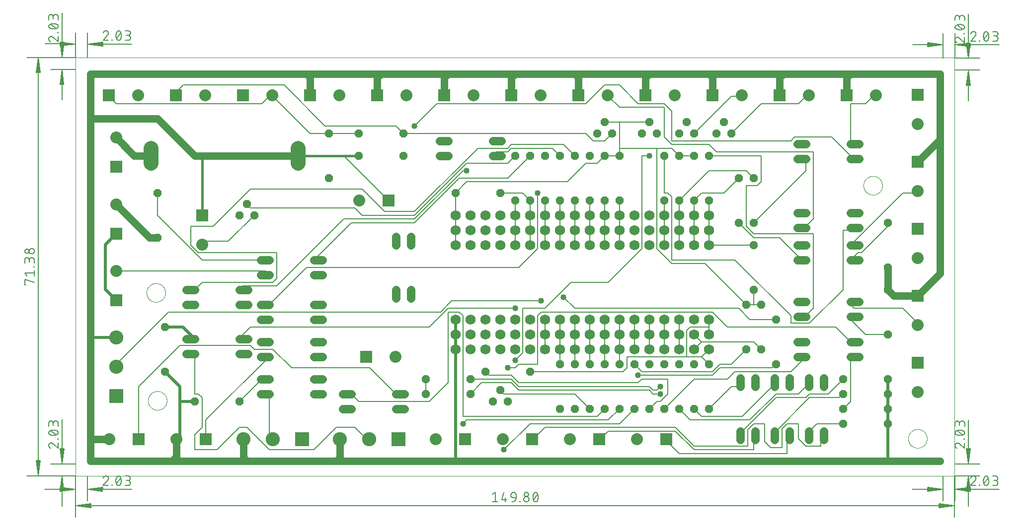
<source format=gtl>
G04 EAGLE Gerber RS-274X export*
G75*
%MOMM*%
%FSLAX34Y34*%
%LPD*%
%INTop Copper*%
%IPPOS*%
%AMOC8*
5,1,8,0,0,1.08239X$1,22.5*%
G01*
%ADD10C,0.000000*%
%ADD11C,0.130000*%
%ADD12C,0.152400*%
%ADD13P,1.539592X8X22.500000*%
%ADD14C,1.752600*%
%ADD15C,1.422400*%
%ADD16P,1.539592X8X112.500000*%
%ADD17P,1.539592X8X292.500000*%
%ADD18P,1.539592X8X202.500000*%
%ADD19R,2.032000X2.032000*%
%ADD20C,2.032000*%
%ADD21R,2.413000X2.413000*%
%ADD22C,2.413000*%
%ADD23C,2.540000*%
%ADD24C,0.203200*%
%ADD25C,1.016000*%
%ADD26C,1.270000*%
%ADD27C,0.406400*%
%ADD28C,0.508000*%


D10*
X0Y0D02*
X1498000Y0D01*
X1498000Y713800D01*
X0Y713800D01*
X0Y0D01*
D11*
X0Y713800D02*
X125Y756212D01*
X20445Y756152D02*
X20320Y713740D01*
X-582Y736714D02*
X-51932Y736866D01*
X21038Y736650D02*
X96015Y736429D01*
X-582Y736714D02*
X-25923Y739981D01*
X-25942Y733597D01*
X-582Y736714D01*
X-25928Y738089D01*
X-25936Y735489D02*
X-582Y736714D01*
X-25925Y739389D01*
X-25940Y734189D02*
X-582Y736714D01*
X21038Y736650D02*
X46397Y739768D01*
X46378Y733383D01*
X21038Y736650D01*
X46391Y737876D01*
X46384Y735276D02*
X21038Y736650D01*
X46395Y739176D01*
X46380Y733976D02*
X21038Y736650D01*
D12*
X52193Y759318D02*
X52318Y759316D01*
X52443Y759309D01*
X52568Y759299D01*
X52692Y759285D01*
X52816Y759268D01*
X52940Y759246D01*
X53062Y759221D01*
X53184Y759192D01*
X53305Y759159D01*
X53424Y759122D01*
X53543Y759082D01*
X53660Y759038D01*
X53776Y758991D01*
X53890Y758940D01*
X54003Y758886D01*
X54114Y758828D01*
X54223Y758766D01*
X54330Y758702D01*
X54436Y758634D01*
X54539Y758563D01*
X54639Y758489D01*
X54738Y758411D01*
X54834Y758331D01*
X54927Y758248D01*
X55018Y758162D01*
X55106Y758073D01*
X55192Y757981D01*
X55274Y757887D01*
X55354Y757791D01*
X55431Y757692D01*
X55504Y757590D01*
X55575Y757487D01*
X55642Y757381D01*
X55706Y757274D01*
X55766Y757164D01*
X55823Y757053D01*
X55877Y756940D01*
X55927Y756825D01*
X55974Y756709D01*
X56017Y756591D01*
X56056Y756472D01*
X56092Y756352D01*
X56124Y756231D01*
X56152Y756110D01*
X56176Y755987D01*
X56197Y755863D01*
X56214Y755739D01*
X56227Y755615D01*
X56236Y755490D01*
X56241Y755365D01*
X56243Y755240D01*
X52193Y759318D02*
X52050Y759317D01*
X51908Y759311D01*
X51765Y759302D01*
X51623Y759289D01*
X51482Y759272D01*
X51340Y759251D01*
X51200Y759226D01*
X51060Y759198D01*
X50921Y759165D01*
X50783Y759129D01*
X50646Y759089D01*
X50510Y759045D01*
X50375Y758998D01*
X50242Y758947D01*
X50110Y758892D01*
X49980Y758834D01*
X49851Y758772D01*
X49724Y758707D01*
X49599Y758638D01*
X49476Y758566D01*
X49355Y758491D01*
X49236Y758412D01*
X49119Y758330D01*
X49004Y758245D01*
X48892Y758157D01*
X48782Y758065D01*
X48675Y757971D01*
X48571Y757874D01*
X48469Y757774D01*
X48370Y757672D01*
X48273Y757566D01*
X48180Y757458D01*
X48089Y757348D01*
X48002Y757235D01*
X47918Y757120D01*
X47837Y757002D01*
X47759Y756882D01*
X47685Y756761D01*
X47613Y756637D01*
X47546Y756511D01*
X47481Y756384D01*
X47421Y756255D01*
X47364Y756124D01*
X47310Y755992D01*
X47260Y755858D01*
X47214Y755723D01*
X54877Y752084D02*
X54971Y752175D01*
X55062Y752269D01*
X55150Y752366D01*
X55235Y752465D01*
X55317Y752567D01*
X55396Y752672D01*
X55472Y752778D01*
X55545Y752887D01*
X55614Y752998D01*
X55680Y753111D01*
X55743Y753226D01*
X55802Y753343D01*
X55858Y753462D01*
X55910Y753582D01*
X55958Y753704D01*
X56003Y753827D01*
X56044Y753951D01*
X56081Y754076D01*
X56114Y754203D01*
X56144Y754330D01*
X56170Y754459D01*
X56192Y754588D01*
X56210Y754718D01*
X56224Y754848D01*
X56234Y754978D01*
X56241Y755109D01*
X56243Y755240D01*
X54877Y752084D02*
X47169Y743080D01*
X56200Y743048D01*
X62175Y743027D02*
X62178Y743930D01*
X63081Y743927D01*
X63078Y743024D01*
X62175Y743027D01*
X69081Y751131D02*
X69086Y751451D01*
X69099Y751771D01*
X69119Y752090D01*
X69147Y752408D01*
X69182Y752726D01*
X69225Y753043D01*
X69275Y753359D01*
X69333Y753673D01*
X69399Y753986D01*
X69472Y754298D01*
X69552Y754607D01*
X69640Y754915D01*
X69735Y755220D01*
X69838Y755523D01*
X69947Y755824D01*
X70064Y756121D01*
X70188Y756416D01*
X70319Y756708D01*
X70456Y756997D01*
X70496Y757105D01*
X70539Y757211D01*
X70586Y757316D01*
X70637Y757420D01*
X70691Y757522D01*
X70748Y757621D01*
X70809Y757719D01*
X70873Y757814D01*
X70941Y757908D01*
X71012Y757999D01*
X71085Y758087D01*
X71162Y758173D01*
X71242Y758256D01*
X71324Y758336D01*
X71410Y758413D01*
X71497Y758488D01*
X71588Y758559D01*
X71681Y758627D01*
X71776Y758692D01*
X71873Y758754D01*
X71972Y758812D01*
X72073Y758867D01*
X72176Y758918D01*
X72281Y758966D01*
X72388Y759010D01*
X72495Y759051D01*
X72605Y759087D01*
X72715Y759120D01*
X72826Y759149D01*
X72939Y759174D01*
X73052Y759196D01*
X73166Y759213D01*
X73280Y759226D01*
X73395Y759236D01*
X73510Y759241D01*
X73625Y759243D01*
X73625Y759244D02*
X73740Y759242D01*
X73855Y759235D01*
X73969Y759225D01*
X74084Y759211D01*
X74197Y759192D01*
X74310Y759170D01*
X74423Y759144D01*
X74534Y759115D01*
X74644Y759081D01*
X74753Y759044D01*
X74860Y759002D01*
X74967Y758958D01*
X75071Y758909D01*
X75174Y758857D01*
X75275Y758802D01*
X75374Y758743D01*
X75470Y758680D01*
X75565Y758615D01*
X75657Y758546D01*
X75747Y758474D01*
X75834Y758399D01*
X75919Y758321D01*
X76001Y758240D01*
X76080Y758156D01*
X76156Y758070D01*
X76230Y757981D01*
X76300Y757890D01*
X76367Y757796D01*
X76430Y757700D01*
X76490Y757602D01*
X76547Y757502D01*
X76601Y757400D01*
X76651Y757296D01*
X76697Y757190D01*
X76739Y757083D01*
X76778Y756975D01*
X76913Y756686D01*
X77042Y756393D01*
X77164Y756097D01*
X77279Y755798D01*
X77386Y755497D01*
X77486Y755194D01*
X77579Y754888D01*
X77665Y754579D01*
X77743Y754269D01*
X77814Y753957D01*
X77877Y753644D01*
X77933Y753329D01*
X77981Y753013D01*
X78022Y752696D01*
X78055Y752378D01*
X78081Y752059D01*
X78099Y751740D01*
X78109Y751420D01*
X78112Y751100D01*
X69081Y751131D02*
X69084Y750811D01*
X69094Y750491D01*
X69112Y750172D01*
X69138Y749853D01*
X69171Y749535D01*
X69212Y749218D01*
X69260Y748902D01*
X69316Y748587D01*
X69379Y748274D01*
X69450Y747962D01*
X69528Y747652D01*
X69614Y747343D01*
X69707Y747037D01*
X69807Y746734D01*
X69914Y746433D01*
X70029Y746134D01*
X70151Y745838D01*
X70280Y745546D01*
X70415Y745256D01*
X70454Y745148D01*
X70496Y745041D01*
X70543Y744935D01*
X70592Y744831D01*
X70646Y744729D01*
X70703Y744629D01*
X70763Y744531D01*
X70826Y744435D01*
X70893Y744341D01*
X70963Y744250D01*
X71037Y744161D01*
X71113Y744075D01*
X71192Y743991D01*
X71274Y743910D01*
X71359Y743832D01*
X71446Y743757D01*
X71536Y743685D01*
X71628Y743616D01*
X71723Y743551D01*
X71819Y743488D01*
X71918Y743429D01*
X72019Y743374D01*
X72122Y743322D01*
X72226Y743273D01*
X72333Y743229D01*
X72440Y743187D01*
X72549Y743150D01*
X72659Y743116D01*
X72770Y743087D01*
X72883Y743061D01*
X72996Y743039D01*
X73109Y743020D01*
X73224Y743006D01*
X73338Y742996D01*
X73453Y742989D01*
X73568Y742987D01*
X76737Y745235D02*
X76875Y745524D01*
X77005Y745815D01*
X77129Y746110D01*
X77246Y746408D01*
X77355Y746708D01*
X77458Y747011D01*
X77553Y747317D01*
X77641Y747624D01*
X77721Y747934D01*
X77794Y748245D01*
X77859Y748558D01*
X77918Y748873D01*
X77968Y749188D01*
X78011Y749505D01*
X78046Y749823D01*
X78074Y750142D01*
X78094Y750461D01*
X78107Y750780D01*
X78112Y751100D01*
X76738Y745234D02*
X76698Y745126D01*
X76655Y745019D01*
X76608Y744914D01*
X76557Y744811D01*
X76503Y744709D01*
X76446Y744609D01*
X76385Y744512D01*
X76320Y744416D01*
X76253Y744323D01*
X76182Y744232D01*
X76108Y744143D01*
X76031Y744058D01*
X75952Y743974D01*
X75869Y743894D01*
X75784Y743817D01*
X75696Y743742D01*
X75606Y743671D01*
X75513Y743603D01*
X75418Y743538D01*
X75321Y743476D01*
X75221Y743418D01*
X75120Y743363D01*
X75017Y743312D01*
X74912Y743264D01*
X74806Y743220D01*
X74698Y743180D01*
X74589Y743143D01*
X74478Y743110D01*
X74367Y743081D01*
X74255Y743056D01*
X74141Y743034D01*
X74028Y743017D01*
X73913Y743004D01*
X73798Y742994D01*
X73683Y742989D01*
X73568Y742987D01*
X69968Y746613D02*
X77225Y755618D01*
X84684Y742949D02*
X89199Y742933D01*
X89199Y742932D02*
X89332Y742934D01*
X89464Y742939D01*
X89597Y742948D01*
X89728Y742961D01*
X89860Y742978D01*
X89991Y742999D01*
X90121Y743024D01*
X90251Y743052D01*
X90379Y743085D01*
X90507Y743121D01*
X90633Y743161D01*
X90759Y743204D01*
X90883Y743251D01*
X91005Y743302D01*
X91126Y743356D01*
X91245Y743414D01*
X91363Y743475D01*
X91478Y743540D01*
X91592Y743608D01*
X91704Y743680D01*
X91813Y743754D01*
X91921Y743832D01*
X92026Y743913D01*
X92128Y743997D01*
X92228Y744084D01*
X92326Y744174D01*
X92421Y744267D01*
X92513Y744362D01*
X92602Y744461D01*
X92688Y744561D01*
X92771Y744665D01*
X92851Y744770D01*
X92928Y744878D01*
X93002Y744988D01*
X93073Y745100D01*
X93140Y745215D01*
X93204Y745331D01*
X93264Y745449D01*
X93321Y745569D01*
X93375Y745690D01*
X93425Y745813D01*
X93471Y745937D01*
X93513Y746063D01*
X93552Y746189D01*
X93587Y746317D01*
X93618Y746446D01*
X93646Y746576D01*
X93670Y746706D01*
X93690Y746837D01*
X93706Y746969D01*
X93718Y747101D01*
X93726Y747233D01*
X93730Y747366D01*
X93731Y747499D01*
X93727Y747631D01*
X93720Y747763D01*
X93709Y747896D01*
X93694Y748027D01*
X93675Y748159D01*
X93652Y748289D01*
X93625Y748419D01*
X93595Y748548D01*
X93561Y748676D01*
X93523Y748803D01*
X93481Y748929D01*
X93436Y749054D01*
X93387Y749177D01*
X93334Y749299D01*
X93278Y749419D01*
X93219Y749537D01*
X93156Y749654D01*
X93089Y749769D01*
X93019Y749881D01*
X92946Y749992D01*
X92870Y750100D01*
X92791Y750207D01*
X92708Y750310D01*
X92622Y750412D01*
X92534Y750510D01*
X92443Y750607D01*
X92349Y750700D01*
X92252Y750791D01*
X92152Y750878D01*
X92050Y750963D01*
X91946Y751045D01*
X91839Y751123D01*
X91730Y751199D01*
X91619Y751271D01*
X91506Y751340D01*
X91390Y751405D01*
X91273Y751468D01*
X91154Y751526D01*
X91034Y751582D01*
X90912Y751633D01*
X90788Y751681D01*
X90663Y751725D01*
X90537Y751766D01*
X90410Y751803D01*
X90281Y751836D01*
X90152Y751866D01*
X90022Y751891D01*
X89891Y751913D01*
X89760Y751931D01*
X89628Y751945D01*
X89496Y751955D01*
X89363Y751962D01*
X89231Y751964D01*
X90159Y759186D02*
X84740Y759205D01*
X90159Y759185D02*
X90278Y759183D01*
X90397Y759176D01*
X90516Y759166D01*
X90635Y759152D01*
X90753Y759134D01*
X90870Y759112D01*
X90987Y759086D01*
X91103Y759056D01*
X91217Y759022D01*
X91331Y758985D01*
X91443Y758944D01*
X91554Y758899D01*
X91663Y758851D01*
X91770Y758799D01*
X91876Y758744D01*
X91980Y758685D01*
X92082Y758622D01*
X92182Y758557D01*
X92279Y758488D01*
X92374Y758416D01*
X92467Y758340D01*
X92557Y758262D01*
X92645Y758181D01*
X92730Y758097D01*
X92812Y758010D01*
X92891Y757921D01*
X92967Y757829D01*
X93040Y757734D01*
X93110Y757637D01*
X93177Y757538D01*
X93240Y757437D01*
X93300Y757333D01*
X93356Y757228D01*
X93409Y757121D01*
X93459Y757012D01*
X93505Y756902D01*
X93547Y756790D01*
X93585Y756677D01*
X93620Y756563D01*
X93651Y756447D01*
X93678Y756331D01*
X93701Y756214D01*
X93720Y756096D01*
X93735Y755978D01*
X93747Y755859D01*
X93754Y755740D01*
X93758Y755620D01*
X93757Y755501D01*
X93753Y755381D01*
X93745Y755262D01*
X93732Y755143D01*
X93716Y755025D01*
X93696Y754907D01*
X93672Y754790D01*
X93644Y754674D01*
X93613Y754559D01*
X93577Y754445D01*
X93538Y754332D01*
X93495Y754221D01*
X93449Y754111D01*
X93399Y754002D01*
X93345Y753895D01*
X93288Y753791D01*
X93227Y753688D01*
X93163Y753587D01*
X93096Y753488D01*
X93025Y753392D01*
X92951Y753298D01*
X92875Y753206D01*
X92795Y753117D01*
X92712Y753031D01*
X92627Y752948D01*
X92539Y752867D01*
X92448Y752789D01*
X92355Y752715D01*
X92259Y752643D01*
X92161Y752575D01*
X92061Y752510D01*
X91958Y752449D01*
X91854Y752390D01*
X91748Y752336D01*
X91640Y752284D01*
X91530Y752237D01*
X91419Y752193D01*
X91307Y752153D01*
X91193Y752116D01*
X91078Y752083D01*
X90962Y752054D01*
X90846Y752029D01*
X90728Y752008D01*
X90610Y751991D01*
X90491Y751978D01*
X90372Y751968D01*
X90253Y751963D01*
X90133Y751961D01*
X90134Y751961D02*
X86521Y751973D01*
D11*
X-60Y693420D02*
X-42472Y693545D01*
X-42412Y713865D02*
X0Y713740D01*
X-22974Y692838D02*
X-23126Y641488D01*
X-22910Y714458D02*
X-22689Y789435D01*
X-22974Y692838D02*
X-26241Y667497D01*
X-19857Y667478D01*
X-22974Y692838D01*
X-24349Y667492D01*
X-21749Y667484D02*
X-22974Y692838D01*
X-25649Y667495D01*
X-20449Y667480D02*
X-22974Y692838D01*
X-22910Y714458D02*
X-26028Y739817D01*
X-19643Y739798D01*
X-22910Y714458D01*
X-24136Y739811D01*
X-21536Y739804D02*
X-22910Y714458D01*
X-25436Y739815D01*
X-20236Y739800D02*
X-22910Y714458D01*
D12*
X-45578Y745613D02*
X-45576Y745738D01*
X-45569Y745863D01*
X-45559Y745988D01*
X-45545Y746112D01*
X-45528Y746236D01*
X-45506Y746360D01*
X-45481Y746482D01*
X-45452Y746604D01*
X-45419Y746725D01*
X-45382Y746844D01*
X-45342Y746963D01*
X-45298Y747080D01*
X-45251Y747196D01*
X-45200Y747310D01*
X-45146Y747423D01*
X-45088Y747534D01*
X-45026Y747643D01*
X-44962Y747750D01*
X-44894Y747856D01*
X-44823Y747959D01*
X-44749Y748059D01*
X-44671Y748158D01*
X-44591Y748254D01*
X-44508Y748347D01*
X-44422Y748438D01*
X-44333Y748526D01*
X-44241Y748612D01*
X-44147Y748694D01*
X-44051Y748774D01*
X-43952Y748851D01*
X-43850Y748924D01*
X-43747Y748995D01*
X-43641Y749062D01*
X-43534Y749126D01*
X-43424Y749186D01*
X-43313Y749243D01*
X-43200Y749297D01*
X-43085Y749347D01*
X-42969Y749394D01*
X-42851Y749437D01*
X-42732Y749476D01*
X-42612Y749512D01*
X-42491Y749544D01*
X-42370Y749572D01*
X-42247Y749596D01*
X-42123Y749617D01*
X-41999Y749634D01*
X-41875Y749647D01*
X-41750Y749656D01*
X-41625Y749661D01*
X-41500Y749663D01*
X-45578Y745613D02*
X-45577Y745470D01*
X-45571Y745328D01*
X-45562Y745185D01*
X-45549Y745043D01*
X-45532Y744902D01*
X-45511Y744760D01*
X-45486Y744620D01*
X-45458Y744480D01*
X-45425Y744341D01*
X-45389Y744203D01*
X-45349Y744066D01*
X-45305Y743930D01*
X-45258Y743795D01*
X-45207Y743662D01*
X-45152Y743530D01*
X-45094Y743400D01*
X-45032Y743271D01*
X-44967Y743144D01*
X-44898Y743019D01*
X-44826Y742896D01*
X-44751Y742775D01*
X-44672Y742656D01*
X-44590Y742539D01*
X-44505Y742424D01*
X-44417Y742312D01*
X-44325Y742202D01*
X-44231Y742095D01*
X-44134Y741991D01*
X-44034Y741889D01*
X-43932Y741790D01*
X-43826Y741693D01*
X-43718Y741600D01*
X-43608Y741509D01*
X-43495Y741422D01*
X-43380Y741338D01*
X-43262Y741257D01*
X-43142Y741179D01*
X-43021Y741105D01*
X-42897Y741033D01*
X-42771Y740966D01*
X-42644Y740901D01*
X-42515Y740841D01*
X-42384Y740784D01*
X-42252Y740730D01*
X-42118Y740680D01*
X-41983Y740634D01*
X-38344Y748297D02*
X-38435Y748391D01*
X-38529Y748482D01*
X-38626Y748570D01*
X-38725Y748655D01*
X-38827Y748737D01*
X-38932Y748816D01*
X-39038Y748892D01*
X-39147Y748965D01*
X-39258Y749034D01*
X-39371Y749100D01*
X-39486Y749163D01*
X-39603Y749222D01*
X-39722Y749278D01*
X-39842Y749330D01*
X-39964Y749378D01*
X-40087Y749423D01*
X-40211Y749464D01*
X-40336Y749501D01*
X-40463Y749534D01*
X-40590Y749564D01*
X-40719Y749590D01*
X-40848Y749612D01*
X-40978Y749630D01*
X-41108Y749644D01*
X-41238Y749654D01*
X-41369Y749661D01*
X-41500Y749663D01*
X-38344Y748297D02*
X-29340Y740589D01*
X-29308Y749620D01*
X-29287Y755595D02*
X-30190Y755598D01*
X-30187Y756501D01*
X-29284Y756498D01*
X-29287Y755595D01*
X-37391Y762501D02*
X-37711Y762506D01*
X-38031Y762519D01*
X-38350Y762539D01*
X-38668Y762567D01*
X-38986Y762602D01*
X-39303Y762645D01*
X-39619Y762695D01*
X-39933Y762753D01*
X-40246Y762819D01*
X-40558Y762892D01*
X-40867Y762972D01*
X-41175Y763060D01*
X-41480Y763155D01*
X-41783Y763258D01*
X-42084Y763367D01*
X-42381Y763484D01*
X-42676Y763608D01*
X-42968Y763739D01*
X-43257Y763876D01*
X-43365Y763916D01*
X-43471Y763959D01*
X-43576Y764006D01*
X-43680Y764057D01*
X-43782Y764111D01*
X-43881Y764168D01*
X-43979Y764229D01*
X-44074Y764293D01*
X-44168Y764361D01*
X-44259Y764432D01*
X-44347Y764505D01*
X-44433Y764582D01*
X-44516Y764662D01*
X-44596Y764744D01*
X-44673Y764830D01*
X-44748Y764917D01*
X-44819Y765008D01*
X-44887Y765101D01*
X-44952Y765196D01*
X-45014Y765293D01*
X-45072Y765392D01*
X-45127Y765493D01*
X-45178Y765596D01*
X-45226Y765701D01*
X-45270Y765808D01*
X-45311Y765915D01*
X-45347Y766025D01*
X-45380Y766135D01*
X-45409Y766246D01*
X-45434Y766359D01*
X-45456Y766472D01*
X-45473Y766586D01*
X-45486Y766700D01*
X-45496Y766815D01*
X-45501Y766930D01*
X-45503Y767045D01*
X-45504Y767045D02*
X-45502Y767160D01*
X-45495Y767275D01*
X-45485Y767389D01*
X-45471Y767504D01*
X-45452Y767617D01*
X-45430Y767730D01*
X-45404Y767843D01*
X-45375Y767954D01*
X-45341Y768064D01*
X-45304Y768173D01*
X-45262Y768280D01*
X-45218Y768387D01*
X-45169Y768491D01*
X-45117Y768594D01*
X-45062Y768695D01*
X-45003Y768794D01*
X-44940Y768890D01*
X-44875Y768985D01*
X-44806Y769077D01*
X-44734Y769167D01*
X-44659Y769254D01*
X-44581Y769339D01*
X-44500Y769421D01*
X-44416Y769500D01*
X-44330Y769576D01*
X-44241Y769650D01*
X-44150Y769720D01*
X-44056Y769787D01*
X-43960Y769850D01*
X-43862Y769910D01*
X-43762Y769967D01*
X-43660Y770021D01*
X-43556Y770071D01*
X-43450Y770117D01*
X-43343Y770159D01*
X-43235Y770198D01*
X-42946Y770333D01*
X-42653Y770462D01*
X-42357Y770584D01*
X-42058Y770699D01*
X-41757Y770806D01*
X-41454Y770906D01*
X-41148Y770999D01*
X-40839Y771085D01*
X-40529Y771163D01*
X-40217Y771234D01*
X-39904Y771297D01*
X-39589Y771353D01*
X-39273Y771401D01*
X-38956Y771442D01*
X-38638Y771475D01*
X-38319Y771501D01*
X-38000Y771519D01*
X-37680Y771529D01*
X-37360Y771532D01*
X-37391Y762501D02*
X-37071Y762504D01*
X-36751Y762514D01*
X-36432Y762532D01*
X-36113Y762558D01*
X-35795Y762591D01*
X-35478Y762632D01*
X-35162Y762680D01*
X-34847Y762736D01*
X-34534Y762799D01*
X-34222Y762870D01*
X-33912Y762948D01*
X-33603Y763034D01*
X-33297Y763127D01*
X-32994Y763227D01*
X-32693Y763334D01*
X-32394Y763449D01*
X-32098Y763571D01*
X-31806Y763700D01*
X-31516Y763835D01*
X-31408Y763874D01*
X-31301Y763916D01*
X-31195Y763963D01*
X-31091Y764012D01*
X-30989Y764066D01*
X-30889Y764123D01*
X-30791Y764183D01*
X-30695Y764246D01*
X-30601Y764313D01*
X-30510Y764383D01*
X-30421Y764457D01*
X-30335Y764533D01*
X-30251Y764612D01*
X-30170Y764694D01*
X-30092Y764779D01*
X-30017Y764866D01*
X-29945Y764956D01*
X-29876Y765048D01*
X-29811Y765143D01*
X-29748Y765239D01*
X-29689Y765338D01*
X-29634Y765439D01*
X-29582Y765542D01*
X-29533Y765646D01*
X-29489Y765753D01*
X-29447Y765860D01*
X-29410Y765969D01*
X-29376Y766079D01*
X-29347Y766190D01*
X-29321Y766303D01*
X-29299Y766416D01*
X-29280Y766529D01*
X-29266Y766644D01*
X-29256Y766758D01*
X-29249Y766873D01*
X-29247Y766988D01*
X-31495Y770157D02*
X-31784Y770295D01*
X-32075Y770425D01*
X-32370Y770549D01*
X-32668Y770666D01*
X-32968Y770775D01*
X-33271Y770878D01*
X-33577Y770973D01*
X-33884Y771061D01*
X-34194Y771141D01*
X-34505Y771214D01*
X-34818Y771279D01*
X-35133Y771338D01*
X-35448Y771388D01*
X-35765Y771431D01*
X-36083Y771466D01*
X-36402Y771494D01*
X-36721Y771514D01*
X-37040Y771527D01*
X-37360Y771532D01*
X-31494Y770158D02*
X-31386Y770118D01*
X-31279Y770075D01*
X-31174Y770028D01*
X-31071Y769977D01*
X-30969Y769923D01*
X-30869Y769866D01*
X-30772Y769805D01*
X-30676Y769740D01*
X-30583Y769673D01*
X-30492Y769602D01*
X-30403Y769528D01*
X-30318Y769451D01*
X-30234Y769372D01*
X-30154Y769289D01*
X-30077Y769204D01*
X-30002Y769116D01*
X-29931Y769026D01*
X-29863Y768933D01*
X-29798Y768838D01*
X-29736Y768741D01*
X-29678Y768641D01*
X-29623Y768540D01*
X-29572Y768437D01*
X-29524Y768332D01*
X-29480Y768226D01*
X-29440Y768118D01*
X-29403Y768009D01*
X-29370Y767898D01*
X-29341Y767787D01*
X-29316Y767675D01*
X-29294Y767561D01*
X-29277Y767448D01*
X-29264Y767333D01*
X-29254Y767218D01*
X-29249Y767103D01*
X-29247Y766988D01*
X-32873Y763388D02*
X-41878Y770645D01*
X-29209Y778104D02*
X-29193Y782619D01*
X-29192Y782619D02*
X-29194Y782752D01*
X-29199Y782884D01*
X-29208Y783017D01*
X-29221Y783148D01*
X-29238Y783280D01*
X-29259Y783411D01*
X-29284Y783541D01*
X-29312Y783671D01*
X-29345Y783799D01*
X-29381Y783927D01*
X-29421Y784053D01*
X-29464Y784179D01*
X-29511Y784303D01*
X-29562Y784425D01*
X-29616Y784546D01*
X-29674Y784665D01*
X-29735Y784783D01*
X-29800Y784898D01*
X-29868Y785012D01*
X-29940Y785124D01*
X-30014Y785233D01*
X-30092Y785341D01*
X-30173Y785446D01*
X-30257Y785548D01*
X-30344Y785648D01*
X-30434Y785746D01*
X-30527Y785841D01*
X-30622Y785933D01*
X-30721Y786022D01*
X-30821Y786108D01*
X-30925Y786191D01*
X-31030Y786271D01*
X-31138Y786348D01*
X-31248Y786422D01*
X-31360Y786493D01*
X-31475Y786560D01*
X-31591Y786624D01*
X-31709Y786684D01*
X-31829Y786741D01*
X-31950Y786795D01*
X-32073Y786845D01*
X-32197Y786891D01*
X-32323Y786933D01*
X-32449Y786972D01*
X-32577Y787007D01*
X-32706Y787038D01*
X-32836Y787066D01*
X-32966Y787090D01*
X-33097Y787110D01*
X-33229Y787126D01*
X-33361Y787138D01*
X-33493Y787146D01*
X-33626Y787150D01*
X-33759Y787151D01*
X-33891Y787147D01*
X-34023Y787140D01*
X-34156Y787129D01*
X-34287Y787114D01*
X-34419Y787095D01*
X-34549Y787072D01*
X-34679Y787045D01*
X-34808Y787015D01*
X-34936Y786981D01*
X-35063Y786943D01*
X-35189Y786901D01*
X-35314Y786856D01*
X-35437Y786807D01*
X-35559Y786754D01*
X-35679Y786698D01*
X-35797Y786639D01*
X-35914Y786576D01*
X-36029Y786509D01*
X-36141Y786439D01*
X-36252Y786366D01*
X-36360Y786290D01*
X-36467Y786211D01*
X-36570Y786128D01*
X-36672Y786042D01*
X-36770Y785954D01*
X-36867Y785863D01*
X-36960Y785769D01*
X-37051Y785672D01*
X-37138Y785572D01*
X-37223Y785470D01*
X-37305Y785366D01*
X-37383Y785259D01*
X-37459Y785150D01*
X-37531Y785039D01*
X-37600Y784926D01*
X-37665Y784810D01*
X-37728Y784693D01*
X-37786Y784574D01*
X-37842Y784454D01*
X-37893Y784332D01*
X-37941Y784208D01*
X-37985Y784083D01*
X-38026Y783957D01*
X-38063Y783830D01*
X-38096Y783701D01*
X-38126Y783572D01*
X-38151Y783442D01*
X-38173Y783311D01*
X-38191Y783180D01*
X-38205Y783048D01*
X-38215Y782916D01*
X-38222Y782783D01*
X-38224Y782651D01*
X-45446Y783579D02*
X-45465Y778160D01*
X-45445Y783579D02*
X-45443Y783698D01*
X-45436Y783817D01*
X-45426Y783936D01*
X-45412Y784055D01*
X-45394Y784173D01*
X-45372Y784290D01*
X-45346Y784407D01*
X-45316Y784523D01*
X-45282Y784637D01*
X-45245Y784751D01*
X-45204Y784863D01*
X-45159Y784974D01*
X-45111Y785083D01*
X-45059Y785190D01*
X-45004Y785296D01*
X-44945Y785400D01*
X-44882Y785502D01*
X-44817Y785602D01*
X-44748Y785699D01*
X-44676Y785794D01*
X-44600Y785887D01*
X-44522Y785977D01*
X-44441Y786065D01*
X-44357Y786150D01*
X-44270Y786232D01*
X-44181Y786311D01*
X-44089Y786387D01*
X-43994Y786460D01*
X-43897Y786530D01*
X-43798Y786597D01*
X-43697Y786660D01*
X-43593Y786720D01*
X-43488Y786776D01*
X-43381Y786829D01*
X-43272Y786879D01*
X-43162Y786925D01*
X-43050Y786967D01*
X-42937Y787005D01*
X-42823Y787040D01*
X-42707Y787071D01*
X-42591Y787098D01*
X-42474Y787121D01*
X-42356Y787140D01*
X-42238Y787155D01*
X-42119Y787167D01*
X-42000Y787174D01*
X-41880Y787178D01*
X-41761Y787177D01*
X-41641Y787173D01*
X-41522Y787165D01*
X-41403Y787152D01*
X-41285Y787136D01*
X-41167Y787116D01*
X-41050Y787092D01*
X-40934Y787064D01*
X-40819Y787033D01*
X-40705Y786997D01*
X-40592Y786958D01*
X-40481Y786915D01*
X-40371Y786869D01*
X-40262Y786819D01*
X-40155Y786765D01*
X-40051Y786708D01*
X-39948Y786647D01*
X-39847Y786583D01*
X-39748Y786516D01*
X-39652Y786445D01*
X-39558Y786371D01*
X-39466Y786295D01*
X-39377Y786215D01*
X-39291Y786132D01*
X-39208Y786047D01*
X-39127Y785959D01*
X-39049Y785868D01*
X-38975Y785775D01*
X-38903Y785679D01*
X-38835Y785581D01*
X-38770Y785481D01*
X-38709Y785378D01*
X-38650Y785274D01*
X-38596Y785168D01*
X-38544Y785060D01*
X-38497Y784950D01*
X-38453Y784839D01*
X-38413Y784727D01*
X-38376Y784613D01*
X-38343Y784498D01*
X-38314Y784382D01*
X-38289Y784266D01*
X-38268Y784148D01*
X-38251Y784030D01*
X-38238Y783911D01*
X-38228Y783792D01*
X-38223Y783673D01*
X-38221Y783553D01*
X-38221Y783554D02*
X-38233Y779941D01*
D11*
X-42472Y125D02*
X-60Y0D01*
X0Y20320D02*
X-42412Y20445D01*
X-22974Y-582D02*
X-23126Y-51932D01*
X-22910Y21038D02*
X-22689Y96015D01*
X-22974Y-582D02*
X-26241Y-25923D01*
X-19857Y-25942D01*
X-22974Y-582D01*
X-24349Y-25928D01*
X-21749Y-25936D02*
X-22974Y-582D01*
X-25649Y-25925D01*
X-20449Y-25940D02*
X-22974Y-582D01*
X-22910Y21038D02*
X-26028Y46397D01*
X-19643Y46378D01*
X-22910Y21038D01*
X-24136Y46391D01*
X-21536Y46384D02*
X-22910Y21038D01*
X-25436Y46395D01*
X-20236Y46380D02*
X-22910Y21038D01*
D12*
X-45578Y52193D02*
X-45576Y52318D01*
X-45569Y52443D01*
X-45559Y52568D01*
X-45545Y52692D01*
X-45528Y52816D01*
X-45506Y52940D01*
X-45481Y53062D01*
X-45452Y53184D01*
X-45419Y53305D01*
X-45382Y53424D01*
X-45342Y53543D01*
X-45298Y53660D01*
X-45251Y53776D01*
X-45200Y53890D01*
X-45146Y54003D01*
X-45088Y54114D01*
X-45026Y54223D01*
X-44962Y54330D01*
X-44894Y54436D01*
X-44823Y54539D01*
X-44749Y54639D01*
X-44671Y54738D01*
X-44591Y54834D01*
X-44508Y54927D01*
X-44422Y55018D01*
X-44333Y55106D01*
X-44241Y55192D01*
X-44147Y55274D01*
X-44051Y55354D01*
X-43952Y55431D01*
X-43850Y55504D01*
X-43747Y55575D01*
X-43641Y55642D01*
X-43534Y55706D01*
X-43424Y55766D01*
X-43313Y55823D01*
X-43200Y55877D01*
X-43085Y55927D01*
X-42969Y55974D01*
X-42851Y56017D01*
X-42732Y56056D01*
X-42612Y56092D01*
X-42491Y56124D01*
X-42370Y56152D01*
X-42247Y56176D01*
X-42123Y56197D01*
X-41999Y56214D01*
X-41875Y56227D01*
X-41750Y56236D01*
X-41625Y56241D01*
X-41500Y56243D01*
X-45578Y52193D02*
X-45577Y52050D01*
X-45571Y51908D01*
X-45562Y51765D01*
X-45549Y51623D01*
X-45532Y51482D01*
X-45511Y51340D01*
X-45486Y51200D01*
X-45458Y51060D01*
X-45425Y50921D01*
X-45389Y50783D01*
X-45349Y50646D01*
X-45305Y50510D01*
X-45258Y50375D01*
X-45207Y50242D01*
X-45152Y50110D01*
X-45094Y49980D01*
X-45032Y49851D01*
X-44967Y49724D01*
X-44898Y49599D01*
X-44826Y49476D01*
X-44751Y49355D01*
X-44672Y49236D01*
X-44590Y49119D01*
X-44505Y49004D01*
X-44417Y48892D01*
X-44325Y48782D01*
X-44231Y48675D01*
X-44134Y48571D01*
X-44034Y48469D01*
X-43932Y48370D01*
X-43826Y48273D01*
X-43718Y48180D01*
X-43608Y48089D01*
X-43495Y48002D01*
X-43380Y47918D01*
X-43262Y47837D01*
X-43142Y47759D01*
X-43021Y47685D01*
X-42897Y47613D01*
X-42771Y47546D01*
X-42644Y47481D01*
X-42515Y47421D01*
X-42384Y47364D01*
X-42252Y47310D01*
X-42118Y47260D01*
X-41983Y47214D01*
X-38344Y54877D02*
X-38435Y54971D01*
X-38529Y55062D01*
X-38626Y55150D01*
X-38725Y55235D01*
X-38827Y55317D01*
X-38932Y55396D01*
X-39038Y55472D01*
X-39147Y55545D01*
X-39258Y55614D01*
X-39371Y55680D01*
X-39486Y55743D01*
X-39603Y55802D01*
X-39722Y55858D01*
X-39842Y55910D01*
X-39964Y55958D01*
X-40087Y56003D01*
X-40211Y56044D01*
X-40336Y56081D01*
X-40463Y56114D01*
X-40590Y56144D01*
X-40719Y56170D01*
X-40848Y56192D01*
X-40978Y56210D01*
X-41108Y56224D01*
X-41238Y56234D01*
X-41369Y56241D01*
X-41500Y56243D01*
X-38344Y54877D02*
X-29340Y47169D01*
X-29308Y56200D01*
X-29287Y62175D02*
X-30190Y62178D01*
X-30187Y63081D01*
X-29284Y63078D01*
X-29287Y62175D01*
X-37391Y69081D02*
X-37711Y69086D01*
X-38031Y69099D01*
X-38350Y69119D01*
X-38668Y69147D01*
X-38986Y69182D01*
X-39303Y69225D01*
X-39619Y69275D01*
X-39933Y69333D01*
X-40246Y69399D01*
X-40558Y69472D01*
X-40867Y69552D01*
X-41175Y69640D01*
X-41480Y69735D01*
X-41783Y69838D01*
X-42084Y69947D01*
X-42381Y70064D01*
X-42676Y70188D01*
X-42968Y70319D01*
X-43257Y70456D01*
X-43365Y70496D01*
X-43471Y70539D01*
X-43576Y70586D01*
X-43680Y70637D01*
X-43782Y70691D01*
X-43881Y70748D01*
X-43979Y70809D01*
X-44074Y70873D01*
X-44168Y70941D01*
X-44259Y71012D01*
X-44347Y71085D01*
X-44433Y71162D01*
X-44516Y71242D01*
X-44596Y71324D01*
X-44673Y71410D01*
X-44748Y71497D01*
X-44819Y71588D01*
X-44887Y71681D01*
X-44952Y71776D01*
X-45014Y71873D01*
X-45072Y71972D01*
X-45127Y72073D01*
X-45178Y72176D01*
X-45226Y72281D01*
X-45270Y72388D01*
X-45311Y72495D01*
X-45347Y72605D01*
X-45380Y72715D01*
X-45409Y72826D01*
X-45434Y72939D01*
X-45456Y73052D01*
X-45473Y73166D01*
X-45486Y73280D01*
X-45496Y73395D01*
X-45501Y73510D01*
X-45503Y73625D01*
X-45504Y73625D02*
X-45502Y73740D01*
X-45495Y73855D01*
X-45485Y73969D01*
X-45471Y74084D01*
X-45452Y74197D01*
X-45430Y74310D01*
X-45404Y74423D01*
X-45375Y74534D01*
X-45341Y74644D01*
X-45304Y74753D01*
X-45262Y74860D01*
X-45218Y74967D01*
X-45169Y75071D01*
X-45117Y75174D01*
X-45062Y75275D01*
X-45003Y75374D01*
X-44940Y75470D01*
X-44875Y75565D01*
X-44806Y75657D01*
X-44734Y75747D01*
X-44659Y75834D01*
X-44581Y75919D01*
X-44500Y76001D01*
X-44416Y76080D01*
X-44330Y76156D01*
X-44241Y76230D01*
X-44150Y76300D01*
X-44056Y76367D01*
X-43960Y76430D01*
X-43862Y76490D01*
X-43762Y76547D01*
X-43660Y76601D01*
X-43556Y76651D01*
X-43450Y76697D01*
X-43343Y76739D01*
X-43235Y76778D01*
X-42946Y76913D01*
X-42653Y77042D01*
X-42357Y77164D01*
X-42058Y77279D01*
X-41757Y77386D01*
X-41454Y77486D01*
X-41148Y77579D01*
X-40839Y77665D01*
X-40529Y77743D01*
X-40217Y77814D01*
X-39904Y77877D01*
X-39589Y77933D01*
X-39273Y77981D01*
X-38956Y78022D01*
X-38638Y78055D01*
X-38319Y78081D01*
X-38000Y78099D01*
X-37680Y78109D01*
X-37360Y78112D01*
X-37391Y69081D02*
X-37071Y69084D01*
X-36751Y69094D01*
X-36432Y69112D01*
X-36113Y69138D01*
X-35795Y69171D01*
X-35478Y69212D01*
X-35162Y69260D01*
X-34847Y69316D01*
X-34534Y69379D01*
X-34222Y69450D01*
X-33912Y69528D01*
X-33603Y69614D01*
X-33297Y69707D01*
X-32994Y69807D01*
X-32693Y69914D01*
X-32394Y70029D01*
X-32098Y70151D01*
X-31806Y70280D01*
X-31516Y70415D01*
X-31408Y70454D01*
X-31301Y70496D01*
X-31195Y70543D01*
X-31091Y70592D01*
X-30989Y70646D01*
X-30889Y70703D01*
X-30791Y70763D01*
X-30695Y70826D01*
X-30601Y70893D01*
X-30510Y70963D01*
X-30421Y71037D01*
X-30335Y71113D01*
X-30251Y71192D01*
X-30170Y71274D01*
X-30092Y71359D01*
X-30017Y71446D01*
X-29945Y71536D01*
X-29876Y71628D01*
X-29811Y71723D01*
X-29748Y71819D01*
X-29689Y71918D01*
X-29634Y72019D01*
X-29582Y72122D01*
X-29533Y72226D01*
X-29489Y72333D01*
X-29447Y72440D01*
X-29410Y72549D01*
X-29376Y72659D01*
X-29347Y72770D01*
X-29321Y72883D01*
X-29299Y72996D01*
X-29280Y73109D01*
X-29266Y73224D01*
X-29256Y73338D01*
X-29249Y73453D01*
X-29247Y73568D01*
X-31495Y76737D02*
X-31784Y76875D01*
X-32075Y77005D01*
X-32370Y77129D01*
X-32668Y77246D01*
X-32968Y77355D01*
X-33271Y77458D01*
X-33577Y77553D01*
X-33884Y77641D01*
X-34194Y77721D01*
X-34505Y77794D01*
X-34818Y77859D01*
X-35133Y77918D01*
X-35448Y77968D01*
X-35765Y78011D01*
X-36083Y78046D01*
X-36402Y78074D01*
X-36721Y78094D01*
X-37040Y78107D01*
X-37360Y78112D01*
X-31494Y76738D02*
X-31386Y76698D01*
X-31279Y76655D01*
X-31174Y76608D01*
X-31071Y76557D01*
X-30969Y76503D01*
X-30869Y76446D01*
X-30772Y76385D01*
X-30676Y76320D01*
X-30583Y76253D01*
X-30492Y76182D01*
X-30403Y76108D01*
X-30318Y76031D01*
X-30234Y75952D01*
X-30154Y75869D01*
X-30077Y75784D01*
X-30002Y75696D01*
X-29931Y75606D01*
X-29863Y75513D01*
X-29798Y75418D01*
X-29736Y75321D01*
X-29678Y75221D01*
X-29623Y75120D01*
X-29572Y75017D01*
X-29524Y74912D01*
X-29480Y74806D01*
X-29440Y74698D01*
X-29403Y74589D01*
X-29370Y74478D01*
X-29341Y74367D01*
X-29316Y74255D01*
X-29294Y74141D01*
X-29277Y74028D01*
X-29264Y73913D01*
X-29254Y73798D01*
X-29249Y73683D01*
X-29247Y73568D01*
X-32873Y69968D02*
X-41878Y77225D01*
X-29209Y84684D02*
X-29193Y89199D01*
X-29192Y89199D02*
X-29194Y89332D01*
X-29199Y89464D01*
X-29208Y89597D01*
X-29221Y89728D01*
X-29238Y89860D01*
X-29259Y89991D01*
X-29284Y90121D01*
X-29312Y90251D01*
X-29345Y90379D01*
X-29381Y90507D01*
X-29421Y90633D01*
X-29464Y90759D01*
X-29511Y90883D01*
X-29562Y91005D01*
X-29616Y91126D01*
X-29674Y91245D01*
X-29735Y91363D01*
X-29800Y91478D01*
X-29868Y91592D01*
X-29940Y91704D01*
X-30014Y91813D01*
X-30092Y91921D01*
X-30173Y92026D01*
X-30257Y92128D01*
X-30344Y92228D01*
X-30434Y92326D01*
X-30527Y92421D01*
X-30622Y92513D01*
X-30721Y92602D01*
X-30821Y92688D01*
X-30925Y92771D01*
X-31030Y92851D01*
X-31138Y92928D01*
X-31248Y93002D01*
X-31360Y93073D01*
X-31475Y93140D01*
X-31591Y93204D01*
X-31709Y93264D01*
X-31829Y93321D01*
X-31950Y93375D01*
X-32073Y93425D01*
X-32197Y93471D01*
X-32323Y93513D01*
X-32449Y93552D01*
X-32577Y93587D01*
X-32706Y93618D01*
X-32836Y93646D01*
X-32966Y93670D01*
X-33097Y93690D01*
X-33229Y93706D01*
X-33361Y93718D01*
X-33493Y93726D01*
X-33626Y93730D01*
X-33759Y93731D01*
X-33891Y93727D01*
X-34023Y93720D01*
X-34156Y93709D01*
X-34287Y93694D01*
X-34419Y93675D01*
X-34549Y93652D01*
X-34679Y93625D01*
X-34808Y93595D01*
X-34936Y93561D01*
X-35063Y93523D01*
X-35189Y93481D01*
X-35314Y93436D01*
X-35437Y93387D01*
X-35559Y93334D01*
X-35679Y93278D01*
X-35797Y93219D01*
X-35914Y93156D01*
X-36029Y93089D01*
X-36141Y93019D01*
X-36252Y92946D01*
X-36360Y92870D01*
X-36467Y92791D01*
X-36570Y92708D01*
X-36672Y92622D01*
X-36770Y92534D01*
X-36867Y92443D01*
X-36960Y92349D01*
X-37051Y92252D01*
X-37138Y92152D01*
X-37223Y92050D01*
X-37305Y91946D01*
X-37383Y91839D01*
X-37459Y91730D01*
X-37531Y91619D01*
X-37600Y91506D01*
X-37665Y91390D01*
X-37728Y91273D01*
X-37786Y91154D01*
X-37842Y91034D01*
X-37893Y90912D01*
X-37941Y90788D01*
X-37985Y90663D01*
X-38026Y90537D01*
X-38063Y90410D01*
X-38096Y90281D01*
X-38126Y90152D01*
X-38151Y90022D01*
X-38173Y89891D01*
X-38191Y89760D01*
X-38205Y89628D01*
X-38215Y89496D01*
X-38222Y89363D01*
X-38224Y89231D01*
X-45446Y90159D02*
X-45465Y84740D01*
X-45445Y90159D02*
X-45443Y90278D01*
X-45436Y90397D01*
X-45426Y90516D01*
X-45412Y90635D01*
X-45394Y90753D01*
X-45372Y90870D01*
X-45346Y90987D01*
X-45316Y91103D01*
X-45282Y91217D01*
X-45245Y91331D01*
X-45204Y91443D01*
X-45159Y91554D01*
X-45111Y91663D01*
X-45059Y91770D01*
X-45004Y91876D01*
X-44945Y91980D01*
X-44882Y92082D01*
X-44817Y92182D01*
X-44748Y92279D01*
X-44676Y92374D01*
X-44600Y92467D01*
X-44522Y92557D01*
X-44441Y92645D01*
X-44357Y92730D01*
X-44270Y92812D01*
X-44181Y92891D01*
X-44089Y92967D01*
X-43994Y93040D01*
X-43897Y93110D01*
X-43798Y93177D01*
X-43697Y93240D01*
X-43593Y93300D01*
X-43488Y93356D01*
X-43381Y93409D01*
X-43272Y93459D01*
X-43162Y93505D01*
X-43050Y93547D01*
X-42937Y93585D01*
X-42823Y93620D01*
X-42707Y93651D01*
X-42591Y93678D01*
X-42474Y93701D01*
X-42356Y93720D01*
X-42238Y93735D01*
X-42119Y93747D01*
X-42000Y93754D01*
X-41880Y93758D01*
X-41761Y93757D01*
X-41641Y93753D01*
X-41522Y93745D01*
X-41403Y93732D01*
X-41285Y93716D01*
X-41167Y93696D01*
X-41050Y93672D01*
X-40934Y93644D01*
X-40819Y93613D01*
X-40705Y93577D01*
X-40592Y93538D01*
X-40481Y93495D01*
X-40371Y93449D01*
X-40262Y93399D01*
X-40155Y93345D01*
X-40051Y93288D01*
X-39948Y93227D01*
X-39847Y93163D01*
X-39748Y93096D01*
X-39652Y93025D01*
X-39558Y92951D01*
X-39466Y92875D01*
X-39377Y92795D01*
X-39291Y92712D01*
X-39208Y92627D01*
X-39127Y92539D01*
X-39049Y92448D01*
X-38975Y92355D01*
X-38903Y92259D01*
X-38835Y92161D01*
X-38770Y92061D01*
X-38709Y91958D01*
X-38650Y91854D01*
X-38596Y91748D01*
X-38544Y91640D01*
X-38497Y91530D01*
X-38453Y91419D01*
X-38413Y91307D01*
X-38376Y91193D01*
X-38343Y91078D01*
X-38314Y90962D01*
X-38289Y90846D01*
X-38268Y90728D01*
X-38251Y90610D01*
X-38238Y90491D01*
X-38228Y90372D01*
X-38223Y90253D01*
X-38221Y90133D01*
X-38221Y90134D02*
X-38233Y86521D01*
D11*
X20320Y-60D02*
X20195Y-42472D01*
X-125Y-42412D02*
X0Y0D01*
X-718Y-22910D02*
X-52067Y-22759D01*
X20902Y-22974D02*
X95880Y-23196D01*
X46262Y-19857D02*
X20902Y-22974D01*
X46262Y-19857D02*
X46243Y-26241D01*
X20902Y-22974D01*
X46256Y-21749D01*
X46248Y-24349D02*
X20902Y-22974D01*
X46260Y-20449D01*
X46245Y-25649D02*
X20902Y-22974D01*
X-718Y-22910D02*
X-26058Y-19643D01*
X-26077Y-26028D01*
X-718Y-22910D01*
X-26064Y-21536D01*
X-26071Y-24136D02*
X-718Y-22910D01*
X-26060Y-20236D01*
X-26075Y-25436D02*
X-718Y-22910D01*
D12*
X52057Y-306D02*
X52182Y-308D01*
X52307Y-315D01*
X52432Y-325D01*
X52556Y-339D01*
X52680Y-356D01*
X52804Y-378D01*
X52926Y-403D01*
X53048Y-432D01*
X53169Y-465D01*
X53288Y-502D01*
X53407Y-542D01*
X53524Y-586D01*
X53640Y-633D01*
X53754Y-684D01*
X53867Y-738D01*
X53978Y-796D01*
X54087Y-858D01*
X54194Y-922D01*
X54300Y-990D01*
X54403Y-1061D01*
X54503Y-1135D01*
X54602Y-1213D01*
X54698Y-1293D01*
X54791Y-1376D01*
X54882Y-1462D01*
X54970Y-1551D01*
X55056Y-1643D01*
X55138Y-1737D01*
X55218Y-1833D01*
X55295Y-1932D01*
X55368Y-2034D01*
X55439Y-2137D01*
X55506Y-2243D01*
X55570Y-2350D01*
X55630Y-2460D01*
X55687Y-2571D01*
X55741Y-2684D01*
X55791Y-2799D01*
X55838Y-2915D01*
X55881Y-3033D01*
X55920Y-3152D01*
X55956Y-3272D01*
X55988Y-3393D01*
X56016Y-3514D01*
X56040Y-3637D01*
X56061Y-3761D01*
X56078Y-3885D01*
X56091Y-4009D01*
X56100Y-4134D01*
X56105Y-4259D01*
X56107Y-4384D01*
X52057Y-306D02*
X51914Y-307D01*
X51772Y-313D01*
X51629Y-322D01*
X51487Y-335D01*
X51346Y-352D01*
X51204Y-373D01*
X51064Y-398D01*
X50924Y-426D01*
X50785Y-459D01*
X50647Y-495D01*
X50510Y-535D01*
X50374Y-579D01*
X50239Y-626D01*
X50106Y-677D01*
X49974Y-732D01*
X49844Y-790D01*
X49715Y-852D01*
X49588Y-917D01*
X49463Y-986D01*
X49340Y-1058D01*
X49219Y-1133D01*
X49100Y-1212D01*
X48983Y-1294D01*
X48868Y-1379D01*
X48756Y-1467D01*
X48646Y-1559D01*
X48539Y-1653D01*
X48435Y-1750D01*
X48333Y-1850D01*
X48234Y-1952D01*
X48137Y-2058D01*
X48044Y-2166D01*
X47953Y-2276D01*
X47866Y-2389D01*
X47782Y-2504D01*
X47701Y-2622D01*
X47623Y-2742D01*
X47549Y-2863D01*
X47477Y-2987D01*
X47410Y-3113D01*
X47345Y-3240D01*
X47285Y-3369D01*
X47228Y-3500D01*
X47174Y-3632D01*
X47124Y-3766D01*
X47078Y-3901D01*
X54742Y-7540D02*
X54836Y-7449D01*
X54927Y-7355D01*
X55015Y-7258D01*
X55100Y-7159D01*
X55182Y-7057D01*
X55261Y-6952D01*
X55337Y-6846D01*
X55410Y-6737D01*
X55479Y-6626D01*
X55545Y-6513D01*
X55608Y-6398D01*
X55667Y-6281D01*
X55723Y-6162D01*
X55775Y-6042D01*
X55823Y-5921D01*
X55868Y-5797D01*
X55909Y-5673D01*
X55946Y-5548D01*
X55979Y-5421D01*
X56009Y-5294D01*
X56035Y-5165D01*
X56057Y-5036D01*
X56075Y-4906D01*
X56089Y-4776D01*
X56099Y-4646D01*
X56106Y-4515D01*
X56108Y-4384D01*
X54742Y-7540D02*
X47034Y-16545D01*
X56065Y-16576D01*
X62040Y-16597D02*
X62043Y-15694D01*
X62946Y-15697D01*
X62943Y-16600D01*
X62040Y-16597D01*
X68946Y-8493D02*
X68951Y-8173D01*
X68964Y-7853D01*
X68984Y-7534D01*
X69012Y-7216D01*
X69047Y-6898D01*
X69090Y-6581D01*
X69140Y-6265D01*
X69198Y-5951D01*
X69264Y-5638D01*
X69337Y-5326D01*
X69417Y-5017D01*
X69505Y-4709D01*
X69600Y-4404D01*
X69703Y-4101D01*
X69812Y-3800D01*
X69929Y-3503D01*
X70053Y-3208D01*
X70184Y-2916D01*
X70321Y-2627D01*
X70361Y-2519D01*
X70404Y-2413D01*
X70451Y-2308D01*
X70502Y-2204D01*
X70556Y-2102D01*
X70613Y-2003D01*
X70674Y-1905D01*
X70738Y-1810D01*
X70806Y-1716D01*
X70877Y-1625D01*
X70950Y-1537D01*
X71027Y-1451D01*
X71107Y-1368D01*
X71189Y-1288D01*
X71275Y-1211D01*
X71362Y-1136D01*
X71453Y-1065D01*
X71546Y-997D01*
X71641Y-932D01*
X71738Y-870D01*
X71837Y-812D01*
X71938Y-757D01*
X72041Y-706D01*
X72146Y-658D01*
X72253Y-614D01*
X72360Y-573D01*
X72470Y-537D01*
X72580Y-504D01*
X72691Y-475D01*
X72804Y-450D01*
X72917Y-428D01*
X73031Y-411D01*
X73145Y-398D01*
X73260Y-388D01*
X73375Y-383D01*
X73490Y-381D01*
X73490Y-380D02*
X73605Y-382D01*
X73720Y-389D01*
X73834Y-399D01*
X73949Y-413D01*
X74062Y-432D01*
X74175Y-454D01*
X74288Y-480D01*
X74399Y-509D01*
X74509Y-543D01*
X74618Y-580D01*
X74725Y-622D01*
X74832Y-666D01*
X74936Y-715D01*
X75039Y-767D01*
X75140Y-822D01*
X75239Y-881D01*
X75335Y-944D01*
X75430Y-1009D01*
X75522Y-1078D01*
X75612Y-1150D01*
X75699Y-1225D01*
X75784Y-1303D01*
X75866Y-1384D01*
X75945Y-1468D01*
X76021Y-1554D01*
X76095Y-1643D01*
X76165Y-1734D01*
X76232Y-1828D01*
X76295Y-1924D01*
X76355Y-2022D01*
X76412Y-2122D01*
X76466Y-2224D01*
X76516Y-2328D01*
X76562Y-2434D01*
X76604Y-2541D01*
X76643Y-2649D01*
X76643Y-2650D02*
X76778Y-2940D01*
X76907Y-3232D01*
X77029Y-3528D01*
X77144Y-3827D01*
X77251Y-4128D01*
X77351Y-4431D01*
X77444Y-4737D01*
X77530Y-5046D01*
X77608Y-5356D01*
X77679Y-5668D01*
X77742Y-5981D01*
X77798Y-6296D01*
X77846Y-6612D01*
X77887Y-6929D01*
X77920Y-7247D01*
X77946Y-7566D01*
X77964Y-7885D01*
X77974Y-8205D01*
X77977Y-8525D01*
X68946Y-8493D02*
X68949Y-8813D01*
X68959Y-9133D01*
X68977Y-9452D01*
X69003Y-9771D01*
X69036Y-10089D01*
X69077Y-10406D01*
X69125Y-10722D01*
X69181Y-11037D01*
X69244Y-11350D01*
X69315Y-11662D01*
X69393Y-11972D01*
X69479Y-12281D01*
X69572Y-12587D01*
X69672Y-12890D01*
X69779Y-13191D01*
X69894Y-13490D01*
X70016Y-13786D01*
X70145Y-14078D01*
X70280Y-14368D01*
X70279Y-14368D02*
X70318Y-14476D01*
X70360Y-14583D01*
X70407Y-14689D01*
X70456Y-14793D01*
X70510Y-14895D01*
X70567Y-14995D01*
X70627Y-15093D01*
X70690Y-15189D01*
X70757Y-15283D01*
X70827Y-15374D01*
X70901Y-15463D01*
X70977Y-15549D01*
X71056Y-15633D01*
X71138Y-15714D01*
X71223Y-15792D01*
X71310Y-15867D01*
X71400Y-15939D01*
X71492Y-16008D01*
X71587Y-16073D01*
X71683Y-16136D01*
X71782Y-16195D01*
X71883Y-16250D01*
X71986Y-16302D01*
X72090Y-16351D01*
X72197Y-16395D01*
X72304Y-16437D01*
X72413Y-16474D01*
X72523Y-16508D01*
X72634Y-16537D01*
X72747Y-16563D01*
X72860Y-16585D01*
X72973Y-16604D01*
X73088Y-16618D01*
X73202Y-16628D01*
X73317Y-16635D01*
X73432Y-16637D01*
X76601Y-14390D02*
X76738Y-14102D01*
X76869Y-13810D01*
X76993Y-13515D01*
X77110Y-13217D01*
X77219Y-12917D01*
X77322Y-12614D01*
X77417Y-12308D01*
X77505Y-12001D01*
X77585Y-11691D01*
X77658Y-11380D01*
X77723Y-11067D01*
X77782Y-10752D01*
X77832Y-10437D01*
X77875Y-10120D01*
X77910Y-9802D01*
X77938Y-9483D01*
X77958Y-9164D01*
X77971Y-8845D01*
X77976Y-8525D01*
X76602Y-14390D02*
X76562Y-14498D01*
X76519Y-14605D01*
X76472Y-14710D01*
X76421Y-14813D01*
X76367Y-14915D01*
X76310Y-15015D01*
X76249Y-15113D01*
X76184Y-15208D01*
X76117Y-15301D01*
X76046Y-15392D01*
X75972Y-15481D01*
X75895Y-15566D01*
X75816Y-15650D01*
X75733Y-15730D01*
X75648Y-15807D01*
X75560Y-15882D01*
X75470Y-15953D01*
X75377Y-16021D01*
X75282Y-16086D01*
X75185Y-16148D01*
X75085Y-16206D01*
X74984Y-16261D01*
X74881Y-16312D01*
X74776Y-16360D01*
X74670Y-16404D01*
X74562Y-16444D01*
X74453Y-16481D01*
X74342Y-16514D01*
X74231Y-16543D01*
X74119Y-16568D01*
X74005Y-16590D01*
X73892Y-16607D01*
X73777Y-16620D01*
X73662Y-16630D01*
X73547Y-16635D01*
X73432Y-16637D01*
X69833Y-13012D02*
X77089Y-4006D01*
X84548Y-16676D02*
X89064Y-16691D01*
X89064Y-16692D02*
X89198Y-16690D01*
X89332Y-16685D01*
X89465Y-16676D01*
X89598Y-16662D01*
X89731Y-16645D01*
X89863Y-16624D01*
X89995Y-16598D01*
X90125Y-16569D01*
X90255Y-16536D01*
X90384Y-16500D01*
X90511Y-16459D01*
X90638Y-16415D01*
X90763Y-16367D01*
X90886Y-16315D01*
X91008Y-16260D01*
X91128Y-16201D01*
X91246Y-16138D01*
X91363Y-16072D01*
X91477Y-16003D01*
X91590Y-15930D01*
X91700Y-15854D01*
X91808Y-15775D01*
X91913Y-15693D01*
X92016Y-15607D01*
X92117Y-15519D01*
X92214Y-15427D01*
X92309Y-15333D01*
X92401Y-15236D01*
X92491Y-15136D01*
X92577Y-15034D01*
X92660Y-14929D01*
X92740Y-14822D01*
X92817Y-14712D01*
X92890Y-14600D01*
X92960Y-14486D01*
X93027Y-14370D01*
X93090Y-14252D01*
X93150Y-14132D01*
X93206Y-14011D01*
X93259Y-13888D01*
X93308Y-13763D01*
X93353Y-13637D01*
X93394Y-13510D01*
X93432Y-13382D01*
X93466Y-13252D01*
X93496Y-13122D01*
X93522Y-12990D01*
X93544Y-12858D01*
X93562Y-12726D01*
X93577Y-12593D01*
X93587Y-12459D01*
X93594Y-12326D01*
X93596Y-12192D01*
X93594Y-12058D01*
X93589Y-11924D01*
X93580Y-11791D01*
X93566Y-11658D01*
X93549Y-11525D01*
X93528Y-11393D01*
X93502Y-11261D01*
X93473Y-11131D01*
X93440Y-11001D01*
X93404Y-10872D01*
X93363Y-10745D01*
X93319Y-10618D01*
X93271Y-10493D01*
X93219Y-10370D01*
X93164Y-10248D01*
X93105Y-10128D01*
X93042Y-10010D01*
X92976Y-9893D01*
X92907Y-9779D01*
X92834Y-9666D01*
X92758Y-9556D01*
X92679Y-9448D01*
X92597Y-9343D01*
X92511Y-9240D01*
X92423Y-9139D01*
X92331Y-9042D01*
X92237Y-8947D01*
X92140Y-8855D01*
X92040Y-8765D01*
X91938Y-8679D01*
X91833Y-8596D01*
X91726Y-8516D01*
X91616Y-8439D01*
X91504Y-8366D01*
X91390Y-8296D01*
X91274Y-8229D01*
X91156Y-8166D01*
X91036Y-8106D01*
X90915Y-8050D01*
X90792Y-7997D01*
X90667Y-7948D01*
X90541Y-7903D01*
X90414Y-7862D01*
X90286Y-7824D01*
X90156Y-7790D01*
X90026Y-7760D01*
X89894Y-7734D01*
X89762Y-7712D01*
X89630Y-7694D01*
X89497Y-7679D01*
X89363Y-7669D01*
X89230Y-7662D01*
X89096Y-7660D01*
X90024Y-439D02*
X84605Y-420D01*
X90024Y-439D02*
X90143Y-441D01*
X90262Y-448D01*
X90381Y-458D01*
X90500Y-472D01*
X90618Y-490D01*
X90735Y-512D01*
X90852Y-538D01*
X90968Y-568D01*
X91082Y-602D01*
X91196Y-639D01*
X91308Y-680D01*
X91419Y-725D01*
X91528Y-773D01*
X91635Y-825D01*
X91741Y-880D01*
X91845Y-939D01*
X91947Y-1002D01*
X92047Y-1067D01*
X92144Y-1136D01*
X92239Y-1208D01*
X92332Y-1284D01*
X92422Y-1362D01*
X92510Y-1443D01*
X92595Y-1527D01*
X92677Y-1614D01*
X92756Y-1703D01*
X92832Y-1795D01*
X92905Y-1890D01*
X92975Y-1987D01*
X93042Y-2086D01*
X93105Y-2187D01*
X93165Y-2291D01*
X93221Y-2396D01*
X93274Y-2503D01*
X93324Y-2612D01*
X93370Y-2722D01*
X93412Y-2834D01*
X93450Y-2947D01*
X93485Y-3061D01*
X93516Y-3177D01*
X93543Y-3293D01*
X93566Y-3410D01*
X93585Y-3528D01*
X93600Y-3646D01*
X93612Y-3765D01*
X93619Y-3884D01*
X93623Y-4004D01*
X93622Y-4123D01*
X93618Y-4243D01*
X93610Y-4362D01*
X93597Y-4481D01*
X93581Y-4599D01*
X93561Y-4717D01*
X93537Y-4834D01*
X93509Y-4950D01*
X93478Y-5065D01*
X93442Y-5179D01*
X93403Y-5292D01*
X93360Y-5403D01*
X93314Y-5513D01*
X93264Y-5622D01*
X93210Y-5729D01*
X93153Y-5833D01*
X93092Y-5936D01*
X93028Y-6037D01*
X92961Y-6136D01*
X92890Y-6232D01*
X92816Y-6326D01*
X92740Y-6418D01*
X92660Y-6507D01*
X92577Y-6593D01*
X92492Y-6676D01*
X92404Y-6757D01*
X92313Y-6835D01*
X92220Y-6909D01*
X92124Y-6981D01*
X92026Y-7049D01*
X91926Y-7114D01*
X91823Y-7175D01*
X91719Y-7234D01*
X91613Y-7288D01*
X91505Y-7340D01*
X91395Y-7387D01*
X91284Y-7431D01*
X91172Y-7471D01*
X91058Y-7508D01*
X90943Y-7541D01*
X90827Y-7570D01*
X90711Y-7595D01*
X90593Y-7616D01*
X90475Y-7633D01*
X90356Y-7646D01*
X90237Y-7656D01*
X90118Y-7661D01*
X89998Y-7663D01*
X89999Y-7663D02*
X86386Y-7651D01*
D11*
X1498600Y-60D02*
X1498475Y-42472D01*
X1478155Y-42412D02*
X1478280Y0D01*
X1477562Y-22910D02*
X1426213Y-22759D01*
X1499182Y-22974D02*
X1574160Y-23196D01*
X1524542Y-19857D02*
X1499182Y-22974D01*
X1524542Y-19857D02*
X1524523Y-26241D01*
X1499182Y-22974D01*
X1524536Y-21749D01*
X1524528Y-24349D02*
X1499182Y-22974D01*
X1524540Y-20449D01*
X1524525Y-25649D02*
X1499182Y-22974D01*
X1477562Y-22910D02*
X1452222Y-19643D01*
X1452203Y-26028D01*
X1477562Y-22910D01*
X1452216Y-21536D01*
X1452209Y-24136D02*
X1477562Y-22910D01*
X1452220Y-20236D01*
X1452205Y-25436D02*
X1477562Y-22910D01*
D12*
X1530337Y-306D02*
X1530462Y-308D01*
X1530587Y-315D01*
X1530712Y-325D01*
X1530836Y-339D01*
X1530960Y-356D01*
X1531084Y-378D01*
X1531206Y-403D01*
X1531328Y-432D01*
X1531449Y-465D01*
X1531568Y-502D01*
X1531687Y-542D01*
X1531804Y-586D01*
X1531920Y-633D01*
X1532034Y-684D01*
X1532147Y-738D01*
X1532258Y-796D01*
X1532367Y-858D01*
X1532474Y-922D01*
X1532580Y-990D01*
X1532683Y-1061D01*
X1532783Y-1135D01*
X1532882Y-1213D01*
X1532978Y-1293D01*
X1533071Y-1376D01*
X1533162Y-1462D01*
X1533250Y-1551D01*
X1533336Y-1643D01*
X1533418Y-1737D01*
X1533498Y-1833D01*
X1533575Y-1932D01*
X1533648Y-2034D01*
X1533719Y-2137D01*
X1533786Y-2243D01*
X1533850Y-2350D01*
X1533910Y-2460D01*
X1533967Y-2571D01*
X1534021Y-2684D01*
X1534071Y-2799D01*
X1534118Y-2915D01*
X1534161Y-3033D01*
X1534200Y-3152D01*
X1534236Y-3272D01*
X1534268Y-3393D01*
X1534296Y-3514D01*
X1534320Y-3637D01*
X1534341Y-3761D01*
X1534358Y-3885D01*
X1534371Y-4009D01*
X1534380Y-4134D01*
X1534385Y-4259D01*
X1534387Y-4384D01*
X1530337Y-306D02*
X1530194Y-307D01*
X1530052Y-313D01*
X1529909Y-322D01*
X1529767Y-335D01*
X1529626Y-352D01*
X1529484Y-373D01*
X1529344Y-398D01*
X1529204Y-426D01*
X1529065Y-459D01*
X1528927Y-495D01*
X1528790Y-535D01*
X1528654Y-579D01*
X1528519Y-626D01*
X1528386Y-677D01*
X1528254Y-732D01*
X1528124Y-790D01*
X1527995Y-852D01*
X1527868Y-917D01*
X1527743Y-986D01*
X1527620Y-1058D01*
X1527499Y-1133D01*
X1527380Y-1212D01*
X1527263Y-1294D01*
X1527148Y-1379D01*
X1527036Y-1467D01*
X1526926Y-1559D01*
X1526819Y-1653D01*
X1526715Y-1750D01*
X1526613Y-1850D01*
X1526514Y-1952D01*
X1526417Y-2058D01*
X1526324Y-2166D01*
X1526233Y-2276D01*
X1526146Y-2389D01*
X1526062Y-2504D01*
X1525981Y-2622D01*
X1525903Y-2742D01*
X1525829Y-2863D01*
X1525757Y-2987D01*
X1525690Y-3113D01*
X1525625Y-3240D01*
X1525565Y-3369D01*
X1525508Y-3500D01*
X1525454Y-3632D01*
X1525404Y-3766D01*
X1525358Y-3901D01*
X1533022Y-7540D02*
X1533116Y-7449D01*
X1533207Y-7355D01*
X1533295Y-7258D01*
X1533380Y-7159D01*
X1533462Y-7057D01*
X1533541Y-6952D01*
X1533617Y-6846D01*
X1533690Y-6737D01*
X1533759Y-6626D01*
X1533825Y-6513D01*
X1533888Y-6398D01*
X1533947Y-6281D01*
X1534003Y-6162D01*
X1534055Y-6042D01*
X1534103Y-5921D01*
X1534148Y-5797D01*
X1534189Y-5673D01*
X1534226Y-5548D01*
X1534259Y-5421D01*
X1534289Y-5294D01*
X1534315Y-5165D01*
X1534337Y-5036D01*
X1534355Y-4906D01*
X1534369Y-4776D01*
X1534379Y-4646D01*
X1534386Y-4515D01*
X1534388Y-4384D01*
X1533022Y-7541D02*
X1525314Y-16545D01*
X1534345Y-16576D01*
X1540320Y-16597D02*
X1540323Y-15694D01*
X1541226Y-15697D01*
X1541223Y-16600D01*
X1540320Y-16597D01*
X1547226Y-8493D02*
X1547231Y-8173D01*
X1547244Y-7853D01*
X1547264Y-7534D01*
X1547292Y-7216D01*
X1547327Y-6898D01*
X1547370Y-6581D01*
X1547420Y-6265D01*
X1547478Y-5951D01*
X1547544Y-5638D01*
X1547617Y-5326D01*
X1547697Y-5017D01*
X1547785Y-4709D01*
X1547880Y-4404D01*
X1547983Y-4101D01*
X1548092Y-3800D01*
X1548209Y-3503D01*
X1548333Y-3208D01*
X1548464Y-2916D01*
X1548601Y-2627D01*
X1548641Y-2519D01*
X1548684Y-2413D01*
X1548731Y-2308D01*
X1548782Y-2204D01*
X1548836Y-2102D01*
X1548893Y-2003D01*
X1548954Y-1905D01*
X1549018Y-1810D01*
X1549086Y-1716D01*
X1549157Y-1625D01*
X1549230Y-1537D01*
X1549307Y-1451D01*
X1549387Y-1368D01*
X1549469Y-1288D01*
X1549555Y-1211D01*
X1549642Y-1136D01*
X1549733Y-1065D01*
X1549826Y-997D01*
X1549921Y-932D01*
X1550018Y-870D01*
X1550117Y-812D01*
X1550218Y-757D01*
X1550321Y-706D01*
X1550426Y-658D01*
X1550533Y-614D01*
X1550640Y-573D01*
X1550750Y-537D01*
X1550860Y-504D01*
X1550971Y-475D01*
X1551084Y-450D01*
X1551197Y-428D01*
X1551311Y-411D01*
X1551425Y-398D01*
X1551540Y-388D01*
X1551655Y-383D01*
X1551770Y-381D01*
X1551770Y-380D02*
X1551885Y-382D01*
X1552000Y-389D01*
X1552114Y-399D01*
X1552229Y-413D01*
X1552342Y-432D01*
X1552455Y-454D01*
X1552568Y-480D01*
X1552679Y-509D01*
X1552789Y-543D01*
X1552898Y-580D01*
X1553005Y-622D01*
X1553112Y-666D01*
X1553216Y-715D01*
X1553319Y-767D01*
X1553420Y-822D01*
X1553519Y-881D01*
X1553615Y-944D01*
X1553710Y-1009D01*
X1553802Y-1078D01*
X1553892Y-1150D01*
X1553979Y-1225D01*
X1554064Y-1303D01*
X1554146Y-1384D01*
X1554225Y-1468D01*
X1554301Y-1554D01*
X1554375Y-1643D01*
X1554445Y-1734D01*
X1554512Y-1828D01*
X1554575Y-1924D01*
X1554635Y-2022D01*
X1554692Y-2122D01*
X1554746Y-2224D01*
X1554796Y-2328D01*
X1554842Y-2434D01*
X1554884Y-2541D01*
X1554923Y-2649D01*
X1554923Y-2650D02*
X1555058Y-2940D01*
X1555187Y-3232D01*
X1555309Y-3528D01*
X1555424Y-3827D01*
X1555531Y-4128D01*
X1555631Y-4431D01*
X1555724Y-4737D01*
X1555810Y-5046D01*
X1555888Y-5356D01*
X1555959Y-5668D01*
X1556022Y-5981D01*
X1556078Y-6296D01*
X1556126Y-6612D01*
X1556167Y-6929D01*
X1556200Y-7247D01*
X1556226Y-7566D01*
X1556244Y-7885D01*
X1556254Y-8205D01*
X1556257Y-8525D01*
X1547226Y-8493D02*
X1547229Y-8813D01*
X1547239Y-9133D01*
X1547257Y-9452D01*
X1547283Y-9771D01*
X1547316Y-10089D01*
X1547357Y-10406D01*
X1547405Y-10722D01*
X1547461Y-11037D01*
X1547524Y-11350D01*
X1547595Y-11662D01*
X1547673Y-11972D01*
X1547759Y-12281D01*
X1547852Y-12587D01*
X1547952Y-12890D01*
X1548059Y-13191D01*
X1548174Y-13490D01*
X1548296Y-13786D01*
X1548425Y-14078D01*
X1548560Y-14368D01*
X1548599Y-14476D01*
X1548641Y-14583D01*
X1548688Y-14689D01*
X1548737Y-14793D01*
X1548791Y-14895D01*
X1548848Y-14995D01*
X1548908Y-15093D01*
X1548971Y-15189D01*
X1549038Y-15283D01*
X1549108Y-15374D01*
X1549182Y-15463D01*
X1549258Y-15549D01*
X1549337Y-15633D01*
X1549419Y-15714D01*
X1549504Y-15792D01*
X1549591Y-15867D01*
X1549681Y-15939D01*
X1549773Y-16008D01*
X1549868Y-16073D01*
X1549964Y-16136D01*
X1550063Y-16195D01*
X1550164Y-16250D01*
X1550267Y-16302D01*
X1550371Y-16351D01*
X1550478Y-16395D01*
X1550585Y-16437D01*
X1550694Y-16474D01*
X1550804Y-16508D01*
X1550915Y-16537D01*
X1551028Y-16563D01*
X1551141Y-16585D01*
X1551254Y-16604D01*
X1551369Y-16618D01*
X1551483Y-16628D01*
X1551598Y-16635D01*
X1551713Y-16637D01*
X1554881Y-14390D02*
X1555018Y-14102D01*
X1555149Y-13810D01*
X1555273Y-13515D01*
X1555390Y-13217D01*
X1555499Y-12917D01*
X1555602Y-12614D01*
X1555697Y-12308D01*
X1555785Y-12001D01*
X1555865Y-11691D01*
X1555938Y-11380D01*
X1556003Y-11067D01*
X1556062Y-10752D01*
X1556112Y-10437D01*
X1556155Y-10120D01*
X1556190Y-9802D01*
X1556218Y-9483D01*
X1556238Y-9164D01*
X1556251Y-8845D01*
X1556256Y-8525D01*
X1554883Y-14390D02*
X1554843Y-14498D01*
X1554800Y-14605D01*
X1554753Y-14710D01*
X1554702Y-14813D01*
X1554648Y-14915D01*
X1554591Y-15015D01*
X1554530Y-15113D01*
X1554465Y-15208D01*
X1554398Y-15301D01*
X1554327Y-15392D01*
X1554253Y-15481D01*
X1554176Y-15566D01*
X1554097Y-15650D01*
X1554014Y-15730D01*
X1553929Y-15807D01*
X1553841Y-15882D01*
X1553751Y-15953D01*
X1553658Y-16021D01*
X1553563Y-16086D01*
X1553466Y-16148D01*
X1553366Y-16206D01*
X1553265Y-16261D01*
X1553162Y-16312D01*
X1553057Y-16360D01*
X1552951Y-16404D01*
X1552843Y-16444D01*
X1552734Y-16481D01*
X1552623Y-16514D01*
X1552512Y-16543D01*
X1552400Y-16568D01*
X1552286Y-16590D01*
X1552173Y-16607D01*
X1552058Y-16620D01*
X1551943Y-16630D01*
X1551828Y-16635D01*
X1551713Y-16637D01*
X1548113Y-13012D02*
X1555369Y-4006D01*
X1562828Y-16676D02*
X1567344Y-16691D01*
X1567344Y-16692D02*
X1567478Y-16690D01*
X1567612Y-16685D01*
X1567745Y-16676D01*
X1567878Y-16662D01*
X1568011Y-16645D01*
X1568143Y-16624D01*
X1568275Y-16598D01*
X1568405Y-16569D01*
X1568535Y-16536D01*
X1568664Y-16500D01*
X1568791Y-16459D01*
X1568918Y-16415D01*
X1569043Y-16367D01*
X1569166Y-16315D01*
X1569288Y-16260D01*
X1569408Y-16201D01*
X1569526Y-16138D01*
X1569643Y-16072D01*
X1569757Y-16003D01*
X1569870Y-15930D01*
X1569980Y-15854D01*
X1570088Y-15775D01*
X1570193Y-15693D01*
X1570296Y-15607D01*
X1570397Y-15519D01*
X1570494Y-15427D01*
X1570589Y-15333D01*
X1570681Y-15236D01*
X1570771Y-15136D01*
X1570857Y-15034D01*
X1570940Y-14929D01*
X1571020Y-14822D01*
X1571097Y-14712D01*
X1571170Y-14600D01*
X1571240Y-14486D01*
X1571307Y-14370D01*
X1571370Y-14252D01*
X1571430Y-14132D01*
X1571486Y-14011D01*
X1571539Y-13888D01*
X1571588Y-13763D01*
X1571633Y-13637D01*
X1571674Y-13510D01*
X1571712Y-13382D01*
X1571746Y-13252D01*
X1571776Y-13122D01*
X1571802Y-12990D01*
X1571824Y-12858D01*
X1571842Y-12726D01*
X1571857Y-12593D01*
X1571867Y-12459D01*
X1571874Y-12326D01*
X1571876Y-12192D01*
X1571874Y-12058D01*
X1571869Y-11924D01*
X1571860Y-11791D01*
X1571846Y-11658D01*
X1571829Y-11525D01*
X1571808Y-11393D01*
X1571782Y-11261D01*
X1571753Y-11131D01*
X1571720Y-11001D01*
X1571684Y-10872D01*
X1571643Y-10745D01*
X1571599Y-10618D01*
X1571551Y-10493D01*
X1571499Y-10370D01*
X1571444Y-10248D01*
X1571385Y-10128D01*
X1571322Y-10010D01*
X1571256Y-9893D01*
X1571187Y-9779D01*
X1571114Y-9666D01*
X1571038Y-9556D01*
X1570959Y-9448D01*
X1570877Y-9343D01*
X1570791Y-9240D01*
X1570703Y-9139D01*
X1570611Y-9042D01*
X1570517Y-8947D01*
X1570420Y-8855D01*
X1570320Y-8765D01*
X1570218Y-8679D01*
X1570113Y-8596D01*
X1570006Y-8516D01*
X1569896Y-8439D01*
X1569784Y-8366D01*
X1569670Y-8296D01*
X1569554Y-8229D01*
X1569436Y-8166D01*
X1569316Y-8106D01*
X1569195Y-8050D01*
X1569072Y-7997D01*
X1568947Y-7948D01*
X1568821Y-7903D01*
X1568694Y-7862D01*
X1568566Y-7824D01*
X1568436Y-7790D01*
X1568306Y-7760D01*
X1568174Y-7734D01*
X1568042Y-7712D01*
X1567910Y-7694D01*
X1567777Y-7679D01*
X1567643Y-7669D01*
X1567510Y-7662D01*
X1567376Y-7660D01*
X1568304Y-439D02*
X1562885Y-420D01*
X1568304Y-439D02*
X1568423Y-441D01*
X1568542Y-448D01*
X1568661Y-458D01*
X1568780Y-472D01*
X1568898Y-490D01*
X1569015Y-512D01*
X1569132Y-538D01*
X1569248Y-568D01*
X1569362Y-602D01*
X1569476Y-639D01*
X1569588Y-680D01*
X1569699Y-725D01*
X1569808Y-773D01*
X1569915Y-825D01*
X1570021Y-880D01*
X1570125Y-939D01*
X1570227Y-1002D01*
X1570327Y-1067D01*
X1570424Y-1136D01*
X1570519Y-1208D01*
X1570612Y-1284D01*
X1570702Y-1362D01*
X1570790Y-1443D01*
X1570875Y-1527D01*
X1570957Y-1614D01*
X1571036Y-1703D01*
X1571112Y-1795D01*
X1571185Y-1890D01*
X1571255Y-1987D01*
X1571322Y-2086D01*
X1571385Y-2187D01*
X1571445Y-2291D01*
X1571501Y-2396D01*
X1571554Y-2503D01*
X1571604Y-2612D01*
X1571650Y-2722D01*
X1571692Y-2834D01*
X1571730Y-2947D01*
X1571765Y-3061D01*
X1571796Y-3177D01*
X1571823Y-3293D01*
X1571846Y-3410D01*
X1571865Y-3528D01*
X1571880Y-3646D01*
X1571892Y-3765D01*
X1571899Y-3884D01*
X1571903Y-4004D01*
X1571902Y-4123D01*
X1571898Y-4243D01*
X1571890Y-4362D01*
X1571877Y-4481D01*
X1571861Y-4599D01*
X1571841Y-4717D01*
X1571817Y-4834D01*
X1571789Y-4950D01*
X1571758Y-5065D01*
X1571722Y-5179D01*
X1571683Y-5292D01*
X1571640Y-5403D01*
X1571594Y-5513D01*
X1571544Y-5622D01*
X1571490Y-5729D01*
X1571433Y-5833D01*
X1571372Y-5936D01*
X1571308Y-6037D01*
X1571241Y-6136D01*
X1571170Y-6232D01*
X1571096Y-6326D01*
X1571020Y-6418D01*
X1570940Y-6507D01*
X1570857Y-6593D01*
X1570772Y-6676D01*
X1570684Y-6757D01*
X1570593Y-6835D01*
X1570500Y-6909D01*
X1570404Y-6981D01*
X1570306Y-7049D01*
X1570206Y-7114D01*
X1570103Y-7175D01*
X1569999Y-7234D01*
X1569893Y-7288D01*
X1569785Y-7340D01*
X1569675Y-7387D01*
X1569564Y-7431D01*
X1569452Y-7471D01*
X1569338Y-7508D01*
X1569223Y-7541D01*
X1569107Y-7570D01*
X1568991Y-7595D01*
X1568873Y-7616D01*
X1568755Y-7633D01*
X1568636Y-7646D01*
X1568517Y-7656D01*
X1568398Y-7661D01*
X1568278Y-7663D01*
X1568279Y-7663D02*
X1564666Y-7651D01*
D11*
X1541072Y20195D02*
X1498660Y20320D01*
X1498600Y0D02*
X1541012Y-125D01*
X1521510Y-718D02*
X1521359Y-52067D01*
X1521574Y20902D02*
X1521796Y95880D01*
X1518457Y46262D02*
X1521574Y20902D01*
X1518457Y46262D02*
X1524841Y46243D01*
X1521574Y20902D01*
X1520349Y46256D01*
X1522949Y46248D02*
X1521574Y20902D01*
X1519049Y46260D01*
X1524249Y46245D02*
X1521574Y20902D01*
X1521510Y-718D02*
X1518243Y-26058D01*
X1524628Y-26077D01*
X1521510Y-718D01*
X1520136Y-26064D01*
X1522736Y-26071D02*
X1521510Y-718D01*
X1518836Y-26060D01*
X1524036Y-26075D02*
X1521510Y-718D01*
D12*
X1498906Y52057D02*
X1498908Y52182D01*
X1498915Y52307D01*
X1498925Y52432D01*
X1498939Y52556D01*
X1498956Y52680D01*
X1498978Y52804D01*
X1499003Y52926D01*
X1499032Y53048D01*
X1499065Y53169D01*
X1499102Y53288D01*
X1499142Y53407D01*
X1499186Y53524D01*
X1499233Y53640D01*
X1499284Y53754D01*
X1499338Y53867D01*
X1499396Y53978D01*
X1499458Y54087D01*
X1499522Y54194D01*
X1499590Y54300D01*
X1499661Y54403D01*
X1499735Y54503D01*
X1499813Y54602D01*
X1499893Y54698D01*
X1499976Y54791D01*
X1500062Y54882D01*
X1500151Y54970D01*
X1500243Y55056D01*
X1500337Y55138D01*
X1500433Y55218D01*
X1500532Y55295D01*
X1500634Y55368D01*
X1500737Y55439D01*
X1500843Y55506D01*
X1500950Y55570D01*
X1501060Y55630D01*
X1501171Y55687D01*
X1501284Y55741D01*
X1501399Y55791D01*
X1501515Y55838D01*
X1501633Y55881D01*
X1501752Y55920D01*
X1501872Y55956D01*
X1501993Y55988D01*
X1502114Y56016D01*
X1502237Y56040D01*
X1502361Y56061D01*
X1502485Y56078D01*
X1502609Y56091D01*
X1502734Y56100D01*
X1502859Y56105D01*
X1502984Y56107D01*
X1498906Y52057D02*
X1498907Y51914D01*
X1498913Y51772D01*
X1498922Y51629D01*
X1498935Y51487D01*
X1498952Y51346D01*
X1498973Y51204D01*
X1498998Y51064D01*
X1499026Y50924D01*
X1499059Y50785D01*
X1499095Y50647D01*
X1499135Y50510D01*
X1499179Y50374D01*
X1499226Y50239D01*
X1499277Y50106D01*
X1499332Y49974D01*
X1499390Y49844D01*
X1499452Y49715D01*
X1499517Y49588D01*
X1499586Y49463D01*
X1499658Y49340D01*
X1499733Y49219D01*
X1499812Y49100D01*
X1499894Y48983D01*
X1499979Y48868D01*
X1500067Y48756D01*
X1500159Y48646D01*
X1500253Y48539D01*
X1500350Y48435D01*
X1500450Y48333D01*
X1500552Y48234D01*
X1500658Y48137D01*
X1500766Y48044D01*
X1500876Y47953D01*
X1500989Y47866D01*
X1501104Y47782D01*
X1501222Y47701D01*
X1501342Y47623D01*
X1501463Y47549D01*
X1501587Y47477D01*
X1501713Y47410D01*
X1501840Y47345D01*
X1501969Y47285D01*
X1502100Y47228D01*
X1502232Y47174D01*
X1502366Y47124D01*
X1502501Y47078D01*
X1506140Y54742D02*
X1506049Y54836D01*
X1505955Y54927D01*
X1505858Y55015D01*
X1505759Y55100D01*
X1505657Y55182D01*
X1505552Y55261D01*
X1505446Y55337D01*
X1505337Y55410D01*
X1505226Y55479D01*
X1505113Y55545D01*
X1504998Y55608D01*
X1504881Y55667D01*
X1504762Y55723D01*
X1504642Y55775D01*
X1504521Y55823D01*
X1504397Y55868D01*
X1504273Y55909D01*
X1504148Y55946D01*
X1504021Y55979D01*
X1503894Y56009D01*
X1503765Y56035D01*
X1503636Y56057D01*
X1503506Y56075D01*
X1503376Y56089D01*
X1503246Y56099D01*
X1503115Y56106D01*
X1502984Y56108D01*
X1506140Y54742D02*
X1515145Y47034D01*
X1515176Y56065D01*
X1515197Y62040D02*
X1514294Y62043D01*
X1514297Y62946D01*
X1515200Y62943D01*
X1515197Y62040D01*
X1507093Y68946D02*
X1506773Y68951D01*
X1506453Y68964D01*
X1506134Y68984D01*
X1505816Y69012D01*
X1505498Y69047D01*
X1505181Y69090D01*
X1504865Y69140D01*
X1504551Y69198D01*
X1504238Y69264D01*
X1503926Y69337D01*
X1503617Y69417D01*
X1503309Y69505D01*
X1503004Y69600D01*
X1502701Y69703D01*
X1502400Y69812D01*
X1502103Y69929D01*
X1501808Y70053D01*
X1501516Y70184D01*
X1501227Y70321D01*
X1501119Y70361D01*
X1501013Y70404D01*
X1500908Y70451D01*
X1500804Y70502D01*
X1500702Y70556D01*
X1500603Y70613D01*
X1500505Y70674D01*
X1500410Y70738D01*
X1500316Y70806D01*
X1500225Y70877D01*
X1500137Y70950D01*
X1500051Y71027D01*
X1499968Y71107D01*
X1499888Y71189D01*
X1499811Y71275D01*
X1499736Y71362D01*
X1499665Y71453D01*
X1499597Y71546D01*
X1499532Y71641D01*
X1499470Y71738D01*
X1499412Y71837D01*
X1499357Y71938D01*
X1499306Y72041D01*
X1499258Y72146D01*
X1499214Y72253D01*
X1499173Y72360D01*
X1499137Y72470D01*
X1499104Y72580D01*
X1499075Y72691D01*
X1499050Y72804D01*
X1499028Y72917D01*
X1499011Y73031D01*
X1498998Y73145D01*
X1498988Y73260D01*
X1498983Y73375D01*
X1498981Y73490D01*
X1498980Y73490D02*
X1498982Y73605D01*
X1498989Y73720D01*
X1498999Y73834D01*
X1499013Y73949D01*
X1499032Y74062D01*
X1499054Y74175D01*
X1499080Y74288D01*
X1499109Y74399D01*
X1499143Y74509D01*
X1499180Y74618D01*
X1499222Y74725D01*
X1499266Y74832D01*
X1499315Y74936D01*
X1499367Y75039D01*
X1499422Y75140D01*
X1499481Y75239D01*
X1499544Y75335D01*
X1499609Y75430D01*
X1499678Y75522D01*
X1499750Y75612D01*
X1499825Y75699D01*
X1499903Y75784D01*
X1499984Y75866D01*
X1500068Y75945D01*
X1500154Y76021D01*
X1500243Y76095D01*
X1500334Y76165D01*
X1500428Y76232D01*
X1500524Y76295D01*
X1500622Y76355D01*
X1500722Y76412D01*
X1500824Y76466D01*
X1500928Y76516D01*
X1501034Y76562D01*
X1501141Y76604D01*
X1501249Y76643D01*
X1501250Y76643D02*
X1501540Y76778D01*
X1501832Y76907D01*
X1502128Y77029D01*
X1502427Y77144D01*
X1502728Y77251D01*
X1503031Y77351D01*
X1503337Y77444D01*
X1503646Y77530D01*
X1503956Y77608D01*
X1504268Y77679D01*
X1504581Y77742D01*
X1504896Y77798D01*
X1505212Y77846D01*
X1505529Y77887D01*
X1505847Y77920D01*
X1506166Y77946D01*
X1506485Y77964D01*
X1506805Y77974D01*
X1507125Y77977D01*
X1507093Y68946D02*
X1507413Y68949D01*
X1507733Y68959D01*
X1508052Y68977D01*
X1508371Y69003D01*
X1508689Y69036D01*
X1509006Y69077D01*
X1509322Y69125D01*
X1509637Y69181D01*
X1509950Y69244D01*
X1510262Y69315D01*
X1510572Y69393D01*
X1510881Y69479D01*
X1511187Y69572D01*
X1511490Y69672D01*
X1511791Y69779D01*
X1512090Y69894D01*
X1512386Y70016D01*
X1512678Y70145D01*
X1512968Y70280D01*
X1512968Y70279D02*
X1513076Y70318D01*
X1513183Y70360D01*
X1513289Y70407D01*
X1513393Y70456D01*
X1513495Y70510D01*
X1513595Y70567D01*
X1513693Y70627D01*
X1513789Y70690D01*
X1513883Y70757D01*
X1513974Y70827D01*
X1514063Y70901D01*
X1514149Y70977D01*
X1514233Y71056D01*
X1514314Y71138D01*
X1514392Y71223D01*
X1514467Y71310D01*
X1514539Y71400D01*
X1514608Y71492D01*
X1514673Y71587D01*
X1514736Y71683D01*
X1514795Y71782D01*
X1514850Y71883D01*
X1514902Y71986D01*
X1514951Y72090D01*
X1514995Y72197D01*
X1515037Y72304D01*
X1515074Y72413D01*
X1515108Y72523D01*
X1515137Y72634D01*
X1515163Y72747D01*
X1515185Y72860D01*
X1515204Y72973D01*
X1515218Y73088D01*
X1515228Y73202D01*
X1515235Y73317D01*
X1515237Y73432D01*
X1512990Y76601D02*
X1512702Y76738D01*
X1512410Y76869D01*
X1512115Y76993D01*
X1511817Y77110D01*
X1511517Y77219D01*
X1511214Y77322D01*
X1510908Y77417D01*
X1510601Y77505D01*
X1510291Y77585D01*
X1509980Y77658D01*
X1509667Y77723D01*
X1509352Y77782D01*
X1509037Y77832D01*
X1508720Y77875D01*
X1508402Y77910D01*
X1508083Y77938D01*
X1507764Y77958D01*
X1507445Y77971D01*
X1507125Y77976D01*
X1512990Y76602D02*
X1513098Y76562D01*
X1513205Y76519D01*
X1513310Y76472D01*
X1513413Y76421D01*
X1513515Y76367D01*
X1513615Y76310D01*
X1513713Y76249D01*
X1513808Y76184D01*
X1513901Y76117D01*
X1513992Y76046D01*
X1514081Y75972D01*
X1514166Y75895D01*
X1514250Y75816D01*
X1514330Y75733D01*
X1514407Y75648D01*
X1514482Y75560D01*
X1514553Y75470D01*
X1514621Y75377D01*
X1514686Y75282D01*
X1514748Y75185D01*
X1514806Y75085D01*
X1514861Y74984D01*
X1514912Y74881D01*
X1514960Y74776D01*
X1515004Y74670D01*
X1515044Y74562D01*
X1515081Y74453D01*
X1515114Y74342D01*
X1515143Y74231D01*
X1515168Y74119D01*
X1515190Y74005D01*
X1515207Y73892D01*
X1515220Y73777D01*
X1515230Y73662D01*
X1515235Y73547D01*
X1515237Y73432D01*
X1511612Y69833D02*
X1502606Y77089D01*
X1515276Y84548D02*
X1515291Y89064D01*
X1515292Y89064D02*
X1515290Y89198D01*
X1515285Y89332D01*
X1515276Y89465D01*
X1515262Y89598D01*
X1515245Y89731D01*
X1515224Y89863D01*
X1515198Y89995D01*
X1515169Y90125D01*
X1515136Y90255D01*
X1515100Y90384D01*
X1515059Y90511D01*
X1515015Y90638D01*
X1514967Y90763D01*
X1514915Y90886D01*
X1514860Y91008D01*
X1514801Y91128D01*
X1514738Y91246D01*
X1514672Y91363D01*
X1514603Y91477D01*
X1514530Y91590D01*
X1514454Y91700D01*
X1514375Y91808D01*
X1514293Y91913D01*
X1514207Y92016D01*
X1514119Y92117D01*
X1514027Y92214D01*
X1513933Y92309D01*
X1513836Y92401D01*
X1513736Y92491D01*
X1513634Y92577D01*
X1513529Y92660D01*
X1513422Y92740D01*
X1513312Y92817D01*
X1513200Y92890D01*
X1513086Y92960D01*
X1512970Y93027D01*
X1512852Y93090D01*
X1512732Y93150D01*
X1512611Y93206D01*
X1512488Y93259D01*
X1512363Y93308D01*
X1512237Y93353D01*
X1512110Y93394D01*
X1511982Y93432D01*
X1511852Y93466D01*
X1511722Y93496D01*
X1511590Y93522D01*
X1511458Y93544D01*
X1511326Y93562D01*
X1511193Y93577D01*
X1511059Y93587D01*
X1510926Y93594D01*
X1510792Y93596D01*
X1510658Y93594D01*
X1510524Y93589D01*
X1510391Y93580D01*
X1510258Y93566D01*
X1510125Y93549D01*
X1509993Y93528D01*
X1509861Y93502D01*
X1509731Y93473D01*
X1509601Y93440D01*
X1509472Y93404D01*
X1509345Y93363D01*
X1509218Y93319D01*
X1509093Y93271D01*
X1508970Y93219D01*
X1508848Y93164D01*
X1508728Y93105D01*
X1508610Y93042D01*
X1508493Y92976D01*
X1508379Y92907D01*
X1508266Y92834D01*
X1508156Y92758D01*
X1508048Y92679D01*
X1507943Y92597D01*
X1507840Y92511D01*
X1507739Y92423D01*
X1507642Y92331D01*
X1507547Y92237D01*
X1507455Y92140D01*
X1507365Y92040D01*
X1507279Y91938D01*
X1507196Y91833D01*
X1507116Y91726D01*
X1507039Y91616D01*
X1506966Y91504D01*
X1506896Y91390D01*
X1506829Y91274D01*
X1506766Y91156D01*
X1506706Y91036D01*
X1506650Y90915D01*
X1506597Y90792D01*
X1506548Y90667D01*
X1506503Y90541D01*
X1506462Y90414D01*
X1506424Y90286D01*
X1506390Y90156D01*
X1506360Y90026D01*
X1506334Y89894D01*
X1506312Y89762D01*
X1506294Y89630D01*
X1506279Y89497D01*
X1506269Y89363D01*
X1506262Y89230D01*
X1506260Y89096D01*
X1499039Y90024D02*
X1499020Y84605D01*
X1499039Y90024D02*
X1499041Y90143D01*
X1499048Y90262D01*
X1499058Y90381D01*
X1499072Y90500D01*
X1499090Y90618D01*
X1499112Y90735D01*
X1499138Y90852D01*
X1499168Y90968D01*
X1499202Y91082D01*
X1499239Y91196D01*
X1499280Y91308D01*
X1499325Y91419D01*
X1499373Y91528D01*
X1499425Y91635D01*
X1499480Y91741D01*
X1499539Y91845D01*
X1499602Y91947D01*
X1499667Y92047D01*
X1499736Y92144D01*
X1499808Y92239D01*
X1499884Y92332D01*
X1499962Y92422D01*
X1500043Y92510D01*
X1500127Y92595D01*
X1500214Y92677D01*
X1500303Y92756D01*
X1500395Y92832D01*
X1500490Y92905D01*
X1500587Y92975D01*
X1500686Y93042D01*
X1500787Y93105D01*
X1500891Y93165D01*
X1500996Y93221D01*
X1501103Y93274D01*
X1501212Y93324D01*
X1501322Y93370D01*
X1501434Y93412D01*
X1501547Y93450D01*
X1501661Y93485D01*
X1501777Y93516D01*
X1501893Y93543D01*
X1502010Y93566D01*
X1502128Y93585D01*
X1502246Y93600D01*
X1502365Y93612D01*
X1502484Y93619D01*
X1502604Y93623D01*
X1502723Y93622D01*
X1502843Y93618D01*
X1502962Y93610D01*
X1503081Y93597D01*
X1503199Y93581D01*
X1503317Y93561D01*
X1503434Y93537D01*
X1503550Y93509D01*
X1503665Y93478D01*
X1503779Y93442D01*
X1503892Y93403D01*
X1504003Y93360D01*
X1504113Y93314D01*
X1504222Y93264D01*
X1504329Y93210D01*
X1504433Y93153D01*
X1504536Y93092D01*
X1504637Y93028D01*
X1504736Y92961D01*
X1504832Y92890D01*
X1504926Y92816D01*
X1505018Y92740D01*
X1505107Y92660D01*
X1505193Y92577D01*
X1505276Y92492D01*
X1505357Y92404D01*
X1505435Y92313D01*
X1505509Y92220D01*
X1505581Y92124D01*
X1505649Y92026D01*
X1505714Y91926D01*
X1505775Y91823D01*
X1505834Y91719D01*
X1505888Y91613D01*
X1505940Y91505D01*
X1505987Y91395D01*
X1506031Y91284D01*
X1506071Y91172D01*
X1506108Y91058D01*
X1506141Y90943D01*
X1506170Y90827D01*
X1506195Y90711D01*
X1506216Y90593D01*
X1506233Y90475D01*
X1506246Y90356D01*
X1506256Y90237D01*
X1506261Y90118D01*
X1506263Y89998D01*
X1506263Y89999D02*
X1506251Y86386D01*
D11*
X1498660Y712470D02*
X1541072Y712345D01*
X1541012Y692025D02*
X1498600Y692150D01*
X1521510Y691432D02*
X1521359Y640083D01*
X1521574Y713052D02*
X1521796Y788030D01*
X1518457Y738412D02*
X1521574Y713052D01*
X1518457Y738412D02*
X1524841Y738393D01*
X1521574Y713052D01*
X1520349Y738406D01*
X1522949Y738398D02*
X1521574Y713052D01*
X1519049Y738410D01*
X1524249Y738395D02*
X1521574Y713052D01*
X1521510Y691432D02*
X1518243Y666092D01*
X1524628Y666073D01*
X1521510Y691432D01*
X1520136Y666086D01*
X1522736Y666079D02*
X1521510Y691432D01*
X1518836Y666090D01*
X1524036Y666075D02*
X1521510Y691432D01*
D12*
X1498906Y744207D02*
X1498908Y744332D01*
X1498915Y744457D01*
X1498925Y744582D01*
X1498939Y744706D01*
X1498956Y744830D01*
X1498978Y744954D01*
X1499003Y745076D01*
X1499032Y745198D01*
X1499065Y745319D01*
X1499102Y745438D01*
X1499142Y745557D01*
X1499186Y745674D01*
X1499233Y745790D01*
X1499284Y745904D01*
X1499338Y746017D01*
X1499396Y746128D01*
X1499458Y746237D01*
X1499522Y746344D01*
X1499590Y746450D01*
X1499661Y746553D01*
X1499735Y746653D01*
X1499813Y746752D01*
X1499893Y746848D01*
X1499976Y746941D01*
X1500062Y747032D01*
X1500151Y747120D01*
X1500243Y747206D01*
X1500337Y747288D01*
X1500433Y747368D01*
X1500532Y747445D01*
X1500634Y747518D01*
X1500737Y747589D01*
X1500843Y747656D01*
X1500950Y747720D01*
X1501060Y747780D01*
X1501171Y747837D01*
X1501284Y747891D01*
X1501399Y747941D01*
X1501515Y747988D01*
X1501633Y748031D01*
X1501752Y748070D01*
X1501872Y748106D01*
X1501993Y748138D01*
X1502114Y748166D01*
X1502237Y748190D01*
X1502361Y748211D01*
X1502485Y748228D01*
X1502609Y748241D01*
X1502734Y748250D01*
X1502859Y748255D01*
X1502984Y748257D01*
X1498906Y744207D02*
X1498907Y744064D01*
X1498913Y743922D01*
X1498922Y743779D01*
X1498935Y743637D01*
X1498952Y743496D01*
X1498973Y743354D01*
X1498998Y743214D01*
X1499026Y743074D01*
X1499059Y742935D01*
X1499095Y742797D01*
X1499135Y742660D01*
X1499179Y742524D01*
X1499226Y742389D01*
X1499277Y742256D01*
X1499332Y742124D01*
X1499390Y741994D01*
X1499452Y741865D01*
X1499517Y741738D01*
X1499586Y741613D01*
X1499658Y741490D01*
X1499733Y741369D01*
X1499812Y741250D01*
X1499894Y741133D01*
X1499979Y741018D01*
X1500067Y740906D01*
X1500159Y740796D01*
X1500253Y740689D01*
X1500350Y740585D01*
X1500450Y740483D01*
X1500552Y740384D01*
X1500658Y740287D01*
X1500766Y740194D01*
X1500876Y740103D01*
X1500989Y740016D01*
X1501104Y739932D01*
X1501222Y739851D01*
X1501342Y739773D01*
X1501463Y739699D01*
X1501587Y739627D01*
X1501713Y739560D01*
X1501840Y739495D01*
X1501969Y739435D01*
X1502100Y739378D01*
X1502232Y739324D01*
X1502366Y739274D01*
X1502501Y739228D01*
X1506140Y746892D02*
X1506049Y746986D01*
X1505955Y747077D01*
X1505858Y747165D01*
X1505759Y747250D01*
X1505657Y747332D01*
X1505552Y747411D01*
X1505446Y747487D01*
X1505337Y747560D01*
X1505226Y747629D01*
X1505113Y747695D01*
X1504998Y747758D01*
X1504881Y747817D01*
X1504762Y747873D01*
X1504642Y747925D01*
X1504521Y747973D01*
X1504397Y748018D01*
X1504273Y748059D01*
X1504148Y748096D01*
X1504021Y748129D01*
X1503894Y748159D01*
X1503765Y748185D01*
X1503636Y748207D01*
X1503506Y748225D01*
X1503376Y748239D01*
X1503246Y748249D01*
X1503115Y748256D01*
X1502984Y748258D01*
X1506140Y746892D02*
X1515145Y739184D01*
X1515176Y748215D01*
X1515197Y754190D02*
X1514294Y754193D01*
X1514297Y755096D01*
X1515200Y755093D01*
X1515197Y754190D01*
X1507093Y761096D02*
X1506773Y761101D01*
X1506453Y761114D01*
X1506134Y761134D01*
X1505816Y761162D01*
X1505498Y761197D01*
X1505181Y761240D01*
X1504865Y761290D01*
X1504551Y761348D01*
X1504238Y761414D01*
X1503926Y761487D01*
X1503617Y761567D01*
X1503309Y761655D01*
X1503004Y761750D01*
X1502701Y761853D01*
X1502400Y761962D01*
X1502103Y762079D01*
X1501808Y762203D01*
X1501516Y762334D01*
X1501227Y762471D01*
X1501119Y762511D01*
X1501013Y762554D01*
X1500908Y762601D01*
X1500804Y762652D01*
X1500702Y762706D01*
X1500603Y762763D01*
X1500505Y762824D01*
X1500410Y762888D01*
X1500316Y762956D01*
X1500225Y763027D01*
X1500137Y763100D01*
X1500051Y763177D01*
X1499968Y763257D01*
X1499888Y763339D01*
X1499811Y763425D01*
X1499736Y763512D01*
X1499665Y763603D01*
X1499597Y763696D01*
X1499532Y763791D01*
X1499470Y763888D01*
X1499412Y763987D01*
X1499357Y764088D01*
X1499306Y764191D01*
X1499258Y764296D01*
X1499214Y764403D01*
X1499173Y764510D01*
X1499137Y764620D01*
X1499104Y764730D01*
X1499075Y764841D01*
X1499050Y764954D01*
X1499028Y765067D01*
X1499011Y765181D01*
X1498998Y765295D01*
X1498988Y765410D01*
X1498983Y765525D01*
X1498981Y765640D01*
X1498980Y765640D02*
X1498982Y765755D01*
X1498989Y765870D01*
X1498999Y765984D01*
X1499013Y766099D01*
X1499032Y766212D01*
X1499054Y766325D01*
X1499080Y766438D01*
X1499109Y766549D01*
X1499143Y766659D01*
X1499180Y766768D01*
X1499222Y766875D01*
X1499266Y766982D01*
X1499315Y767086D01*
X1499367Y767189D01*
X1499422Y767290D01*
X1499481Y767389D01*
X1499544Y767485D01*
X1499609Y767580D01*
X1499678Y767672D01*
X1499750Y767762D01*
X1499825Y767849D01*
X1499903Y767934D01*
X1499984Y768016D01*
X1500068Y768095D01*
X1500154Y768171D01*
X1500243Y768245D01*
X1500334Y768315D01*
X1500428Y768382D01*
X1500524Y768445D01*
X1500622Y768505D01*
X1500722Y768562D01*
X1500824Y768616D01*
X1500928Y768666D01*
X1501034Y768712D01*
X1501141Y768754D01*
X1501249Y768793D01*
X1501250Y768793D02*
X1501540Y768928D01*
X1501832Y769057D01*
X1502128Y769179D01*
X1502427Y769294D01*
X1502728Y769401D01*
X1503031Y769501D01*
X1503337Y769594D01*
X1503646Y769680D01*
X1503956Y769758D01*
X1504268Y769829D01*
X1504581Y769892D01*
X1504896Y769948D01*
X1505212Y769996D01*
X1505529Y770037D01*
X1505847Y770070D01*
X1506166Y770096D01*
X1506485Y770114D01*
X1506805Y770124D01*
X1507125Y770127D01*
X1507093Y761096D02*
X1507413Y761099D01*
X1507733Y761109D01*
X1508052Y761127D01*
X1508371Y761153D01*
X1508689Y761186D01*
X1509006Y761227D01*
X1509322Y761275D01*
X1509637Y761331D01*
X1509950Y761394D01*
X1510262Y761465D01*
X1510572Y761543D01*
X1510881Y761629D01*
X1511187Y761722D01*
X1511490Y761822D01*
X1511791Y761929D01*
X1512090Y762044D01*
X1512386Y762166D01*
X1512678Y762295D01*
X1512968Y762430D01*
X1513076Y762469D01*
X1513183Y762511D01*
X1513289Y762558D01*
X1513393Y762607D01*
X1513495Y762661D01*
X1513595Y762718D01*
X1513693Y762778D01*
X1513789Y762841D01*
X1513883Y762908D01*
X1513974Y762978D01*
X1514063Y763052D01*
X1514149Y763128D01*
X1514233Y763207D01*
X1514314Y763289D01*
X1514392Y763374D01*
X1514467Y763461D01*
X1514539Y763551D01*
X1514608Y763643D01*
X1514673Y763738D01*
X1514736Y763834D01*
X1514795Y763933D01*
X1514850Y764034D01*
X1514902Y764137D01*
X1514951Y764241D01*
X1514995Y764348D01*
X1515037Y764455D01*
X1515074Y764564D01*
X1515108Y764674D01*
X1515137Y764785D01*
X1515163Y764898D01*
X1515185Y765011D01*
X1515204Y765124D01*
X1515218Y765239D01*
X1515228Y765353D01*
X1515235Y765468D01*
X1515237Y765583D01*
X1512990Y768751D02*
X1512702Y768888D01*
X1512410Y769019D01*
X1512115Y769143D01*
X1511817Y769260D01*
X1511517Y769369D01*
X1511214Y769472D01*
X1510908Y769567D01*
X1510601Y769655D01*
X1510291Y769735D01*
X1509980Y769808D01*
X1509667Y769873D01*
X1509352Y769932D01*
X1509037Y769982D01*
X1508720Y770025D01*
X1508402Y770060D01*
X1508083Y770088D01*
X1507764Y770108D01*
X1507445Y770121D01*
X1507125Y770126D01*
X1512990Y768753D02*
X1513098Y768713D01*
X1513205Y768670D01*
X1513310Y768623D01*
X1513413Y768572D01*
X1513515Y768518D01*
X1513615Y768461D01*
X1513713Y768400D01*
X1513808Y768335D01*
X1513901Y768268D01*
X1513992Y768197D01*
X1514081Y768123D01*
X1514166Y768046D01*
X1514250Y767967D01*
X1514330Y767884D01*
X1514407Y767799D01*
X1514482Y767711D01*
X1514553Y767621D01*
X1514621Y767528D01*
X1514686Y767433D01*
X1514748Y767336D01*
X1514806Y767236D01*
X1514861Y767135D01*
X1514912Y767032D01*
X1514960Y766927D01*
X1515004Y766821D01*
X1515044Y766713D01*
X1515081Y766604D01*
X1515114Y766493D01*
X1515143Y766382D01*
X1515168Y766270D01*
X1515190Y766156D01*
X1515207Y766043D01*
X1515220Y765928D01*
X1515230Y765813D01*
X1515235Y765698D01*
X1515237Y765583D01*
X1511612Y761983D02*
X1502606Y769239D01*
X1515276Y776698D02*
X1515291Y781214D01*
X1515292Y781214D02*
X1515290Y781348D01*
X1515285Y781482D01*
X1515276Y781615D01*
X1515262Y781748D01*
X1515245Y781881D01*
X1515224Y782013D01*
X1515198Y782145D01*
X1515169Y782275D01*
X1515136Y782405D01*
X1515100Y782534D01*
X1515059Y782661D01*
X1515015Y782788D01*
X1514967Y782913D01*
X1514915Y783036D01*
X1514860Y783158D01*
X1514801Y783278D01*
X1514738Y783396D01*
X1514672Y783513D01*
X1514603Y783627D01*
X1514530Y783740D01*
X1514454Y783850D01*
X1514375Y783958D01*
X1514293Y784063D01*
X1514207Y784166D01*
X1514119Y784267D01*
X1514027Y784364D01*
X1513933Y784459D01*
X1513836Y784551D01*
X1513736Y784641D01*
X1513634Y784727D01*
X1513529Y784810D01*
X1513422Y784890D01*
X1513312Y784967D01*
X1513200Y785040D01*
X1513086Y785110D01*
X1512970Y785177D01*
X1512852Y785240D01*
X1512732Y785300D01*
X1512611Y785356D01*
X1512488Y785409D01*
X1512363Y785458D01*
X1512237Y785503D01*
X1512110Y785544D01*
X1511982Y785582D01*
X1511852Y785616D01*
X1511722Y785646D01*
X1511590Y785672D01*
X1511458Y785694D01*
X1511326Y785712D01*
X1511193Y785727D01*
X1511059Y785737D01*
X1510926Y785744D01*
X1510792Y785746D01*
X1510658Y785744D01*
X1510524Y785739D01*
X1510391Y785730D01*
X1510258Y785716D01*
X1510125Y785699D01*
X1509993Y785678D01*
X1509861Y785652D01*
X1509731Y785623D01*
X1509601Y785590D01*
X1509472Y785554D01*
X1509345Y785513D01*
X1509218Y785469D01*
X1509093Y785421D01*
X1508970Y785369D01*
X1508848Y785314D01*
X1508728Y785255D01*
X1508610Y785192D01*
X1508493Y785126D01*
X1508379Y785057D01*
X1508266Y784984D01*
X1508156Y784908D01*
X1508048Y784829D01*
X1507943Y784747D01*
X1507840Y784661D01*
X1507739Y784573D01*
X1507642Y784481D01*
X1507547Y784387D01*
X1507455Y784290D01*
X1507365Y784190D01*
X1507279Y784088D01*
X1507196Y783983D01*
X1507116Y783876D01*
X1507039Y783766D01*
X1506966Y783654D01*
X1506896Y783540D01*
X1506829Y783424D01*
X1506766Y783306D01*
X1506706Y783186D01*
X1506650Y783065D01*
X1506597Y782942D01*
X1506548Y782817D01*
X1506503Y782691D01*
X1506462Y782564D01*
X1506424Y782436D01*
X1506390Y782306D01*
X1506360Y782176D01*
X1506334Y782044D01*
X1506312Y781912D01*
X1506294Y781780D01*
X1506279Y781647D01*
X1506269Y781513D01*
X1506262Y781380D01*
X1506260Y781246D01*
X1499039Y782174D02*
X1499020Y776755D01*
X1499039Y782174D02*
X1499041Y782293D01*
X1499048Y782412D01*
X1499058Y782531D01*
X1499072Y782650D01*
X1499090Y782768D01*
X1499112Y782885D01*
X1499138Y783002D01*
X1499168Y783118D01*
X1499202Y783232D01*
X1499239Y783346D01*
X1499280Y783458D01*
X1499325Y783569D01*
X1499373Y783678D01*
X1499425Y783785D01*
X1499480Y783891D01*
X1499539Y783995D01*
X1499602Y784097D01*
X1499667Y784197D01*
X1499736Y784294D01*
X1499808Y784389D01*
X1499884Y784482D01*
X1499962Y784572D01*
X1500043Y784660D01*
X1500127Y784745D01*
X1500214Y784827D01*
X1500303Y784906D01*
X1500395Y784982D01*
X1500490Y785055D01*
X1500587Y785125D01*
X1500686Y785192D01*
X1500787Y785255D01*
X1500891Y785315D01*
X1500996Y785371D01*
X1501103Y785424D01*
X1501212Y785474D01*
X1501322Y785520D01*
X1501434Y785562D01*
X1501547Y785600D01*
X1501661Y785635D01*
X1501777Y785666D01*
X1501893Y785693D01*
X1502010Y785716D01*
X1502128Y785735D01*
X1502246Y785750D01*
X1502365Y785762D01*
X1502484Y785769D01*
X1502604Y785773D01*
X1502723Y785772D01*
X1502843Y785768D01*
X1502962Y785760D01*
X1503081Y785747D01*
X1503199Y785731D01*
X1503317Y785711D01*
X1503434Y785687D01*
X1503550Y785659D01*
X1503665Y785628D01*
X1503779Y785592D01*
X1503892Y785553D01*
X1504003Y785510D01*
X1504113Y785464D01*
X1504222Y785414D01*
X1504329Y785360D01*
X1504433Y785303D01*
X1504536Y785242D01*
X1504637Y785178D01*
X1504736Y785111D01*
X1504832Y785040D01*
X1504926Y784966D01*
X1505018Y784890D01*
X1505107Y784810D01*
X1505193Y784727D01*
X1505276Y784642D01*
X1505357Y784554D01*
X1505435Y784463D01*
X1505509Y784370D01*
X1505581Y784274D01*
X1505649Y784176D01*
X1505714Y784076D01*
X1505775Y783973D01*
X1505834Y783869D01*
X1505888Y783763D01*
X1505940Y783655D01*
X1505987Y783545D01*
X1506031Y783434D01*
X1506071Y783322D01*
X1506108Y783208D01*
X1506141Y783093D01*
X1506170Y782977D01*
X1506195Y782861D01*
X1506216Y782743D01*
X1506233Y782625D01*
X1506246Y782506D01*
X1506256Y782387D01*
X1506261Y782268D01*
X1506263Y782148D01*
X1506263Y782149D02*
X1506251Y778536D01*
D11*
X1478405Y754942D02*
X1478280Y712530D01*
X1498600Y712470D02*
X1498725Y754882D01*
X1477698Y735444D02*
X1426348Y735596D01*
X1499318Y735380D02*
X1574295Y735159D01*
X1477698Y735444D02*
X1452357Y738711D01*
X1452338Y732327D01*
X1477698Y735444D01*
X1452352Y736819D01*
X1452344Y734219D02*
X1477698Y735444D01*
X1452355Y738119D01*
X1452340Y732919D02*
X1477698Y735444D01*
X1499318Y735380D02*
X1524677Y738498D01*
X1524658Y732113D01*
X1499318Y735380D01*
X1524671Y736606D01*
X1524664Y734006D02*
X1499318Y735380D01*
X1524675Y737906D01*
X1524660Y732706D02*
X1499318Y735380D01*
D12*
X1530473Y758048D02*
X1530598Y758046D01*
X1530723Y758039D01*
X1530848Y758029D01*
X1530972Y758015D01*
X1531096Y757998D01*
X1531220Y757976D01*
X1531342Y757951D01*
X1531464Y757922D01*
X1531585Y757889D01*
X1531704Y757852D01*
X1531823Y757812D01*
X1531940Y757768D01*
X1532056Y757721D01*
X1532170Y757670D01*
X1532283Y757616D01*
X1532394Y757558D01*
X1532503Y757496D01*
X1532610Y757432D01*
X1532716Y757364D01*
X1532819Y757293D01*
X1532919Y757219D01*
X1533018Y757141D01*
X1533114Y757061D01*
X1533207Y756978D01*
X1533298Y756892D01*
X1533386Y756803D01*
X1533472Y756711D01*
X1533554Y756617D01*
X1533634Y756521D01*
X1533711Y756422D01*
X1533784Y756320D01*
X1533855Y756217D01*
X1533922Y756111D01*
X1533986Y756004D01*
X1534046Y755894D01*
X1534103Y755783D01*
X1534157Y755670D01*
X1534207Y755555D01*
X1534254Y755439D01*
X1534297Y755321D01*
X1534336Y755202D01*
X1534372Y755082D01*
X1534404Y754961D01*
X1534432Y754840D01*
X1534456Y754717D01*
X1534477Y754593D01*
X1534494Y754469D01*
X1534507Y754345D01*
X1534516Y754220D01*
X1534521Y754095D01*
X1534523Y753970D01*
X1530473Y758048D02*
X1530330Y758047D01*
X1530188Y758041D01*
X1530045Y758032D01*
X1529903Y758019D01*
X1529762Y758002D01*
X1529620Y757981D01*
X1529480Y757956D01*
X1529340Y757928D01*
X1529201Y757895D01*
X1529063Y757859D01*
X1528926Y757819D01*
X1528790Y757775D01*
X1528655Y757728D01*
X1528522Y757677D01*
X1528390Y757622D01*
X1528260Y757564D01*
X1528131Y757502D01*
X1528004Y757437D01*
X1527879Y757368D01*
X1527756Y757296D01*
X1527635Y757221D01*
X1527516Y757142D01*
X1527399Y757060D01*
X1527284Y756975D01*
X1527172Y756887D01*
X1527062Y756795D01*
X1526955Y756701D01*
X1526851Y756604D01*
X1526749Y756504D01*
X1526650Y756402D01*
X1526553Y756296D01*
X1526460Y756188D01*
X1526369Y756078D01*
X1526282Y755965D01*
X1526198Y755850D01*
X1526117Y755732D01*
X1526039Y755612D01*
X1525965Y755491D01*
X1525893Y755367D01*
X1525826Y755241D01*
X1525761Y755114D01*
X1525701Y754985D01*
X1525644Y754854D01*
X1525590Y754722D01*
X1525540Y754588D01*
X1525494Y754453D01*
X1533157Y750814D02*
X1533251Y750905D01*
X1533342Y750999D01*
X1533430Y751096D01*
X1533515Y751195D01*
X1533597Y751297D01*
X1533676Y751402D01*
X1533752Y751508D01*
X1533825Y751617D01*
X1533894Y751728D01*
X1533960Y751841D01*
X1534023Y751956D01*
X1534082Y752073D01*
X1534138Y752192D01*
X1534190Y752312D01*
X1534238Y752434D01*
X1534283Y752557D01*
X1534324Y752681D01*
X1534361Y752806D01*
X1534394Y752933D01*
X1534424Y753060D01*
X1534450Y753189D01*
X1534472Y753318D01*
X1534490Y753448D01*
X1534504Y753578D01*
X1534514Y753708D01*
X1534521Y753839D01*
X1534523Y753970D01*
X1533157Y750814D02*
X1525449Y741810D01*
X1534480Y741778D01*
X1540455Y741757D02*
X1540458Y742660D01*
X1541361Y742657D01*
X1541358Y741754D01*
X1540455Y741757D01*
X1547361Y749861D02*
X1547366Y750181D01*
X1547379Y750501D01*
X1547399Y750820D01*
X1547427Y751138D01*
X1547462Y751456D01*
X1547505Y751773D01*
X1547555Y752089D01*
X1547613Y752403D01*
X1547679Y752716D01*
X1547752Y753028D01*
X1547832Y753337D01*
X1547920Y753645D01*
X1548015Y753950D01*
X1548118Y754253D01*
X1548227Y754554D01*
X1548344Y754851D01*
X1548468Y755146D01*
X1548599Y755438D01*
X1548736Y755727D01*
X1548776Y755835D01*
X1548819Y755941D01*
X1548866Y756046D01*
X1548917Y756150D01*
X1548971Y756252D01*
X1549028Y756351D01*
X1549089Y756449D01*
X1549153Y756544D01*
X1549221Y756638D01*
X1549292Y756729D01*
X1549365Y756817D01*
X1549442Y756903D01*
X1549522Y756986D01*
X1549604Y757066D01*
X1549690Y757143D01*
X1549777Y757218D01*
X1549868Y757289D01*
X1549961Y757357D01*
X1550056Y757422D01*
X1550153Y757484D01*
X1550252Y757542D01*
X1550353Y757597D01*
X1550456Y757648D01*
X1550561Y757696D01*
X1550668Y757740D01*
X1550775Y757781D01*
X1550885Y757817D01*
X1550995Y757850D01*
X1551106Y757879D01*
X1551219Y757904D01*
X1551332Y757926D01*
X1551446Y757943D01*
X1551560Y757956D01*
X1551675Y757966D01*
X1551790Y757971D01*
X1551905Y757973D01*
X1551905Y757974D02*
X1552020Y757972D01*
X1552135Y757965D01*
X1552249Y757955D01*
X1552364Y757941D01*
X1552477Y757922D01*
X1552590Y757900D01*
X1552703Y757874D01*
X1552814Y757845D01*
X1552924Y757811D01*
X1553033Y757774D01*
X1553140Y757732D01*
X1553247Y757688D01*
X1553351Y757639D01*
X1553454Y757587D01*
X1553555Y757532D01*
X1553654Y757473D01*
X1553750Y757410D01*
X1553845Y757345D01*
X1553937Y757276D01*
X1554027Y757204D01*
X1554114Y757129D01*
X1554199Y757051D01*
X1554281Y756970D01*
X1554360Y756886D01*
X1554436Y756800D01*
X1554510Y756711D01*
X1554580Y756620D01*
X1554647Y756526D01*
X1554710Y756430D01*
X1554770Y756332D01*
X1554827Y756232D01*
X1554881Y756130D01*
X1554931Y756026D01*
X1554977Y755920D01*
X1555019Y755813D01*
X1555058Y755705D01*
X1555193Y755416D01*
X1555322Y755123D01*
X1555444Y754827D01*
X1555559Y754528D01*
X1555666Y754227D01*
X1555766Y753924D01*
X1555859Y753618D01*
X1555945Y753309D01*
X1556023Y752999D01*
X1556094Y752687D01*
X1556157Y752374D01*
X1556213Y752059D01*
X1556261Y751743D01*
X1556302Y751426D01*
X1556335Y751108D01*
X1556361Y750789D01*
X1556379Y750470D01*
X1556389Y750150D01*
X1556392Y749830D01*
X1547361Y749861D02*
X1547364Y749541D01*
X1547374Y749221D01*
X1547392Y748902D01*
X1547418Y748583D01*
X1547451Y748265D01*
X1547492Y747948D01*
X1547540Y747632D01*
X1547596Y747317D01*
X1547659Y747004D01*
X1547730Y746692D01*
X1547808Y746382D01*
X1547894Y746073D01*
X1547987Y745767D01*
X1548087Y745464D01*
X1548194Y745163D01*
X1548309Y744864D01*
X1548431Y744568D01*
X1548560Y744276D01*
X1548695Y743986D01*
X1548734Y743878D01*
X1548776Y743771D01*
X1548823Y743665D01*
X1548872Y743561D01*
X1548926Y743459D01*
X1548983Y743359D01*
X1549043Y743261D01*
X1549106Y743165D01*
X1549173Y743071D01*
X1549243Y742980D01*
X1549317Y742891D01*
X1549393Y742805D01*
X1549472Y742721D01*
X1549554Y742640D01*
X1549639Y742562D01*
X1549726Y742487D01*
X1549816Y742415D01*
X1549908Y742346D01*
X1550003Y742281D01*
X1550099Y742218D01*
X1550198Y742159D01*
X1550299Y742104D01*
X1550402Y742052D01*
X1550506Y742003D01*
X1550613Y741959D01*
X1550720Y741917D01*
X1550829Y741880D01*
X1550939Y741846D01*
X1551050Y741817D01*
X1551163Y741791D01*
X1551276Y741769D01*
X1551389Y741750D01*
X1551504Y741736D01*
X1551618Y741726D01*
X1551733Y741719D01*
X1551848Y741717D01*
X1555017Y743965D02*
X1555155Y744254D01*
X1555285Y744545D01*
X1555409Y744840D01*
X1555526Y745138D01*
X1555635Y745438D01*
X1555738Y745741D01*
X1555833Y746047D01*
X1555921Y746354D01*
X1556001Y746664D01*
X1556074Y746975D01*
X1556139Y747288D01*
X1556198Y747603D01*
X1556248Y747918D01*
X1556291Y748235D01*
X1556326Y748553D01*
X1556354Y748872D01*
X1556374Y749191D01*
X1556387Y749510D01*
X1556392Y749830D01*
X1555018Y743964D02*
X1554978Y743856D01*
X1554935Y743749D01*
X1554888Y743644D01*
X1554837Y743541D01*
X1554783Y743439D01*
X1554726Y743339D01*
X1554665Y743242D01*
X1554600Y743146D01*
X1554533Y743053D01*
X1554462Y742962D01*
X1554388Y742873D01*
X1554311Y742788D01*
X1554232Y742704D01*
X1554149Y742624D01*
X1554064Y742547D01*
X1553976Y742472D01*
X1553886Y742401D01*
X1553793Y742333D01*
X1553698Y742268D01*
X1553601Y742206D01*
X1553501Y742148D01*
X1553400Y742093D01*
X1553297Y742042D01*
X1553192Y741994D01*
X1553086Y741950D01*
X1552978Y741910D01*
X1552869Y741873D01*
X1552758Y741840D01*
X1552647Y741811D01*
X1552535Y741786D01*
X1552421Y741764D01*
X1552308Y741747D01*
X1552193Y741734D01*
X1552078Y741724D01*
X1551963Y741719D01*
X1551848Y741717D01*
X1548248Y745343D02*
X1555505Y754348D01*
X1562964Y741679D02*
X1567479Y741663D01*
X1567479Y741662D02*
X1567612Y741664D01*
X1567744Y741669D01*
X1567877Y741678D01*
X1568008Y741691D01*
X1568140Y741708D01*
X1568271Y741729D01*
X1568401Y741754D01*
X1568531Y741782D01*
X1568659Y741815D01*
X1568787Y741851D01*
X1568913Y741891D01*
X1569039Y741934D01*
X1569163Y741981D01*
X1569285Y742032D01*
X1569406Y742086D01*
X1569525Y742144D01*
X1569643Y742205D01*
X1569758Y742270D01*
X1569872Y742338D01*
X1569984Y742410D01*
X1570093Y742484D01*
X1570201Y742562D01*
X1570306Y742643D01*
X1570408Y742727D01*
X1570508Y742814D01*
X1570606Y742904D01*
X1570701Y742997D01*
X1570793Y743092D01*
X1570882Y743191D01*
X1570968Y743291D01*
X1571051Y743395D01*
X1571131Y743500D01*
X1571208Y743608D01*
X1571282Y743718D01*
X1571353Y743830D01*
X1571420Y743945D01*
X1571484Y744061D01*
X1571544Y744179D01*
X1571601Y744299D01*
X1571655Y744420D01*
X1571705Y744543D01*
X1571751Y744667D01*
X1571793Y744793D01*
X1571832Y744919D01*
X1571867Y745047D01*
X1571898Y745176D01*
X1571926Y745306D01*
X1571950Y745436D01*
X1571970Y745567D01*
X1571986Y745699D01*
X1571998Y745831D01*
X1572006Y745963D01*
X1572010Y746096D01*
X1572011Y746229D01*
X1572007Y746361D01*
X1572000Y746493D01*
X1571989Y746626D01*
X1571974Y746757D01*
X1571955Y746889D01*
X1571932Y747019D01*
X1571905Y747149D01*
X1571875Y747278D01*
X1571841Y747406D01*
X1571803Y747533D01*
X1571761Y747659D01*
X1571716Y747784D01*
X1571667Y747907D01*
X1571614Y748029D01*
X1571558Y748149D01*
X1571499Y748267D01*
X1571436Y748384D01*
X1571369Y748499D01*
X1571299Y748611D01*
X1571226Y748722D01*
X1571150Y748830D01*
X1571071Y748937D01*
X1570988Y749040D01*
X1570902Y749142D01*
X1570814Y749240D01*
X1570723Y749337D01*
X1570629Y749430D01*
X1570532Y749521D01*
X1570432Y749608D01*
X1570330Y749693D01*
X1570226Y749775D01*
X1570119Y749853D01*
X1570010Y749929D01*
X1569899Y750001D01*
X1569786Y750070D01*
X1569670Y750135D01*
X1569553Y750198D01*
X1569434Y750256D01*
X1569314Y750312D01*
X1569192Y750363D01*
X1569068Y750411D01*
X1568943Y750455D01*
X1568817Y750496D01*
X1568690Y750533D01*
X1568561Y750566D01*
X1568432Y750596D01*
X1568302Y750621D01*
X1568171Y750643D01*
X1568040Y750661D01*
X1567908Y750675D01*
X1567776Y750685D01*
X1567643Y750692D01*
X1567511Y750694D01*
X1568439Y757916D02*
X1563020Y757935D01*
X1568439Y757915D02*
X1568558Y757913D01*
X1568677Y757906D01*
X1568796Y757896D01*
X1568915Y757882D01*
X1569033Y757864D01*
X1569150Y757842D01*
X1569267Y757816D01*
X1569383Y757786D01*
X1569497Y757752D01*
X1569611Y757715D01*
X1569723Y757674D01*
X1569834Y757629D01*
X1569943Y757581D01*
X1570050Y757529D01*
X1570156Y757474D01*
X1570260Y757415D01*
X1570362Y757352D01*
X1570462Y757287D01*
X1570559Y757218D01*
X1570654Y757146D01*
X1570747Y757070D01*
X1570837Y756992D01*
X1570925Y756911D01*
X1571010Y756827D01*
X1571092Y756740D01*
X1571171Y756651D01*
X1571247Y756559D01*
X1571320Y756464D01*
X1571390Y756367D01*
X1571457Y756268D01*
X1571520Y756167D01*
X1571580Y756063D01*
X1571636Y755958D01*
X1571689Y755851D01*
X1571739Y755742D01*
X1571785Y755632D01*
X1571827Y755520D01*
X1571865Y755407D01*
X1571900Y755293D01*
X1571931Y755177D01*
X1571958Y755061D01*
X1571981Y754944D01*
X1572000Y754826D01*
X1572015Y754708D01*
X1572027Y754589D01*
X1572034Y754470D01*
X1572038Y754350D01*
X1572037Y754231D01*
X1572033Y754111D01*
X1572025Y753992D01*
X1572012Y753873D01*
X1571996Y753755D01*
X1571976Y753637D01*
X1571952Y753520D01*
X1571924Y753404D01*
X1571893Y753289D01*
X1571857Y753175D01*
X1571818Y753062D01*
X1571775Y752951D01*
X1571729Y752841D01*
X1571679Y752732D01*
X1571625Y752625D01*
X1571568Y752521D01*
X1571507Y752418D01*
X1571443Y752317D01*
X1571376Y752218D01*
X1571305Y752122D01*
X1571231Y752028D01*
X1571155Y751936D01*
X1571075Y751847D01*
X1570992Y751761D01*
X1570907Y751678D01*
X1570819Y751597D01*
X1570728Y751519D01*
X1570635Y751445D01*
X1570539Y751373D01*
X1570441Y751305D01*
X1570341Y751240D01*
X1570238Y751179D01*
X1570134Y751120D01*
X1570028Y751066D01*
X1569920Y751014D01*
X1569810Y750967D01*
X1569699Y750923D01*
X1569587Y750883D01*
X1569473Y750846D01*
X1569358Y750813D01*
X1569242Y750784D01*
X1569126Y750759D01*
X1569008Y750738D01*
X1568890Y750721D01*
X1568771Y750708D01*
X1568652Y750698D01*
X1568533Y750693D01*
X1568413Y750691D01*
X1568414Y750691D02*
X1564801Y750703D01*
D11*
X0Y0D02*
X0Y-70300D01*
X1498000Y-70300D02*
X1498000Y0D01*
X1497350Y-50800D02*
X650Y-50800D01*
X26000Y-47608D01*
X26000Y-53992D01*
X650Y-50800D01*
X26000Y-49500D01*
X26000Y-52100D02*
X650Y-50800D01*
X26000Y-48200D01*
X26000Y-53400D02*
X650Y-50800D01*
X1472000Y-47608D02*
X1497350Y-50800D01*
X1472000Y-47608D02*
X1472000Y-53992D01*
X1497350Y-50800D01*
X1472000Y-49500D01*
X1472000Y-52100D02*
X1497350Y-50800D01*
X1472000Y-48200D01*
X1472000Y-53400D02*
X1497350Y-50800D01*
D12*
X715271Y-28037D02*
X710756Y-31649D01*
X715271Y-28037D02*
X715271Y-44293D01*
X710756Y-44293D02*
X719787Y-44293D01*
X726387Y-40681D02*
X730000Y-28037D01*
X726387Y-40681D02*
X735418Y-40681D01*
X732709Y-37068D02*
X732709Y-44293D01*
X745631Y-37068D02*
X751049Y-37068D01*
X745631Y-37068D02*
X745513Y-37066D01*
X745395Y-37060D01*
X745277Y-37051D01*
X745160Y-37037D01*
X745043Y-37020D01*
X744926Y-36999D01*
X744811Y-36974D01*
X744696Y-36945D01*
X744582Y-36912D01*
X744470Y-36876D01*
X744359Y-36836D01*
X744249Y-36793D01*
X744140Y-36746D01*
X744033Y-36696D01*
X743928Y-36641D01*
X743825Y-36584D01*
X743724Y-36523D01*
X743624Y-36459D01*
X743527Y-36392D01*
X743432Y-36322D01*
X743340Y-36248D01*
X743249Y-36172D01*
X743162Y-36092D01*
X743077Y-36010D01*
X742995Y-35925D01*
X742915Y-35838D01*
X742839Y-35747D01*
X742765Y-35655D01*
X742695Y-35560D01*
X742628Y-35463D01*
X742564Y-35363D01*
X742503Y-35262D01*
X742446Y-35159D01*
X742391Y-35054D01*
X742341Y-34947D01*
X742294Y-34838D01*
X742251Y-34728D01*
X742211Y-34617D01*
X742175Y-34505D01*
X742142Y-34391D01*
X742113Y-34276D01*
X742088Y-34161D01*
X742067Y-34044D01*
X742050Y-33927D01*
X742036Y-33810D01*
X742027Y-33692D01*
X742021Y-33574D01*
X742019Y-33456D01*
X742018Y-33456D02*
X742018Y-32553D01*
X742020Y-32420D01*
X742026Y-32288D01*
X742036Y-32156D01*
X742049Y-32024D01*
X742067Y-31892D01*
X742088Y-31762D01*
X742113Y-31631D01*
X742142Y-31502D01*
X742175Y-31374D01*
X742211Y-31246D01*
X742251Y-31120D01*
X742295Y-30995D01*
X742343Y-30871D01*
X742394Y-30749D01*
X742449Y-30628D01*
X742507Y-30509D01*
X742569Y-30391D01*
X742634Y-30276D01*
X742703Y-30162D01*
X742774Y-30051D01*
X742850Y-29942D01*
X742928Y-29835D01*
X743009Y-29730D01*
X743094Y-29628D01*
X743181Y-29528D01*
X743271Y-29431D01*
X743364Y-29336D01*
X743460Y-29245D01*
X743558Y-29156D01*
X743659Y-29070D01*
X743763Y-28987D01*
X743869Y-28907D01*
X743977Y-28831D01*
X744087Y-28757D01*
X744200Y-28687D01*
X744314Y-28620D01*
X744431Y-28557D01*
X744549Y-28497D01*
X744669Y-28440D01*
X744791Y-28387D01*
X744914Y-28338D01*
X745038Y-28292D01*
X745164Y-28250D01*
X745291Y-28212D01*
X745419Y-28177D01*
X745548Y-28146D01*
X745677Y-28119D01*
X745808Y-28096D01*
X745939Y-28076D01*
X746071Y-28061D01*
X746203Y-28049D01*
X746335Y-28041D01*
X746468Y-28037D01*
X746600Y-28037D01*
X746733Y-28041D01*
X746865Y-28049D01*
X746997Y-28061D01*
X747129Y-28076D01*
X747260Y-28096D01*
X747391Y-28119D01*
X747520Y-28146D01*
X747649Y-28177D01*
X747777Y-28212D01*
X747904Y-28250D01*
X748030Y-28292D01*
X748154Y-28338D01*
X748277Y-28387D01*
X748399Y-28440D01*
X748519Y-28497D01*
X748637Y-28557D01*
X748754Y-28620D01*
X748868Y-28687D01*
X748981Y-28757D01*
X749091Y-28831D01*
X749199Y-28907D01*
X749305Y-28987D01*
X749409Y-29070D01*
X749510Y-29156D01*
X749608Y-29245D01*
X749704Y-29336D01*
X749797Y-29431D01*
X749887Y-29528D01*
X749974Y-29628D01*
X750059Y-29730D01*
X750140Y-29835D01*
X750218Y-29942D01*
X750294Y-30051D01*
X750365Y-30162D01*
X750434Y-30276D01*
X750499Y-30391D01*
X750561Y-30509D01*
X750619Y-30628D01*
X750674Y-30749D01*
X750725Y-30871D01*
X750773Y-30995D01*
X750817Y-31120D01*
X750857Y-31246D01*
X750893Y-31374D01*
X750926Y-31502D01*
X750955Y-31631D01*
X750980Y-31762D01*
X751001Y-31892D01*
X751019Y-32024D01*
X751032Y-32156D01*
X751042Y-32288D01*
X751048Y-32420D01*
X751050Y-32553D01*
X751049Y-32553D02*
X751049Y-37068D01*
X751050Y-37068D02*
X751048Y-37243D01*
X751042Y-37417D01*
X751031Y-37591D01*
X751016Y-37765D01*
X750997Y-37939D01*
X750974Y-38112D01*
X750947Y-38284D01*
X750915Y-38456D01*
X750880Y-38627D01*
X750840Y-38797D01*
X750796Y-38966D01*
X750748Y-39134D01*
X750696Y-39301D01*
X750640Y-39466D01*
X750580Y-39630D01*
X750517Y-39793D01*
X750449Y-39953D01*
X750377Y-40113D01*
X750302Y-40270D01*
X750222Y-40426D01*
X750139Y-40579D01*
X750053Y-40731D01*
X749962Y-40880D01*
X749868Y-41027D01*
X749771Y-41172D01*
X749670Y-41315D01*
X749566Y-41455D01*
X749458Y-41592D01*
X749347Y-41727D01*
X749233Y-41859D01*
X749116Y-41988D01*
X748995Y-42115D01*
X748872Y-42238D01*
X748745Y-42359D01*
X748616Y-42476D01*
X748484Y-42590D01*
X748349Y-42701D01*
X748212Y-42809D01*
X748072Y-42913D01*
X747929Y-43014D01*
X747784Y-43111D01*
X747637Y-43205D01*
X747488Y-43296D01*
X747336Y-43382D01*
X747183Y-43465D01*
X747027Y-43545D01*
X746870Y-43620D01*
X746710Y-43692D01*
X746550Y-43760D01*
X746387Y-43823D01*
X746223Y-43883D01*
X746058Y-43939D01*
X745891Y-43991D01*
X745723Y-44039D01*
X745554Y-44083D01*
X745384Y-44123D01*
X745213Y-44158D01*
X745041Y-44190D01*
X744869Y-44217D01*
X744696Y-44240D01*
X744522Y-44259D01*
X744348Y-44274D01*
X744174Y-44285D01*
X744000Y-44291D01*
X743825Y-44293D01*
X757024Y-44293D02*
X757024Y-43390D01*
X757927Y-43390D01*
X757927Y-44293D01*
X757024Y-44293D01*
X763902Y-39777D02*
X763904Y-39644D01*
X763910Y-39512D01*
X763920Y-39380D01*
X763933Y-39248D01*
X763951Y-39116D01*
X763972Y-38986D01*
X763997Y-38855D01*
X764026Y-38726D01*
X764059Y-38598D01*
X764095Y-38470D01*
X764135Y-38344D01*
X764179Y-38219D01*
X764227Y-38095D01*
X764278Y-37973D01*
X764333Y-37852D01*
X764391Y-37733D01*
X764453Y-37615D01*
X764518Y-37500D01*
X764587Y-37386D01*
X764658Y-37275D01*
X764734Y-37166D01*
X764812Y-37059D01*
X764893Y-36954D01*
X764978Y-36852D01*
X765065Y-36752D01*
X765155Y-36655D01*
X765248Y-36560D01*
X765344Y-36469D01*
X765442Y-36380D01*
X765543Y-36294D01*
X765647Y-36211D01*
X765753Y-36131D01*
X765861Y-36055D01*
X765971Y-35981D01*
X766084Y-35911D01*
X766198Y-35844D01*
X766315Y-35781D01*
X766433Y-35721D01*
X766553Y-35664D01*
X766675Y-35611D01*
X766798Y-35562D01*
X766922Y-35516D01*
X767048Y-35474D01*
X767175Y-35436D01*
X767303Y-35401D01*
X767432Y-35370D01*
X767561Y-35343D01*
X767692Y-35320D01*
X767823Y-35300D01*
X767955Y-35285D01*
X768087Y-35273D01*
X768219Y-35265D01*
X768352Y-35261D01*
X768484Y-35261D01*
X768617Y-35265D01*
X768749Y-35273D01*
X768881Y-35285D01*
X769013Y-35300D01*
X769144Y-35320D01*
X769275Y-35343D01*
X769404Y-35370D01*
X769533Y-35401D01*
X769661Y-35436D01*
X769788Y-35474D01*
X769914Y-35516D01*
X770038Y-35562D01*
X770161Y-35611D01*
X770283Y-35664D01*
X770403Y-35721D01*
X770521Y-35781D01*
X770638Y-35844D01*
X770752Y-35911D01*
X770865Y-35981D01*
X770975Y-36055D01*
X771083Y-36131D01*
X771189Y-36211D01*
X771293Y-36294D01*
X771394Y-36380D01*
X771492Y-36469D01*
X771588Y-36560D01*
X771681Y-36655D01*
X771771Y-36752D01*
X771858Y-36852D01*
X771943Y-36954D01*
X772024Y-37059D01*
X772102Y-37166D01*
X772178Y-37275D01*
X772249Y-37386D01*
X772318Y-37500D01*
X772383Y-37615D01*
X772445Y-37733D01*
X772503Y-37852D01*
X772558Y-37973D01*
X772609Y-38095D01*
X772657Y-38219D01*
X772701Y-38344D01*
X772741Y-38470D01*
X772777Y-38598D01*
X772810Y-38726D01*
X772839Y-38855D01*
X772864Y-38986D01*
X772885Y-39116D01*
X772903Y-39248D01*
X772916Y-39380D01*
X772926Y-39512D01*
X772932Y-39644D01*
X772934Y-39777D01*
X772932Y-39910D01*
X772926Y-40042D01*
X772916Y-40174D01*
X772903Y-40306D01*
X772885Y-40438D01*
X772864Y-40568D01*
X772839Y-40699D01*
X772810Y-40828D01*
X772777Y-40956D01*
X772741Y-41084D01*
X772701Y-41210D01*
X772657Y-41335D01*
X772609Y-41459D01*
X772558Y-41581D01*
X772503Y-41702D01*
X772445Y-41821D01*
X772383Y-41939D01*
X772318Y-42054D01*
X772249Y-42168D01*
X772178Y-42279D01*
X772102Y-42388D01*
X772024Y-42495D01*
X771943Y-42600D01*
X771858Y-42702D01*
X771771Y-42802D01*
X771681Y-42899D01*
X771588Y-42994D01*
X771492Y-43085D01*
X771394Y-43174D01*
X771293Y-43260D01*
X771189Y-43343D01*
X771083Y-43423D01*
X770975Y-43499D01*
X770865Y-43573D01*
X770752Y-43643D01*
X770638Y-43710D01*
X770521Y-43773D01*
X770403Y-43833D01*
X770283Y-43890D01*
X770161Y-43943D01*
X770038Y-43992D01*
X769914Y-44038D01*
X769788Y-44080D01*
X769661Y-44118D01*
X769533Y-44153D01*
X769404Y-44184D01*
X769275Y-44211D01*
X769144Y-44234D01*
X769013Y-44254D01*
X768881Y-44269D01*
X768749Y-44281D01*
X768617Y-44289D01*
X768484Y-44293D01*
X768352Y-44293D01*
X768219Y-44289D01*
X768087Y-44281D01*
X767955Y-44269D01*
X767823Y-44254D01*
X767692Y-44234D01*
X767561Y-44211D01*
X767432Y-44184D01*
X767303Y-44153D01*
X767175Y-44118D01*
X767048Y-44080D01*
X766922Y-44038D01*
X766798Y-43992D01*
X766675Y-43943D01*
X766553Y-43890D01*
X766433Y-43833D01*
X766315Y-43773D01*
X766198Y-43710D01*
X766084Y-43643D01*
X765971Y-43573D01*
X765861Y-43499D01*
X765753Y-43423D01*
X765647Y-43343D01*
X765543Y-43260D01*
X765442Y-43174D01*
X765344Y-43085D01*
X765248Y-42994D01*
X765155Y-42899D01*
X765065Y-42802D01*
X764978Y-42702D01*
X764893Y-42600D01*
X764812Y-42495D01*
X764734Y-42388D01*
X764658Y-42279D01*
X764587Y-42168D01*
X764518Y-42054D01*
X764453Y-41939D01*
X764391Y-41821D01*
X764333Y-41702D01*
X764278Y-41581D01*
X764227Y-41459D01*
X764179Y-41335D01*
X764135Y-41210D01*
X764095Y-41084D01*
X764059Y-40956D01*
X764026Y-40828D01*
X763997Y-40699D01*
X763972Y-40568D01*
X763951Y-40438D01*
X763933Y-40306D01*
X763920Y-40174D01*
X763910Y-40042D01*
X763904Y-39910D01*
X763902Y-39777D01*
X764806Y-31649D02*
X764808Y-31530D01*
X764814Y-31410D01*
X764824Y-31291D01*
X764838Y-31173D01*
X764855Y-31054D01*
X764877Y-30937D01*
X764902Y-30820D01*
X764932Y-30705D01*
X764965Y-30590D01*
X765002Y-30476D01*
X765042Y-30364D01*
X765087Y-30253D01*
X765135Y-30144D01*
X765186Y-30036D01*
X765241Y-29930D01*
X765300Y-29826D01*
X765362Y-29724D01*
X765427Y-29624D01*
X765496Y-29526D01*
X765568Y-29430D01*
X765643Y-29337D01*
X765720Y-29247D01*
X765801Y-29159D01*
X765885Y-29074D01*
X765972Y-28992D01*
X766061Y-28912D01*
X766153Y-28836D01*
X766247Y-28762D01*
X766344Y-28692D01*
X766442Y-28625D01*
X766543Y-28561D01*
X766647Y-28501D01*
X766752Y-28444D01*
X766859Y-28391D01*
X766967Y-28341D01*
X767077Y-28295D01*
X767189Y-28253D01*
X767302Y-28214D01*
X767416Y-28179D01*
X767531Y-28148D01*
X767648Y-28120D01*
X767765Y-28097D01*
X767882Y-28077D01*
X768001Y-28061D01*
X768120Y-28049D01*
X768239Y-28041D01*
X768358Y-28037D01*
X768478Y-28037D01*
X768597Y-28041D01*
X768716Y-28049D01*
X768835Y-28061D01*
X768954Y-28077D01*
X769071Y-28097D01*
X769188Y-28120D01*
X769305Y-28148D01*
X769420Y-28179D01*
X769534Y-28214D01*
X769647Y-28253D01*
X769759Y-28295D01*
X769869Y-28341D01*
X769977Y-28391D01*
X770084Y-28444D01*
X770189Y-28501D01*
X770293Y-28561D01*
X770394Y-28625D01*
X770492Y-28692D01*
X770589Y-28762D01*
X770683Y-28836D01*
X770775Y-28912D01*
X770864Y-28992D01*
X770951Y-29074D01*
X771035Y-29159D01*
X771116Y-29247D01*
X771193Y-29337D01*
X771268Y-29430D01*
X771340Y-29526D01*
X771409Y-29624D01*
X771474Y-29724D01*
X771536Y-29826D01*
X771595Y-29930D01*
X771650Y-30036D01*
X771701Y-30144D01*
X771749Y-30253D01*
X771794Y-30364D01*
X771834Y-30476D01*
X771871Y-30590D01*
X771904Y-30705D01*
X771934Y-30820D01*
X771959Y-30937D01*
X771981Y-31054D01*
X771998Y-31173D01*
X772012Y-31291D01*
X772022Y-31410D01*
X772028Y-31530D01*
X772030Y-31649D01*
X772028Y-31768D01*
X772022Y-31888D01*
X772012Y-32007D01*
X771998Y-32125D01*
X771981Y-32244D01*
X771959Y-32361D01*
X771934Y-32478D01*
X771904Y-32593D01*
X771871Y-32708D01*
X771834Y-32822D01*
X771794Y-32934D01*
X771749Y-33045D01*
X771701Y-33154D01*
X771650Y-33262D01*
X771595Y-33368D01*
X771536Y-33472D01*
X771474Y-33574D01*
X771409Y-33674D01*
X771340Y-33772D01*
X771268Y-33868D01*
X771193Y-33961D01*
X771116Y-34051D01*
X771035Y-34139D01*
X770951Y-34224D01*
X770864Y-34306D01*
X770775Y-34386D01*
X770683Y-34462D01*
X770589Y-34536D01*
X770492Y-34606D01*
X770394Y-34673D01*
X770293Y-34737D01*
X770189Y-34797D01*
X770084Y-34854D01*
X769977Y-34907D01*
X769869Y-34957D01*
X769759Y-35003D01*
X769647Y-35045D01*
X769534Y-35084D01*
X769420Y-35119D01*
X769305Y-35150D01*
X769188Y-35178D01*
X769071Y-35201D01*
X768954Y-35221D01*
X768835Y-35237D01*
X768716Y-35249D01*
X768597Y-35257D01*
X768478Y-35261D01*
X768358Y-35261D01*
X768239Y-35257D01*
X768120Y-35249D01*
X768001Y-35237D01*
X767882Y-35221D01*
X767765Y-35201D01*
X767648Y-35178D01*
X767531Y-35150D01*
X767416Y-35119D01*
X767302Y-35084D01*
X767189Y-35045D01*
X767077Y-35003D01*
X766967Y-34957D01*
X766859Y-34907D01*
X766752Y-34854D01*
X766647Y-34797D01*
X766543Y-34737D01*
X766442Y-34673D01*
X766344Y-34606D01*
X766247Y-34536D01*
X766153Y-34462D01*
X766061Y-34386D01*
X765972Y-34306D01*
X765885Y-34224D01*
X765801Y-34139D01*
X765720Y-34051D01*
X765643Y-33961D01*
X765568Y-33868D01*
X765496Y-33772D01*
X765427Y-33674D01*
X765362Y-33574D01*
X765300Y-33472D01*
X765241Y-33368D01*
X765186Y-33262D01*
X765135Y-33154D01*
X765087Y-33045D01*
X765042Y-32934D01*
X765002Y-32822D01*
X764965Y-32708D01*
X764932Y-32593D01*
X764902Y-32478D01*
X764877Y-32361D01*
X764855Y-32244D01*
X764838Y-32125D01*
X764824Y-32007D01*
X764814Y-31888D01*
X764808Y-31768D01*
X764806Y-31649D01*
X779534Y-36165D02*
X779538Y-35845D01*
X779549Y-35526D01*
X779568Y-35206D01*
X779595Y-34888D01*
X779629Y-34570D01*
X779671Y-34253D01*
X779721Y-33937D01*
X779778Y-33622D01*
X779842Y-33309D01*
X779914Y-32997D01*
X779993Y-32687D01*
X780080Y-32380D01*
X780174Y-32074D01*
X780275Y-31771D01*
X780384Y-31470D01*
X780499Y-31172D01*
X780622Y-30876D01*
X780752Y-30584D01*
X780889Y-30295D01*
X780889Y-30294D02*
X780928Y-30186D01*
X780971Y-30079D01*
X781017Y-29974D01*
X781067Y-29871D01*
X781121Y-29769D01*
X781178Y-29669D01*
X781239Y-29571D01*
X781303Y-29475D01*
X781370Y-29382D01*
X781440Y-29291D01*
X781514Y-29202D01*
X781590Y-29116D01*
X781670Y-29033D01*
X781752Y-28952D01*
X781837Y-28874D01*
X781924Y-28800D01*
X782015Y-28728D01*
X782107Y-28659D01*
X782202Y-28594D01*
X782299Y-28532D01*
X782398Y-28473D01*
X782499Y-28418D01*
X782602Y-28367D01*
X782707Y-28319D01*
X782813Y-28274D01*
X782920Y-28233D01*
X783029Y-28196D01*
X783140Y-28163D01*
X783251Y-28134D01*
X783363Y-28108D01*
X783476Y-28086D01*
X783590Y-28069D01*
X783704Y-28055D01*
X783819Y-28045D01*
X783934Y-28039D01*
X784049Y-28037D01*
X784164Y-28039D01*
X784279Y-28045D01*
X784394Y-28055D01*
X784508Y-28069D01*
X784622Y-28086D01*
X784735Y-28108D01*
X784847Y-28134D01*
X784959Y-28163D01*
X785069Y-28196D01*
X785178Y-28233D01*
X785286Y-28274D01*
X785392Y-28319D01*
X785497Y-28367D01*
X785599Y-28418D01*
X785701Y-28474D01*
X785800Y-28532D01*
X785897Y-28594D01*
X785992Y-28660D01*
X786084Y-28728D01*
X786174Y-28800D01*
X786262Y-28874D01*
X786347Y-28952D01*
X786429Y-29033D01*
X786508Y-29116D01*
X786585Y-29202D01*
X786658Y-29291D01*
X786729Y-29382D01*
X786796Y-29476D01*
X786860Y-29571D01*
X786921Y-29669D01*
X786978Y-29769D01*
X787031Y-29871D01*
X787082Y-29975D01*
X787128Y-30080D01*
X787171Y-30187D01*
X787210Y-30295D01*
X787209Y-30295D02*
X787346Y-30584D01*
X787476Y-30876D01*
X787599Y-31172D01*
X787714Y-31470D01*
X787823Y-31771D01*
X787924Y-32074D01*
X788018Y-32380D01*
X788105Y-32687D01*
X788184Y-32997D01*
X788256Y-33309D01*
X788320Y-33622D01*
X788377Y-33937D01*
X788427Y-34253D01*
X788469Y-34570D01*
X788503Y-34888D01*
X788530Y-35206D01*
X788549Y-35526D01*
X788560Y-35845D01*
X788564Y-36165D01*
X779534Y-36165D02*
X779538Y-36485D01*
X779549Y-36804D01*
X779568Y-37124D01*
X779595Y-37442D01*
X779629Y-37760D01*
X779671Y-38077D01*
X779721Y-38393D01*
X779778Y-38708D01*
X779842Y-39021D01*
X779914Y-39333D01*
X779993Y-39643D01*
X780080Y-39950D01*
X780174Y-40256D01*
X780275Y-40559D01*
X780384Y-40860D01*
X780499Y-41158D01*
X780622Y-41454D01*
X780752Y-41746D01*
X780889Y-42035D01*
X780888Y-42036D02*
X780927Y-42144D01*
X780970Y-42251D01*
X781016Y-42356D01*
X781067Y-42460D01*
X781120Y-42562D01*
X781177Y-42662D01*
X781238Y-42760D01*
X781302Y-42855D01*
X781369Y-42949D01*
X781440Y-43040D01*
X781513Y-43129D01*
X781590Y-43215D01*
X781669Y-43298D01*
X781751Y-43379D01*
X781836Y-43457D01*
X781924Y-43531D01*
X782014Y-43603D01*
X782107Y-43672D01*
X782201Y-43737D01*
X782298Y-43799D01*
X782398Y-43857D01*
X782499Y-43913D01*
X782601Y-43964D01*
X782706Y-44012D01*
X782812Y-44057D01*
X782920Y-44098D01*
X783029Y-44135D01*
X783139Y-44168D01*
X783251Y-44197D01*
X783363Y-44223D01*
X783476Y-44245D01*
X783590Y-44262D01*
X783704Y-44276D01*
X783819Y-44286D01*
X783934Y-44292D01*
X784049Y-44294D01*
X787209Y-42035D02*
X787346Y-41746D01*
X787476Y-41454D01*
X787599Y-41158D01*
X787714Y-40860D01*
X787823Y-40559D01*
X787924Y-40256D01*
X788018Y-39950D01*
X788105Y-39643D01*
X788184Y-39333D01*
X788256Y-39021D01*
X788320Y-38708D01*
X788377Y-38393D01*
X788427Y-38077D01*
X788469Y-37760D01*
X788503Y-37442D01*
X788530Y-37124D01*
X788549Y-36804D01*
X788560Y-36485D01*
X788564Y-36165D01*
X787210Y-42035D02*
X787171Y-42143D01*
X787128Y-42250D01*
X787082Y-42355D01*
X787031Y-42459D01*
X786978Y-42561D01*
X786921Y-42661D01*
X786860Y-42759D01*
X786796Y-42854D01*
X786729Y-42948D01*
X786658Y-43039D01*
X786585Y-43128D01*
X786508Y-43214D01*
X786429Y-43297D01*
X786347Y-43378D01*
X786262Y-43456D01*
X786174Y-43530D01*
X786084Y-43602D01*
X785991Y-43671D01*
X785897Y-43736D01*
X785800Y-43798D01*
X785700Y-43856D01*
X785599Y-43912D01*
X785496Y-43963D01*
X785392Y-44011D01*
X785286Y-44056D01*
X785178Y-44097D01*
X785069Y-44134D01*
X784959Y-44167D01*
X784847Y-44196D01*
X784735Y-44222D01*
X784622Y-44244D01*
X784508Y-44261D01*
X784394Y-44275D01*
X784279Y-44285D01*
X784164Y-44291D01*
X784049Y-44293D01*
X780436Y-40681D02*
X787661Y-31649D01*
D11*
X0Y713800D02*
X-83000Y713800D01*
X-83000Y0D02*
X0Y0D01*
X-63500Y650D02*
X-63500Y713150D01*
X-66692Y687800D01*
X-60308Y687800D01*
X-63500Y713150D01*
X-64800Y687800D01*
X-62200Y687800D02*
X-63500Y713150D01*
X-66100Y687800D01*
X-60900Y687800D02*
X-63500Y713150D01*
X-66692Y26000D02*
X-63500Y650D01*
X-66692Y26000D02*
X-60308Y26000D01*
X-63500Y650D01*
X-64800Y26000D01*
X-62200Y26000D02*
X-63500Y650D01*
X-66100Y26000D01*
X-60900Y26000D02*
X-63500Y650D01*
D12*
X-84457Y325752D02*
X-86263Y325752D01*
X-86263Y334783D01*
X-70007Y330268D01*
X-82651Y341383D02*
X-86263Y345899D01*
X-70007Y345899D01*
X-70007Y350414D02*
X-70007Y341383D01*
X-70007Y356389D02*
X-70910Y356389D01*
X-70910Y357292D01*
X-70007Y357292D01*
X-70007Y356389D01*
X-70007Y363267D02*
X-70007Y367782D01*
X-70009Y367915D01*
X-70015Y368047D01*
X-70025Y368179D01*
X-70038Y368311D01*
X-70056Y368443D01*
X-70077Y368573D01*
X-70102Y368704D01*
X-70131Y368833D01*
X-70164Y368961D01*
X-70200Y369089D01*
X-70240Y369215D01*
X-70284Y369340D01*
X-70332Y369464D01*
X-70383Y369586D01*
X-70438Y369707D01*
X-70496Y369826D01*
X-70558Y369944D01*
X-70623Y370059D01*
X-70692Y370173D01*
X-70763Y370284D01*
X-70839Y370393D01*
X-70917Y370500D01*
X-70998Y370605D01*
X-71083Y370707D01*
X-71170Y370807D01*
X-71260Y370904D01*
X-71353Y370999D01*
X-71449Y371090D01*
X-71547Y371179D01*
X-71648Y371265D01*
X-71752Y371348D01*
X-71858Y371428D01*
X-71966Y371504D01*
X-72076Y371578D01*
X-72189Y371648D01*
X-72303Y371715D01*
X-72420Y371778D01*
X-72538Y371838D01*
X-72658Y371895D01*
X-72780Y371948D01*
X-72903Y371997D01*
X-73027Y372043D01*
X-73153Y372085D01*
X-73280Y372123D01*
X-73408Y372158D01*
X-73537Y372189D01*
X-73666Y372216D01*
X-73797Y372239D01*
X-73928Y372259D01*
X-74060Y372274D01*
X-74192Y372286D01*
X-74324Y372294D01*
X-74457Y372298D01*
X-74589Y372298D01*
X-74722Y372294D01*
X-74854Y372286D01*
X-74986Y372274D01*
X-75118Y372259D01*
X-75249Y372239D01*
X-75380Y372216D01*
X-75509Y372189D01*
X-75638Y372158D01*
X-75766Y372123D01*
X-75893Y372085D01*
X-76019Y372043D01*
X-76143Y371997D01*
X-76266Y371948D01*
X-76388Y371895D01*
X-76508Y371838D01*
X-76626Y371778D01*
X-76743Y371715D01*
X-76857Y371648D01*
X-76970Y371578D01*
X-77080Y371504D01*
X-77188Y371428D01*
X-77294Y371348D01*
X-77398Y371265D01*
X-77499Y371179D01*
X-77597Y371090D01*
X-77693Y370999D01*
X-77786Y370904D01*
X-77876Y370807D01*
X-77963Y370707D01*
X-78048Y370605D01*
X-78129Y370500D01*
X-78207Y370393D01*
X-78283Y370284D01*
X-78354Y370173D01*
X-78423Y370059D01*
X-78488Y369944D01*
X-78550Y369826D01*
X-78608Y369707D01*
X-78663Y369586D01*
X-78714Y369464D01*
X-78762Y369340D01*
X-78806Y369215D01*
X-78846Y369089D01*
X-78882Y368961D01*
X-78915Y368833D01*
X-78944Y368704D01*
X-78969Y368573D01*
X-78990Y368443D01*
X-79008Y368311D01*
X-79021Y368179D01*
X-79031Y368047D01*
X-79037Y367915D01*
X-79039Y367782D01*
X-86263Y368686D02*
X-86263Y363267D01*
X-86263Y368686D02*
X-86261Y368805D01*
X-86255Y368925D01*
X-86245Y369044D01*
X-86231Y369162D01*
X-86214Y369281D01*
X-86192Y369398D01*
X-86167Y369515D01*
X-86137Y369630D01*
X-86104Y369745D01*
X-86067Y369859D01*
X-86027Y369971D01*
X-85982Y370082D01*
X-85934Y370191D01*
X-85883Y370299D01*
X-85828Y370405D01*
X-85769Y370509D01*
X-85707Y370611D01*
X-85642Y370711D01*
X-85573Y370809D01*
X-85501Y370905D01*
X-85426Y370998D01*
X-85349Y371088D01*
X-85268Y371176D01*
X-85184Y371261D01*
X-85097Y371343D01*
X-85008Y371423D01*
X-84916Y371499D01*
X-84822Y371573D01*
X-84725Y371643D01*
X-84627Y371710D01*
X-84526Y371774D01*
X-84422Y371834D01*
X-84317Y371891D01*
X-84210Y371944D01*
X-84102Y371994D01*
X-83992Y372040D01*
X-83880Y372082D01*
X-83767Y372121D01*
X-83653Y372156D01*
X-83538Y372187D01*
X-83421Y372215D01*
X-83304Y372238D01*
X-83187Y372258D01*
X-83068Y372274D01*
X-82949Y372286D01*
X-82830Y372294D01*
X-82711Y372298D01*
X-82591Y372298D01*
X-82472Y372294D01*
X-82353Y372286D01*
X-82234Y372274D01*
X-82115Y372258D01*
X-81998Y372238D01*
X-81881Y372215D01*
X-81764Y372187D01*
X-81649Y372156D01*
X-81535Y372121D01*
X-81422Y372082D01*
X-81310Y372040D01*
X-81200Y371994D01*
X-81092Y371944D01*
X-80985Y371891D01*
X-80880Y371834D01*
X-80776Y371774D01*
X-80675Y371710D01*
X-80577Y371643D01*
X-80480Y371573D01*
X-80386Y371499D01*
X-80294Y371423D01*
X-80205Y371343D01*
X-80118Y371261D01*
X-80034Y371176D01*
X-79953Y371088D01*
X-79876Y370998D01*
X-79801Y370905D01*
X-79729Y370809D01*
X-79660Y370711D01*
X-79595Y370611D01*
X-79533Y370509D01*
X-79474Y370405D01*
X-79419Y370299D01*
X-79368Y370191D01*
X-79320Y370082D01*
X-79275Y369971D01*
X-79235Y369859D01*
X-79198Y369745D01*
X-79165Y369630D01*
X-79135Y369515D01*
X-79110Y369398D01*
X-79088Y369281D01*
X-79071Y369162D01*
X-79057Y369044D01*
X-79047Y368925D01*
X-79041Y368805D01*
X-79039Y368686D01*
X-79038Y368686D02*
X-79038Y365073D01*
X-74523Y378898D02*
X-74656Y378900D01*
X-74788Y378906D01*
X-74920Y378916D01*
X-75052Y378929D01*
X-75184Y378947D01*
X-75314Y378968D01*
X-75445Y378993D01*
X-75574Y379022D01*
X-75702Y379055D01*
X-75830Y379091D01*
X-75956Y379131D01*
X-76081Y379175D01*
X-76205Y379223D01*
X-76327Y379274D01*
X-76448Y379329D01*
X-76567Y379387D01*
X-76685Y379449D01*
X-76800Y379514D01*
X-76914Y379583D01*
X-77025Y379654D01*
X-77134Y379730D01*
X-77241Y379808D01*
X-77346Y379889D01*
X-77448Y379974D01*
X-77548Y380061D01*
X-77645Y380151D01*
X-77740Y380244D01*
X-77831Y380340D01*
X-77920Y380438D01*
X-78006Y380539D01*
X-78089Y380643D01*
X-78169Y380749D01*
X-78245Y380857D01*
X-78319Y380967D01*
X-78389Y381080D01*
X-78456Y381194D01*
X-78519Y381311D01*
X-78579Y381429D01*
X-78636Y381549D01*
X-78689Y381671D01*
X-78738Y381794D01*
X-78784Y381918D01*
X-78826Y382044D01*
X-78864Y382171D01*
X-78899Y382299D01*
X-78930Y382428D01*
X-78957Y382557D01*
X-78980Y382688D01*
X-79000Y382819D01*
X-79015Y382951D01*
X-79027Y383083D01*
X-79035Y383215D01*
X-79039Y383348D01*
X-79039Y383480D01*
X-79035Y383613D01*
X-79027Y383745D01*
X-79015Y383877D01*
X-79000Y384009D01*
X-78980Y384140D01*
X-78957Y384271D01*
X-78930Y384400D01*
X-78899Y384529D01*
X-78864Y384657D01*
X-78826Y384784D01*
X-78784Y384910D01*
X-78738Y385034D01*
X-78689Y385157D01*
X-78636Y385279D01*
X-78579Y385399D01*
X-78519Y385517D01*
X-78456Y385634D01*
X-78389Y385748D01*
X-78319Y385861D01*
X-78245Y385971D01*
X-78169Y386079D01*
X-78089Y386185D01*
X-78006Y386289D01*
X-77920Y386390D01*
X-77831Y386488D01*
X-77740Y386584D01*
X-77645Y386677D01*
X-77548Y386767D01*
X-77448Y386854D01*
X-77346Y386939D01*
X-77241Y387020D01*
X-77134Y387098D01*
X-77025Y387174D01*
X-76914Y387245D01*
X-76800Y387314D01*
X-76685Y387379D01*
X-76567Y387441D01*
X-76448Y387499D01*
X-76327Y387554D01*
X-76205Y387605D01*
X-76081Y387653D01*
X-75956Y387697D01*
X-75830Y387737D01*
X-75702Y387773D01*
X-75574Y387806D01*
X-75445Y387835D01*
X-75314Y387860D01*
X-75184Y387881D01*
X-75052Y387899D01*
X-74920Y387912D01*
X-74788Y387922D01*
X-74656Y387928D01*
X-74523Y387930D01*
X-74390Y387928D01*
X-74258Y387922D01*
X-74126Y387912D01*
X-73994Y387899D01*
X-73862Y387881D01*
X-73732Y387860D01*
X-73601Y387835D01*
X-73472Y387806D01*
X-73344Y387773D01*
X-73216Y387737D01*
X-73090Y387697D01*
X-72965Y387653D01*
X-72841Y387605D01*
X-72719Y387554D01*
X-72598Y387499D01*
X-72479Y387441D01*
X-72361Y387379D01*
X-72246Y387314D01*
X-72132Y387245D01*
X-72021Y387174D01*
X-71912Y387098D01*
X-71805Y387020D01*
X-71700Y386939D01*
X-71598Y386854D01*
X-71498Y386767D01*
X-71401Y386677D01*
X-71306Y386584D01*
X-71215Y386488D01*
X-71126Y386390D01*
X-71040Y386289D01*
X-70957Y386185D01*
X-70877Y386079D01*
X-70801Y385971D01*
X-70727Y385861D01*
X-70657Y385748D01*
X-70590Y385634D01*
X-70527Y385517D01*
X-70467Y385399D01*
X-70410Y385279D01*
X-70357Y385157D01*
X-70308Y385034D01*
X-70262Y384910D01*
X-70220Y384784D01*
X-70182Y384657D01*
X-70147Y384529D01*
X-70116Y384400D01*
X-70089Y384271D01*
X-70066Y384140D01*
X-70046Y384009D01*
X-70031Y383877D01*
X-70019Y383745D01*
X-70011Y383613D01*
X-70007Y383480D01*
X-70007Y383348D01*
X-70011Y383215D01*
X-70019Y383083D01*
X-70031Y382951D01*
X-70046Y382819D01*
X-70066Y382688D01*
X-70089Y382557D01*
X-70116Y382428D01*
X-70147Y382299D01*
X-70182Y382171D01*
X-70220Y382044D01*
X-70262Y381918D01*
X-70308Y381794D01*
X-70357Y381671D01*
X-70410Y381549D01*
X-70467Y381429D01*
X-70527Y381311D01*
X-70590Y381194D01*
X-70657Y381080D01*
X-70727Y380967D01*
X-70801Y380857D01*
X-70877Y380749D01*
X-70957Y380643D01*
X-71040Y380539D01*
X-71126Y380438D01*
X-71215Y380340D01*
X-71306Y380244D01*
X-71401Y380151D01*
X-71498Y380061D01*
X-71598Y379974D01*
X-71700Y379889D01*
X-71805Y379808D01*
X-71912Y379730D01*
X-72021Y379654D01*
X-72132Y379583D01*
X-72246Y379514D01*
X-72361Y379449D01*
X-72479Y379387D01*
X-72598Y379329D01*
X-72719Y379274D01*
X-72841Y379223D01*
X-72965Y379175D01*
X-73090Y379131D01*
X-73216Y379091D01*
X-73344Y379055D01*
X-73472Y379022D01*
X-73601Y378993D01*
X-73732Y378968D01*
X-73862Y378947D01*
X-73994Y378929D01*
X-74126Y378916D01*
X-74258Y378906D01*
X-74390Y378900D01*
X-74523Y378898D01*
X-82651Y379802D02*
X-82770Y379804D01*
X-82890Y379810D01*
X-83009Y379820D01*
X-83127Y379834D01*
X-83246Y379851D01*
X-83363Y379873D01*
X-83480Y379898D01*
X-83595Y379928D01*
X-83710Y379961D01*
X-83824Y379998D01*
X-83936Y380038D01*
X-84047Y380083D01*
X-84156Y380131D01*
X-84264Y380182D01*
X-84370Y380237D01*
X-84474Y380296D01*
X-84576Y380358D01*
X-84676Y380423D01*
X-84774Y380492D01*
X-84870Y380564D01*
X-84963Y380639D01*
X-85053Y380716D01*
X-85141Y380797D01*
X-85226Y380881D01*
X-85308Y380968D01*
X-85388Y381057D01*
X-85464Y381149D01*
X-85538Y381243D01*
X-85608Y381340D01*
X-85675Y381438D01*
X-85739Y381539D01*
X-85799Y381643D01*
X-85856Y381748D01*
X-85909Y381855D01*
X-85959Y381963D01*
X-86005Y382073D01*
X-86047Y382185D01*
X-86086Y382298D01*
X-86121Y382412D01*
X-86152Y382527D01*
X-86180Y382644D01*
X-86203Y382761D01*
X-86223Y382878D01*
X-86239Y382997D01*
X-86251Y383116D01*
X-86259Y383235D01*
X-86263Y383354D01*
X-86263Y383474D01*
X-86259Y383593D01*
X-86251Y383712D01*
X-86239Y383831D01*
X-86223Y383950D01*
X-86203Y384067D01*
X-86180Y384184D01*
X-86152Y384301D01*
X-86121Y384416D01*
X-86086Y384530D01*
X-86047Y384643D01*
X-86005Y384755D01*
X-85959Y384865D01*
X-85909Y384973D01*
X-85856Y385080D01*
X-85799Y385185D01*
X-85739Y385289D01*
X-85675Y385390D01*
X-85608Y385488D01*
X-85538Y385585D01*
X-85464Y385679D01*
X-85388Y385771D01*
X-85308Y385860D01*
X-85226Y385947D01*
X-85141Y386031D01*
X-85053Y386112D01*
X-84963Y386189D01*
X-84870Y386264D01*
X-84774Y386336D01*
X-84676Y386405D01*
X-84576Y386470D01*
X-84474Y386532D01*
X-84370Y386591D01*
X-84264Y386646D01*
X-84156Y386697D01*
X-84047Y386745D01*
X-83936Y386790D01*
X-83824Y386830D01*
X-83710Y386867D01*
X-83595Y386900D01*
X-83480Y386930D01*
X-83363Y386955D01*
X-83246Y386977D01*
X-83127Y386994D01*
X-83009Y387008D01*
X-82890Y387018D01*
X-82770Y387024D01*
X-82651Y387026D01*
X-82532Y387024D01*
X-82412Y387018D01*
X-82293Y387008D01*
X-82175Y386994D01*
X-82056Y386977D01*
X-81939Y386955D01*
X-81822Y386930D01*
X-81707Y386900D01*
X-81592Y386867D01*
X-81478Y386830D01*
X-81366Y386790D01*
X-81255Y386745D01*
X-81146Y386697D01*
X-81038Y386646D01*
X-80932Y386591D01*
X-80828Y386532D01*
X-80726Y386470D01*
X-80626Y386405D01*
X-80528Y386336D01*
X-80432Y386264D01*
X-80339Y386189D01*
X-80249Y386112D01*
X-80161Y386031D01*
X-80076Y385947D01*
X-79994Y385860D01*
X-79914Y385771D01*
X-79838Y385679D01*
X-79764Y385585D01*
X-79694Y385488D01*
X-79627Y385390D01*
X-79563Y385289D01*
X-79503Y385185D01*
X-79446Y385080D01*
X-79393Y384973D01*
X-79343Y384865D01*
X-79297Y384755D01*
X-79255Y384643D01*
X-79216Y384530D01*
X-79181Y384416D01*
X-79150Y384301D01*
X-79122Y384184D01*
X-79099Y384067D01*
X-79079Y383950D01*
X-79063Y383831D01*
X-79051Y383712D01*
X-79043Y383593D01*
X-79039Y383474D01*
X-79039Y383354D01*
X-79043Y383235D01*
X-79051Y383116D01*
X-79063Y382997D01*
X-79079Y382878D01*
X-79099Y382761D01*
X-79122Y382644D01*
X-79150Y382527D01*
X-79181Y382412D01*
X-79216Y382298D01*
X-79255Y382185D01*
X-79297Y382073D01*
X-79343Y381963D01*
X-79393Y381855D01*
X-79446Y381748D01*
X-79503Y381643D01*
X-79563Y381539D01*
X-79627Y381438D01*
X-79694Y381340D01*
X-79764Y381243D01*
X-79838Y381149D01*
X-79914Y381057D01*
X-79994Y380968D01*
X-80076Y380881D01*
X-80161Y380797D01*
X-80249Y380716D01*
X-80339Y380639D01*
X-80432Y380564D01*
X-80528Y380492D01*
X-80626Y380423D01*
X-80726Y380358D01*
X-80828Y380296D01*
X-80932Y380237D01*
X-81038Y380182D01*
X-81146Y380131D01*
X-81255Y380083D01*
X-81366Y380038D01*
X-81478Y379998D01*
X-81592Y379961D01*
X-81707Y379928D01*
X-81822Y379898D01*
X-81939Y379873D01*
X-82056Y379851D01*
X-82175Y379834D01*
X-82293Y379820D01*
X-82412Y379810D01*
X-82532Y379804D01*
X-82651Y379802D01*
D10*
X1419100Y63500D02*
X1419105Y63893D01*
X1419119Y64285D01*
X1419143Y64677D01*
X1419177Y65068D01*
X1419220Y65459D01*
X1419273Y65848D01*
X1419336Y66235D01*
X1419407Y66621D01*
X1419489Y67006D01*
X1419579Y67388D01*
X1419680Y67767D01*
X1419789Y68145D01*
X1419908Y68519D01*
X1420035Y68890D01*
X1420172Y69258D01*
X1420318Y69623D01*
X1420473Y69984D01*
X1420636Y70341D01*
X1420808Y70694D01*
X1420989Y71042D01*
X1421179Y71386D01*
X1421376Y71726D01*
X1421582Y72060D01*
X1421796Y72389D01*
X1422019Y72713D01*
X1422249Y73031D01*
X1422486Y73344D01*
X1422732Y73650D01*
X1422985Y73951D01*
X1423245Y74245D01*
X1423512Y74533D01*
X1423786Y74814D01*
X1424067Y75088D01*
X1424355Y75355D01*
X1424649Y75615D01*
X1424950Y75868D01*
X1425256Y76114D01*
X1425569Y76351D01*
X1425887Y76581D01*
X1426211Y76804D01*
X1426540Y77018D01*
X1426874Y77224D01*
X1427214Y77421D01*
X1427558Y77611D01*
X1427906Y77792D01*
X1428259Y77964D01*
X1428616Y78127D01*
X1428977Y78282D01*
X1429342Y78428D01*
X1429710Y78565D01*
X1430081Y78692D01*
X1430455Y78811D01*
X1430833Y78920D01*
X1431212Y79021D01*
X1431594Y79111D01*
X1431979Y79193D01*
X1432365Y79264D01*
X1432752Y79327D01*
X1433141Y79380D01*
X1433532Y79423D01*
X1433923Y79457D01*
X1434315Y79481D01*
X1434707Y79495D01*
X1435100Y79500D01*
X1435493Y79495D01*
X1435885Y79481D01*
X1436277Y79457D01*
X1436668Y79423D01*
X1437059Y79380D01*
X1437448Y79327D01*
X1437835Y79264D01*
X1438221Y79193D01*
X1438606Y79111D01*
X1438988Y79021D01*
X1439367Y78920D01*
X1439745Y78811D01*
X1440119Y78692D01*
X1440490Y78565D01*
X1440858Y78428D01*
X1441223Y78282D01*
X1441584Y78127D01*
X1441941Y77964D01*
X1442294Y77792D01*
X1442642Y77611D01*
X1442986Y77421D01*
X1443326Y77224D01*
X1443660Y77018D01*
X1443989Y76804D01*
X1444313Y76581D01*
X1444631Y76351D01*
X1444944Y76114D01*
X1445250Y75868D01*
X1445551Y75615D01*
X1445845Y75355D01*
X1446133Y75088D01*
X1446414Y74814D01*
X1446688Y74533D01*
X1446955Y74245D01*
X1447215Y73951D01*
X1447468Y73650D01*
X1447714Y73344D01*
X1447951Y73031D01*
X1448181Y72713D01*
X1448404Y72389D01*
X1448618Y72060D01*
X1448824Y71726D01*
X1449021Y71386D01*
X1449211Y71042D01*
X1449392Y70694D01*
X1449564Y70341D01*
X1449727Y69984D01*
X1449882Y69623D01*
X1450028Y69258D01*
X1450165Y68890D01*
X1450292Y68519D01*
X1450411Y68145D01*
X1450520Y67767D01*
X1450621Y67388D01*
X1450711Y67006D01*
X1450793Y66621D01*
X1450864Y66235D01*
X1450927Y65848D01*
X1450980Y65459D01*
X1451023Y65068D01*
X1451057Y64677D01*
X1451081Y64285D01*
X1451095Y63893D01*
X1451100Y63500D01*
X1451095Y63107D01*
X1451081Y62715D01*
X1451057Y62323D01*
X1451023Y61932D01*
X1450980Y61541D01*
X1450927Y61152D01*
X1450864Y60765D01*
X1450793Y60379D01*
X1450711Y59994D01*
X1450621Y59612D01*
X1450520Y59233D01*
X1450411Y58855D01*
X1450292Y58481D01*
X1450165Y58110D01*
X1450028Y57742D01*
X1449882Y57377D01*
X1449727Y57016D01*
X1449564Y56659D01*
X1449392Y56306D01*
X1449211Y55958D01*
X1449021Y55614D01*
X1448824Y55274D01*
X1448618Y54940D01*
X1448404Y54611D01*
X1448181Y54287D01*
X1447951Y53969D01*
X1447714Y53656D01*
X1447468Y53350D01*
X1447215Y53049D01*
X1446955Y52755D01*
X1446688Y52467D01*
X1446414Y52186D01*
X1446133Y51912D01*
X1445845Y51645D01*
X1445551Y51385D01*
X1445250Y51132D01*
X1444944Y50886D01*
X1444631Y50649D01*
X1444313Y50419D01*
X1443989Y50196D01*
X1443660Y49982D01*
X1443326Y49776D01*
X1442986Y49579D01*
X1442642Y49389D01*
X1442294Y49208D01*
X1441941Y49036D01*
X1441584Y48873D01*
X1441223Y48718D01*
X1440858Y48572D01*
X1440490Y48435D01*
X1440119Y48308D01*
X1439745Y48189D01*
X1439367Y48080D01*
X1438988Y47979D01*
X1438606Y47889D01*
X1438221Y47807D01*
X1437835Y47736D01*
X1437448Y47673D01*
X1437059Y47620D01*
X1436668Y47577D01*
X1436277Y47543D01*
X1435885Y47519D01*
X1435493Y47505D01*
X1435100Y47500D01*
X1434707Y47505D01*
X1434315Y47519D01*
X1433923Y47543D01*
X1433532Y47577D01*
X1433141Y47620D01*
X1432752Y47673D01*
X1432365Y47736D01*
X1431979Y47807D01*
X1431594Y47889D01*
X1431212Y47979D01*
X1430833Y48080D01*
X1430455Y48189D01*
X1430081Y48308D01*
X1429710Y48435D01*
X1429342Y48572D01*
X1428977Y48718D01*
X1428616Y48873D01*
X1428259Y49036D01*
X1427906Y49208D01*
X1427558Y49389D01*
X1427214Y49579D01*
X1426874Y49776D01*
X1426540Y49982D01*
X1426211Y50196D01*
X1425887Y50419D01*
X1425569Y50649D01*
X1425256Y50886D01*
X1424950Y51132D01*
X1424649Y51385D01*
X1424355Y51645D01*
X1424067Y51912D01*
X1423786Y52186D01*
X1423512Y52467D01*
X1423245Y52755D01*
X1422985Y53049D01*
X1422732Y53350D01*
X1422486Y53656D01*
X1422249Y53969D01*
X1422019Y54287D01*
X1421796Y54611D01*
X1421582Y54940D01*
X1421376Y55274D01*
X1421179Y55614D01*
X1420989Y55958D01*
X1420808Y56306D01*
X1420636Y56659D01*
X1420473Y57016D01*
X1420318Y57377D01*
X1420172Y57742D01*
X1420035Y58110D01*
X1419908Y58481D01*
X1419789Y58855D01*
X1419680Y59233D01*
X1419579Y59612D01*
X1419489Y59994D01*
X1419407Y60379D01*
X1419336Y60765D01*
X1419273Y61152D01*
X1419220Y61541D01*
X1419177Y61932D01*
X1419143Y62323D01*
X1419119Y62715D01*
X1419105Y63107D01*
X1419100Y63500D01*
X1342900Y495300D02*
X1342905Y495693D01*
X1342919Y496085D01*
X1342943Y496477D01*
X1342977Y496868D01*
X1343020Y497259D01*
X1343073Y497648D01*
X1343136Y498035D01*
X1343207Y498421D01*
X1343289Y498806D01*
X1343379Y499188D01*
X1343480Y499567D01*
X1343589Y499945D01*
X1343708Y500319D01*
X1343835Y500690D01*
X1343972Y501058D01*
X1344118Y501423D01*
X1344273Y501784D01*
X1344436Y502141D01*
X1344608Y502494D01*
X1344789Y502842D01*
X1344979Y503186D01*
X1345176Y503526D01*
X1345382Y503860D01*
X1345596Y504189D01*
X1345819Y504513D01*
X1346049Y504831D01*
X1346286Y505144D01*
X1346532Y505450D01*
X1346785Y505751D01*
X1347045Y506045D01*
X1347312Y506333D01*
X1347586Y506614D01*
X1347867Y506888D01*
X1348155Y507155D01*
X1348449Y507415D01*
X1348750Y507668D01*
X1349056Y507914D01*
X1349369Y508151D01*
X1349687Y508381D01*
X1350011Y508604D01*
X1350340Y508818D01*
X1350674Y509024D01*
X1351014Y509221D01*
X1351358Y509411D01*
X1351706Y509592D01*
X1352059Y509764D01*
X1352416Y509927D01*
X1352777Y510082D01*
X1353142Y510228D01*
X1353510Y510365D01*
X1353881Y510492D01*
X1354255Y510611D01*
X1354633Y510720D01*
X1355012Y510821D01*
X1355394Y510911D01*
X1355779Y510993D01*
X1356165Y511064D01*
X1356552Y511127D01*
X1356941Y511180D01*
X1357332Y511223D01*
X1357723Y511257D01*
X1358115Y511281D01*
X1358507Y511295D01*
X1358900Y511300D01*
X1359293Y511295D01*
X1359685Y511281D01*
X1360077Y511257D01*
X1360468Y511223D01*
X1360859Y511180D01*
X1361248Y511127D01*
X1361635Y511064D01*
X1362021Y510993D01*
X1362406Y510911D01*
X1362788Y510821D01*
X1363167Y510720D01*
X1363545Y510611D01*
X1363919Y510492D01*
X1364290Y510365D01*
X1364658Y510228D01*
X1365023Y510082D01*
X1365384Y509927D01*
X1365741Y509764D01*
X1366094Y509592D01*
X1366442Y509411D01*
X1366786Y509221D01*
X1367126Y509024D01*
X1367460Y508818D01*
X1367789Y508604D01*
X1368113Y508381D01*
X1368431Y508151D01*
X1368744Y507914D01*
X1369050Y507668D01*
X1369351Y507415D01*
X1369645Y507155D01*
X1369933Y506888D01*
X1370214Y506614D01*
X1370488Y506333D01*
X1370755Y506045D01*
X1371015Y505751D01*
X1371268Y505450D01*
X1371514Y505144D01*
X1371751Y504831D01*
X1371981Y504513D01*
X1372204Y504189D01*
X1372418Y503860D01*
X1372624Y503526D01*
X1372821Y503186D01*
X1373011Y502842D01*
X1373192Y502494D01*
X1373364Y502141D01*
X1373527Y501784D01*
X1373682Y501423D01*
X1373828Y501058D01*
X1373965Y500690D01*
X1374092Y500319D01*
X1374211Y499945D01*
X1374320Y499567D01*
X1374421Y499188D01*
X1374511Y498806D01*
X1374593Y498421D01*
X1374664Y498035D01*
X1374727Y497648D01*
X1374780Y497259D01*
X1374823Y496868D01*
X1374857Y496477D01*
X1374881Y496085D01*
X1374895Y495693D01*
X1374900Y495300D01*
X1374895Y494907D01*
X1374881Y494515D01*
X1374857Y494123D01*
X1374823Y493732D01*
X1374780Y493341D01*
X1374727Y492952D01*
X1374664Y492565D01*
X1374593Y492179D01*
X1374511Y491794D01*
X1374421Y491412D01*
X1374320Y491033D01*
X1374211Y490655D01*
X1374092Y490281D01*
X1373965Y489910D01*
X1373828Y489542D01*
X1373682Y489177D01*
X1373527Y488816D01*
X1373364Y488459D01*
X1373192Y488106D01*
X1373011Y487758D01*
X1372821Y487414D01*
X1372624Y487074D01*
X1372418Y486740D01*
X1372204Y486411D01*
X1371981Y486087D01*
X1371751Y485769D01*
X1371514Y485456D01*
X1371268Y485150D01*
X1371015Y484849D01*
X1370755Y484555D01*
X1370488Y484267D01*
X1370214Y483986D01*
X1369933Y483712D01*
X1369645Y483445D01*
X1369351Y483185D01*
X1369050Y482932D01*
X1368744Y482686D01*
X1368431Y482449D01*
X1368113Y482219D01*
X1367789Y481996D01*
X1367460Y481782D01*
X1367126Y481576D01*
X1366786Y481379D01*
X1366442Y481189D01*
X1366094Y481008D01*
X1365741Y480836D01*
X1365384Y480673D01*
X1365023Y480518D01*
X1364658Y480372D01*
X1364290Y480235D01*
X1363919Y480108D01*
X1363545Y479989D01*
X1363167Y479880D01*
X1362788Y479779D01*
X1362406Y479689D01*
X1362021Y479607D01*
X1361635Y479536D01*
X1361248Y479473D01*
X1360859Y479420D01*
X1360468Y479377D01*
X1360077Y479343D01*
X1359685Y479319D01*
X1359293Y479305D01*
X1358900Y479300D01*
X1358507Y479305D01*
X1358115Y479319D01*
X1357723Y479343D01*
X1357332Y479377D01*
X1356941Y479420D01*
X1356552Y479473D01*
X1356165Y479536D01*
X1355779Y479607D01*
X1355394Y479689D01*
X1355012Y479779D01*
X1354633Y479880D01*
X1354255Y479989D01*
X1353881Y480108D01*
X1353510Y480235D01*
X1353142Y480372D01*
X1352777Y480518D01*
X1352416Y480673D01*
X1352059Y480836D01*
X1351706Y481008D01*
X1351358Y481189D01*
X1351014Y481379D01*
X1350674Y481576D01*
X1350340Y481782D01*
X1350011Y481996D01*
X1349687Y482219D01*
X1349369Y482449D01*
X1349056Y482686D01*
X1348750Y482932D01*
X1348449Y483185D01*
X1348155Y483445D01*
X1347867Y483712D01*
X1347586Y483986D01*
X1347312Y484267D01*
X1347045Y484555D01*
X1346785Y484849D01*
X1346532Y485150D01*
X1346286Y485456D01*
X1346049Y485769D01*
X1345819Y486087D01*
X1345596Y486411D01*
X1345382Y486740D01*
X1345176Y487074D01*
X1344979Y487414D01*
X1344789Y487758D01*
X1344608Y488106D01*
X1344436Y488459D01*
X1344273Y488816D01*
X1344118Y489177D01*
X1343972Y489542D01*
X1343835Y489910D01*
X1343708Y490281D01*
X1343589Y490655D01*
X1343480Y491033D01*
X1343379Y491412D01*
X1343289Y491794D01*
X1343207Y492179D01*
X1343136Y492565D01*
X1343073Y492952D01*
X1343020Y493341D01*
X1342977Y493732D01*
X1342943Y494123D01*
X1342919Y494515D01*
X1342905Y494907D01*
X1342900Y495300D01*
X121160Y312420D02*
X121165Y312813D01*
X121179Y313205D01*
X121203Y313597D01*
X121237Y313988D01*
X121280Y314379D01*
X121333Y314768D01*
X121396Y315155D01*
X121467Y315541D01*
X121549Y315926D01*
X121639Y316308D01*
X121740Y316687D01*
X121849Y317065D01*
X121968Y317439D01*
X122095Y317810D01*
X122232Y318178D01*
X122378Y318543D01*
X122533Y318904D01*
X122696Y319261D01*
X122868Y319614D01*
X123049Y319962D01*
X123239Y320306D01*
X123436Y320646D01*
X123642Y320980D01*
X123856Y321309D01*
X124079Y321633D01*
X124309Y321951D01*
X124546Y322264D01*
X124792Y322570D01*
X125045Y322871D01*
X125305Y323165D01*
X125572Y323453D01*
X125846Y323734D01*
X126127Y324008D01*
X126415Y324275D01*
X126709Y324535D01*
X127010Y324788D01*
X127316Y325034D01*
X127629Y325271D01*
X127947Y325501D01*
X128271Y325724D01*
X128600Y325938D01*
X128934Y326144D01*
X129274Y326341D01*
X129618Y326531D01*
X129966Y326712D01*
X130319Y326884D01*
X130676Y327047D01*
X131037Y327202D01*
X131402Y327348D01*
X131770Y327485D01*
X132141Y327612D01*
X132515Y327731D01*
X132893Y327840D01*
X133272Y327941D01*
X133654Y328031D01*
X134039Y328113D01*
X134425Y328184D01*
X134812Y328247D01*
X135201Y328300D01*
X135592Y328343D01*
X135983Y328377D01*
X136375Y328401D01*
X136767Y328415D01*
X137160Y328420D01*
X137553Y328415D01*
X137945Y328401D01*
X138337Y328377D01*
X138728Y328343D01*
X139119Y328300D01*
X139508Y328247D01*
X139895Y328184D01*
X140281Y328113D01*
X140666Y328031D01*
X141048Y327941D01*
X141427Y327840D01*
X141805Y327731D01*
X142179Y327612D01*
X142550Y327485D01*
X142918Y327348D01*
X143283Y327202D01*
X143644Y327047D01*
X144001Y326884D01*
X144354Y326712D01*
X144702Y326531D01*
X145046Y326341D01*
X145386Y326144D01*
X145720Y325938D01*
X146049Y325724D01*
X146373Y325501D01*
X146691Y325271D01*
X147004Y325034D01*
X147310Y324788D01*
X147611Y324535D01*
X147905Y324275D01*
X148193Y324008D01*
X148474Y323734D01*
X148748Y323453D01*
X149015Y323165D01*
X149275Y322871D01*
X149528Y322570D01*
X149774Y322264D01*
X150011Y321951D01*
X150241Y321633D01*
X150464Y321309D01*
X150678Y320980D01*
X150884Y320646D01*
X151081Y320306D01*
X151271Y319962D01*
X151452Y319614D01*
X151624Y319261D01*
X151787Y318904D01*
X151942Y318543D01*
X152088Y318178D01*
X152225Y317810D01*
X152352Y317439D01*
X152471Y317065D01*
X152580Y316687D01*
X152681Y316308D01*
X152771Y315926D01*
X152853Y315541D01*
X152924Y315155D01*
X152987Y314768D01*
X153040Y314379D01*
X153083Y313988D01*
X153117Y313597D01*
X153141Y313205D01*
X153155Y312813D01*
X153160Y312420D01*
X153155Y312027D01*
X153141Y311635D01*
X153117Y311243D01*
X153083Y310852D01*
X153040Y310461D01*
X152987Y310072D01*
X152924Y309685D01*
X152853Y309299D01*
X152771Y308914D01*
X152681Y308532D01*
X152580Y308153D01*
X152471Y307775D01*
X152352Y307401D01*
X152225Y307030D01*
X152088Y306662D01*
X151942Y306297D01*
X151787Y305936D01*
X151624Y305579D01*
X151452Y305226D01*
X151271Y304878D01*
X151081Y304534D01*
X150884Y304194D01*
X150678Y303860D01*
X150464Y303531D01*
X150241Y303207D01*
X150011Y302889D01*
X149774Y302576D01*
X149528Y302270D01*
X149275Y301969D01*
X149015Y301675D01*
X148748Y301387D01*
X148474Y301106D01*
X148193Y300832D01*
X147905Y300565D01*
X147611Y300305D01*
X147310Y300052D01*
X147004Y299806D01*
X146691Y299569D01*
X146373Y299339D01*
X146049Y299116D01*
X145720Y298902D01*
X145386Y298696D01*
X145046Y298499D01*
X144702Y298309D01*
X144354Y298128D01*
X144001Y297956D01*
X143644Y297793D01*
X143283Y297638D01*
X142918Y297492D01*
X142550Y297355D01*
X142179Y297228D01*
X141805Y297109D01*
X141427Y297000D01*
X141048Y296899D01*
X140666Y296809D01*
X140281Y296727D01*
X139895Y296656D01*
X139508Y296593D01*
X139119Y296540D01*
X138728Y296497D01*
X138337Y296463D01*
X137945Y296439D01*
X137553Y296425D01*
X137160Y296420D01*
X136767Y296425D01*
X136375Y296439D01*
X135983Y296463D01*
X135592Y296497D01*
X135201Y296540D01*
X134812Y296593D01*
X134425Y296656D01*
X134039Y296727D01*
X133654Y296809D01*
X133272Y296899D01*
X132893Y297000D01*
X132515Y297109D01*
X132141Y297228D01*
X131770Y297355D01*
X131402Y297492D01*
X131037Y297638D01*
X130676Y297793D01*
X130319Y297956D01*
X129966Y298128D01*
X129618Y298309D01*
X129274Y298499D01*
X128934Y298696D01*
X128600Y298902D01*
X128271Y299116D01*
X127947Y299339D01*
X127629Y299569D01*
X127316Y299806D01*
X127010Y300052D01*
X126709Y300305D01*
X126415Y300565D01*
X126127Y300832D01*
X125846Y301106D01*
X125572Y301387D01*
X125305Y301675D01*
X125045Y301969D01*
X124792Y302270D01*
X124546Y302576D01*
X124309Y302889D01*
X124079Y303207D01*
X123856Y303531D01*
X123642Y303860D01*
X123436Y304194D01*
X123239Y304534D01*
X123049Y304878D01*
X122868Y305226D01*
X122696Y305579D01*
X122533Y305936D01*
X122378Y306297D01*
X122232Y306662D01*
X122095Y307030D01*
X121968Y307401D01*
X121849Y307775D01*
X121740Y308153D01*
X121639Y308532D01*
X121549Y308914D01*
X121467Y309299D01*
X121396Y309685D01*
X121333Y310072D01*
X121280Y310461D01*
X121237Y310852D01*
X121203Y311243D01*
X121179Y311635D01*
X121165Y312027D01*
X121160Y312420D01*
X123700Y128270D02*
X123705Y128663D01*
X123719Y129055D01*
X123743Y129447D01*
X123777Y129838D01*
X123820Y130229D01*
X123873Y130618D01*
X123936Y131005D01*
X124007Y131391D01*
X124089Y131776D01*
X124179Y132158D01*
X124280Y132537D01*
X124389Y132915D01*
X124508Y133289D01*
X124635Y133660D01*
X124772Y134028D01*
X124918Y134393D01*
X125073Y134754D01*
X125236Y135111D01*
X125408Y135464D01*
X125589Y135812D01*
X125779Y136156D01*
X125976Y136496D01*
X126182Y136830D01*
X126396Y137159D01*
X126619Y137483D01*
X126849Y137801D01*
X127086Y138114D01*
X127332Y138420D01*
X127585Y138721D01*
X127845Y139015D01*
X128112Y139303D01*
X128386Y139584D01*
X128667Y139858D01*
X128955Y140125D01*
X129249Y140385D01*
X129550Y140638D01*
X129856Y140884D01*
X130169Y141121D01*
X130487Y141351D01*
X130811Y141574D01*
X131140Y141788D01*
X131474Y141994D01*
X131814Y142191D01*
X132158Y142381D01*
X132506Y142562D01*
X132859Y142734D01*
X133216Y142897D01*
X133577Y143052D01*
X133942Y143198D01*
X134310Y143335D01*
X134681Y143462D01*
X135055Y143581D01*
X135433Y143690D01*
X135812Y143791D01*
X136194Y143881D01*
X136579Y143963D01*
X136965Y144034D01*
X137352Y144097D01*
X137741Y144150D01*
X138132Y144193D01*
X138523Y144227D01*
X138915Y144251D01*
X139307Y144265D01*
X139700Y144270D01*
X140093Y144265D01*
X140485Y144251D01*
X140877Y144227D01*
X141268Y144193D01*
X141659Y144150D01*
X142048Y144097D01*
X142435Y144034D01*
X142821Y143963D01*
X143206Y143881D01*
X143588Y143791D01*
X143967Y143690D01*
X144345Y143581D01*
X144719Y143462D01*
X145090Y143335D01*
X145458Y143198D01*
X145823Y143052D01*
X146184Y142897D01*
X146541Y142734D01*
X146894Y142562D01*
X147242Y142381D01*
X147586Y142191D01*
X147926Y141994D01*
X148260Y141788D01*
X148589Y141574D01*
X148913Y141351D01*
X149231Y141121D01*
X149544Y140884D01*
X149850Y140638D01*
X150151Y140385D01*
X150445Y140125D01*
X150733Y139858D01*
X151014Y139584D01*
X151288Y139303D01*
X151555Y139015D01*
X151815Y138721D01*
X152068Y138420D01*
X152314Y138114D01*
X152551Y137801D01*
X152781Y137483D01*
X153004Y137159D01*
X153218Y136830D01*
X153424Y136496D01*
X153621Y136156D01*
X153811Y135812D01*
X153992Y135464D01*
X154164Y135111D01*
X154327Y134754D01*
X154482Y134393D01*
X154628Y134028D01*
X154765Y133660D01*
X154892Y133289D01*
X155011Y132915D01*
X155120Y132537D01*
X155221Y132158D01*
X155311Y131776D01*
X155393Y131391D01*
X155464Y131005D01*
X155527Y130618D01*
X155580Y130229D01*
X155623Y129838D01*
X155657Y129447D01*
X155681Y129055D01*
X155695Y128663D01*
X155700Y128270D01*
X155695Y127877D01*
X155681Y127485D01*
X155657Y127093D01*
X155623Y126702D01*
X155580Y126311D01*
X155527Y125922D01*
X155464Y125535D01*
X155393Y125149D01*
X155311Y124764D01*
X155221Y124382D01*
X155120Y124003D01*
X155011Y123625D01*
X154892Y123251D01*
X154765Y122880D01*
X154628Y122512D01*
X154482Y122147D01*
X154327Y121786D01*
X154164Y121429D01*
X153992Y121076D01*
X153811Y120728D01*
X153621Y120384D01*
X153424Y120044D01*
X153218Y119710D01*
X153004Y119381D01*
X152781Y119057D01*
X152551Y118739D01*
X152314Y118426D01*
X152068Y118120D01*
X151815Y117819D01*
X151555Y117525D01*
X151288Y117237D01*
X151014Y116956D01*
X150733Y116682D01*
X150445Y116415D01*
X150151Y116155D01*
X149850Y115902D01*
X149544Y115656D01*
X149231Y115419D01*
X148913Y115189D01*
X148589Y114966D01*
X148260Y114752D01*
X147926Y114546D01*
X147586Y114349D01*
X147242Y114159D01*
X146894Y113978D01*
X146541Y113806D01*
X146184Y113643D01*
X145823Y113488D01*
X145458Y113342D01*
X145090Y113205D01*
X144719Y113078D01*
X144345Y112959D01*
X143967Y112850D01*
X143588Y112749D01*
X143206Y112659D01*
X142821Y112577D01*
X142435Y112506D01*
X142048Y112443D01*
X141659Y112390D01*
X141268Y112347D01*
X140877Y112313D01*
X140485Y112289D01*
X140093Y112275D01*
X139700Y112270D01*
X139307Y112275D01*
X138915Y112289D01*
X138523Y112313D01*
X138132Y112347D01*
X137741Y112390D01*
X137352Y112443D01*
X136965Y112506D01*
X136579Y112577D01*
X136194Y112659D01*
X135812Y112749D01*
X135433Y112850D01*
X135055Y112959D01*
X134681Y113078D01*
X134310Y113205D01*
X133942Y113342D01*
X133577Y113488D01*
X133216Y113643D01*
X132859Y113806D01*
X132506Y113978D01*
X132158Y114159D01*
X131814Y114349D01*
X131474Y114546D01*
X131140Y114752D01*
X130811Y114966D01*
X130487Y115189D01*
X130169Y115419D01*
X129856Y115656D01*
X129550Y115902D01*
X129249Y116155D01*
X128955Y116415D01*
X128667Y116682D01*
X128386Y116956D01*
X128112Y117237D01*
X127845Y117525D01*
X127585Y117819D01*
X127332Y118120D01*
X127086Y118426D01*
X126849Y118739D01*
X126619Y119057D01*
X126396Y119381D01*
X126182Y119710D01*
X125976Y120044D01*
X125779Y120384D01*
X125589Y120728D01*
X125408Y121076D01*
X125236Y121429D01*
X125073Y121786D01*
X124918Y122147D01*
X124772Y122512D01*
X124635Y122880D01*
X124508Y123251D01*
X124389Y123625D01*
X124280Y124003D01*
X124179Y124382D01*
X124089Y124764D01*
X124007Y125149D01*
X123936Y125535D01*
X123873Y125922D01*
X123820Y126311D01*
X123777Y126702D01*
X123743Y127093D01*
X123719Y127485D01*
X123705Y127877D01*
X123700Y128270D01*
D13*
X304800Y444500D03*
X292100Y463550D03*
X279400Y444500D03*
X736600Y127000D03*
X723900Y146050D03*
X711200Y127000D03*
X1054100Y584200D03*
X1041400Y603250D03*
X1028700Y584200D03*
X1117600Y584200D03*
X1104900Y603250D03*
X1092200Y584200D03*
D14*
X647700Y215900D03*
X673100Y215900D03*
X698500Y215900D03*
X723900Y215900D03*
X749300Y215900D03*
X774700Y215900D03*
X800100Y215900D03*
X825500Y215900D03*
X850900Y215900D03*
X876300Y215900D03*
X901700Y215900D03*
X927100Y215900D03*
X952500Y215900D03*
X977900Y215900D03*
X1003300Y215900D03*
X1028700Y215900D03*
X1054100Y215900D03*
X1079500Y215900D03*
X647700Y241300D03*
X673100Y241300D03*
X698500Y241300D03*
X723900Y241300D03*
X749300Y241300D03*
X774700Y241300D03*
X800100Y241300D03*
X825500Y241300D03*
X850900Y241300D03*
X876300Y241300D03*
X901700Y241300D03*
X927100Y241300D03*
X952500Y241300D03*
X977900Y241300D03*
X1003300Y241300D03*
X1028700Y241300D03*
X1054100Y241300D03*
X1079500Y241300D03*
X647700Y266700D03*
X673100Y266700D03*
X698500Y266700D03*
X723900Y266700D03*
X749300Y266700D03*
X774700Y266700D03*
X800100Y266700D03*
X825500Y266700D03*
X850900Y266700D03*
X876300Y266700D03*
X901700Y266700D03*
X927100Y266700D03*
X952500Y266700D03*
X977900Y266700D03*
X1003300Y266700D03*
X1028700Y266700D03*
X1054100Y266700D03*
X1079500Y266700D03*
X647700Y393700D03*
X673100Y393700D03*
X698500Y393700D03*
X723900Y393700D03*
X749300Y393700D03*
X774700Y393700D03*
X800100Y393700D03*
X825500Y393700D03*
X850900Y393700D03*
X876300Y393700D03*
X901700Y393700D03*
X927100Y393700D03*
X952500Y393700D03*
X977900Y393700D03*
X1003300Y393700D03*
X1028700Y393700D03*
X1054100Y393700D03*
X1079500Y393700D03*
X647700Y419100D03*
X673100Y419100D03*
X698500Y419100D03*
X723900Y419100D03*
X749300Y419100D03*
X774700Y419100D03*
X800100Y419100D03*
X825500Y419100D03*
X850900Y419100D03*
X876300Y419100D03*
X901700Y419100D03*
X927100Y419100D03*
X952500Y419100D03*
X977900Y419100D03*
X1003300Y419100D03*
X1028700Y419100D03*
X1054100Y419100D03*
X1079500Y419100D03*
X647700Y444500D03*
X673100Y444500D03*
X698500Y444500D03*
X723900Y444500D03*
X749300Y444500D03*
X774700Y444500D03*
X800100Y444500D03*
X825500Y444500D03*
X850900Y444500D03*
X876300Y444500D03*
X901700Y444500D03*
X927100Y444500D03*
X952500Y444500D03*
X977900Y444500D03*
X1003300Y444500D03*
X1028700Y444500D03*
X1054100Y444500D03*
X1079500Y444500D03*
D15*
X203200Y317500D02*
X188976Y317500D01*
X188976Y292100D02*
X203200Y292100D01*
X279400Y292100D02*
X293624Y292100D01*
X293624Y317500D02*
X279400Y317500D01*
X406400Y203200D02*
X420624Y203200D01*
X420624Y228600D02*
X406400Y228600D01*
X330200Y228600D02*
X315976Y228600D01*
X315976Y203200D02*
X330200Y203200D01*
X1320800Y271780D02*
X1335024Y271780D01*
X1335024Y297180D02*
X1320800Y297180D01*
X1244600Y297180D02*
X1230376Y297180D01*
X1230376Y271780D02*
X1244600Y271780D01*
X330200Y165100D02*
X315976Y165100D01*
X315976Y139700D02*
X330200Y139700D01*
X406400Y139700D02*
X420624Y139700D01*
X420624Y165100D02*
X406400Y165100D01*
X203200Y233680D02*
X188976Y233680D01*
X188976Y208280D02*
X203200Y208280D01*
X279400Y208280D02*
X293624Y208280D01*
X293624Y233680D02*
X279400Y233680D01*
X1320800Y203200D02*
X1335024Y203200D01*
X1335024Y228600D02*
X1320800Y228600D01*
X1244600Y228600D02*
X1230376Y228600D01*
X1230376Y203200D02*
X1244600Y203200D01*
X1249680Y76200D02*
X1249680Y61976D01*
X1275080Y61976D02*
X1275080Y76200D01*
X1275080Y152400D02*
X1275080Y166624D01*
X1249680Y166624D02*
X1249680Y152400D01*
X1191260Y76200D02*
X1191260Y61976D01*
X1216660Y61976D02*
X1216660Y76200D01*
X1216660Y152400D02*
X1216660Y166624D01*
X1191260Y166624D02*
X1191260Y152400D01*
X1132840Y76200D02*
X1132840Y61976D01*
X1158240Y61976D02*
X1158240Y76200D01*
X1158240Y152400D02*
X1158240Y166624D01*
X1132840Y166624D02*
X1132840Y152400D01*
X725424Y546100D02*
X711200Y546100D01*
X711200Y571500D02*
X725424Y571500D01*
X635000Y571500D02*
X620776Y571500D01*
X620776Y546100D02*
X635000Y546100D01*
X330200Y292100D02*
X315976Y292100D01*
X315976Y266700D02*
X330200Y266700D01*
X406400Y266700D02*
X420624Y266700D01*
X420624Y292100D02*
X406400Y292100D01*
X1320800Y368300D02*
X1335024Y368300D01*
X1335024Y393700D02*
X1320800Y393700D01*
X1244600Y393700D02*
X1230376Y393700D01*
X1230376Y368300D02*
X1244600Y368300D01*
X546100Y317500D02*
X546100Y303276D01*
X571500Y303276D02*
X571500Y317500D01*
X571500Y393700D02*
X571500Y407924D01*
X546100Y407924D02*
X546100Y393700D01*
X1320800Y422910D02*
X1335024Y422910D01*
X1335024Y448310D02*
X1320800Y448310D01*
X1244600Y448310D02*
X1230376Y448310D01*
X1230376Y422910D02*
X1244600Y422910D01*
X1320800Y541020D02*
X1335024Y541020D01*
X1335024Y566420D02*
X1320800Y566420D01*
X1244600Y566420D02*
X1230376Y566420D01*
X1230376Y541020D02*
X1244600Y541020D01*
X330200Y368300D02*
X315976Y368300D01*
X315976Y342900D02*
X330200Y342900D01*
X406400Y342900D02*
X420624Y342900D01*
X420624Y368300D02*
X406400Y368300D01*
X455676Y139700D02*
X469900Y139700D01*
X469900Y114300D02*
X455676Y114300D01*
X546100Y114300D02*
X560324Y114300D01*
X560324Y139700D02*
X546100Y139700D01*
D13*
X914400Y584200D03*
X901700Y603250D03*
X889000Y584200D03*
X990600Y584200D03*
X977900Y603250D03*
X965200Y584200D03*
D16*
X1130300Y431800D03*
X1130300Y508000D03*
D17*
X774700Y546100D03*
X774700Y469900D03*
D13*
X647700Y482600D03*
X723900Y482600D03*
D16*
X139700Y406400D03*
X139700Y482600D03*
X1155700Y317500D03*
X1155700Y393700D03*
D17*
X1384300Y317500D03*
X1384300Y241300D03*
D16*
X876300Y469900D03*
X876300Y546100D03*
D17*
X1028700Y546100D03*
X1028700Y469900D03*
D13*
X482600Y546100D03*
X558800Y546100D03*
D16*
X1003300Y469900D03*
X1003300Y546100D03*
D17*
X1054100Y546100D03*
X1054100Y469900D03*
D16*
X1155700Y431800D03*
X1155700Y508000D03*
X1384300Y355600D03*
X1384300Y431800D03*
X876300Y114300D03*
X876300Y190500D03*
X825500Y114300D03*
X825500Y190500D03*
D17*
X850900Y190500D03*
X850900Y114300D03*
D16*
X901700Y469900D03*
X901700Y546100D03*
D18*
X558800Y584200D03*
X482600Y584200D03*
D16*
X927100Y469900D03*
X927100Y546100D03*
X431800Y508000D03*
X431800Y584200D03*
X850900Y469900D03*
X850900Y546100D03*
X952500Y114300D03*
X952500Y190500D03*
D17*
X1143000Y292100D03*
X1143000Y215900D03*
D13*
X203200Y127000D03*
X279400Y127000D03*
D17*
X1193800Y266700D03*
X1193800Y190500D03*
D16*
X977900Y114300D03*
X977900Y190500D03*
X152400Y177800D03*
X152400Y254000D03*
D17*
X1079500Y546100D03*
X1079500Y469900D03*
D16*
X1003300Y114300D03*
X1003300Y190500D03*
D13*
X596900Y165100D03*
X673100Y165100D03*
D18*
X1384300Y114300D03*
X1308100Y114300D03*
D16*
X1028700Y114300D03*
X1028700Y190500D03*
D13*
X596900Y139700D03*
X673100Y139700D03*
D18*
X1384300Y88900D03*
X1308100Y88900D03*
D16*
X1054100Y114300D03*
X1054100Y190500D03*
D17*
X1168400Y292100D03*
X1168400Y215900D03*
D18*
X1384300Y139700D03*
X1308100Y139700D03*
D16*
X1079500Y114300D03*
X1079500Y190500D03*
D17*
X901700Y190500D03*
X901700Y114300D03*
D13*
X698500Y177800D03*
X774700Y177800D03*
D18*
X1384300Y165100D03*
X1308100Y165100D03*
D16*
X825500Y469900D03*
X825500Y546100D03*
D17*
X927100Y190500D03*
X927100Y114300D03*
X749300Y546100D03*
X749300Y469900D03*
D16*
X800100Y469900D03*
X800100Y546100D03*
D19*
X533400Y469900D03*
D20*
X483400Y469900D03*
D19*
X495300Y203200D03*
D20*
X545300Y203200D03*
D19*
X1200150Y648970D03*
D20*
X1250150Y648970D03*
D19*
X1085850Y648970D03*
D20*
X1135850Y648970D03*
D19*
X971550Y648970D03*
D20*
X1021550Y648970D03*
D21*
X69220Y135890D03*
D22*
X69220Y185890D03*
X69220Y235890D03*
D19*
X57150Y648970D03*
D20*
X107150Y648970D03*
D19*
X1007110Y62230D03*
D20*
X957110Y62230D03*
D19*
X892810Y62230D03*
D20*
X842810Y62230D03*
D19*
X107950Y62230D03*
D20*
X57950Y62230D03*
D19*
X400050Y648970D03*
D20*
X450050Y648970D03*
D19*
X222250Y62230D03*
D20*
X172250Y62230D03*
D19*
X628650Y648970D03*
D20*
X678650Y648970D03*
D19*
X742950Y648970D03*
D20*
X792950Y648970D03*
D19*
X857250Y648970D03*
D20*
X907250Y648970D03*
D19*
X514350Y648970D03*
D20*
X564350Y648970D03*
D19*
X664210Y62230D03*
D20*
X614210Y62230D03*
D19*
X778510Y62230D03*
D20*
X728510Y62230D03*
D21*
X386410Y62230D03*
D22*
X336410Y62230D03*
X286410Y62230D03*
D21*
X550240Y62230D03*
D22*
X500240Y62230D03*
X450240Y62230D03*
D19*
X69220Y527210D03*
D20*
X69220Y577210D03*
D23*
X128778Y558800D02*
X128778Y533400D01*
X379222Y533400D02*
X379222Y558800D01*
D19*
X1314450Y648970D03*
D20*
X1364450Y648970D03*
D19*
X1435100Y650240D03*
D20*
X1435100Y600240D03*
D19*
X1435100Y535940D03*
D20*
X1435100Y485940D03*
D19*
X1435100Y421640D03*
D20*
X1435100Y371640D03*
D19*
X1435100Y307340D03*
D20*
X1435100Y257340D03*
D19*
X1435100Y193040D03*
D20*
X1435100Y143040D03*
D19*
X171450Y648970D03*
D20*
X221450Y648970D03*
D19*
X285750Y648970D03*
D20*
X335750Y648970D03*
D19*
X69220Y413190D03*
D20*
X69220Y463190D03*
D19*
X69220Y299650D03*
D20*
X69220Y349650D03*
D19*
X215900Y444500D03*
D20*
X215900Y394500D03*
D24*
X215900Y330200D02*
X203200Y317500D01*
X215900Y330200D02*
X336550Y330200D01*
X342900Y336550D01*
X342900Y381000D01*
X209550Y381000D01*
X196850Y393700D01*
X196850Y425450D01*
X234950Y425450D01*
X298450Y488950D01*
X488950Y488950D01*
X527050Y450850D01*
X577850Y450850D01*
X685800Y558800D01*
X736600Y558800D01*
X742950Y565150D01*
X831850Y565150D01*
X850900Y546100D01*
X596900Y165100D02*
X596900Y139700D01*
X977900Y114300D02*
X990600Y127000D01*
X996950Y127000D01*
X1009650Y139700D01*
X1009650Y165100D01*
X965200Y165100D01*
X958850Y158750D01*
X755650Y158750D01*
X742950Y171450D01*
X704850Y171450D01*
X698500Y177800D01*
X647700Y393700D02*
X647700Y419100D01*
X647700Y444500D02*
X647700Y482600D01*
X647700Y444500D02*
X647700Y419100D01*
X1155700Y292100D02*
X1168400Y292100D01*
X1155700Y292100D02*
X1143000Y292100D01*
X1155700Y292100D02*
X1155700Y317500D01*
X1054100Y546100D02*
X1028700Y546100D01*
X927100Y546100D02*
X901700Y546100D01*
X927100Y603250D02*
X977900Y603250D01*
X927100Y603250D02*
X901700Y603250D01*
X927100Y603250D02*
X927100Y558800D01*
X927100Y546100D01*
X1016000Y558800D02*
X1028700Y546100D01*
X990600Y558800D02*
X927100Y558800D01*
X990600Y558800D02*
X1016000Y558800D01*
X1073150Y361950D02*
X1143000Y292100D01*
X1073150Y361950D02*
X1016000Y361950D01*
X990600Y387350D01*
X990600Y558800D01*
X666750Y501650D02*
X647700Y482600D01*
X666750Y501650D02*
X838200Y501650D01*
X869950Y533400D01*
X889000Y533400D01*
X901700Y546100D01*
X717550Y552450D02*
X711200Y546100D01*
X717550Y552450D02*
X736600Y552450D01*
X742950Y558800D01*
X812800Y558800D01*
X825500Y546100D01*
X393700Y355600D02*
X330200Y292100D01*
X393700Y355600D02*
X755650Y355600D01*
X787400Y387350D01*
X787400Y482600D01*
D25*
X787400Y482600D03*
D24*
X1003300Y482600D02*
X1003300Y546100D01*
X1003300Y482600D02*
X1009650Y482600D01*
X1016000Y476250D01*
X1016000Y368300D01*
X1123950Y368300D01*
X1219200Y273050D01*
X1219200Y260350D01*
X1250950Y260350D01*
X1308100Y317500D01*
X1308100Y419100D01*
X1320800Y419100D01*
X1320800Y422910D01*
D26*
X379222Y546100D02*
X215900Y546100D01*
X203200Y546100D01*
X139700Y609600D01*
X25400Y609600D01*
X25400Y685800D01*
X393700Y685800D01*
X520700Y685800D01*
X635000Y685800D01*
X749300Y685800D01*
X850900Y685800D01*
X977900Y685800D01*
X1079500Y685800D01*
X1206500Y685800D01*
X1320800Y685800D02*
X1473200Y685800D01*
X1320800Y685800D02*
X1206500Y685800D01*
X25400Y609600D02*
X25400Y241300D01*
X25400Y63500D01*
X25400Y25400D01*
X165100Y25400D01*
X292100Y25400D01*
X444500Y25400D01*
X647700Y25400D01*
X1384300Y25400D01*
X1473200Y25400D01*
X26670Y62230D02*
X25400Y63500D01*
X26670Y62230D02*
X57950Y62230D01*
X400050Y648970D02*
X400050Y679450D01*
X393700Y685800D01*
X514350Y679450D02*
X514350Y648970D01*
X514350Y679450D02*
X520700Y685800D01*
X628650Y679450D02*
X628650Y648970D01*
X628650Y679450D02*
X635000Y685800D01*
X742950Y679450D02*
X742950Y648970D01*
X742950Y679450D02*
X749300Y685800D01*
X857250Y679450D02*
X857250Y648970D01*
X857250Y679450D02*
X850900Y685800D01*
X971550Y679450D02*
X971550Y648970D01*
X971550Y679450D02*
X977900Y685800D01*
X1085850Y679450D02*
X1085850Y648970D01*
X1085850Y679450D02*
X1079500Y685800D01*
X1200150Y679450D02*
X1200150Y648970D01*
X1200150Y679450D02*
X1206500Y685800D01*
X1435100Y535940D02*
X1470660Y571500D01*
X1473200Y571500D01*
X1473200Y685800D01*
X1320800Y685800D02*
X1314450Y679450D01*
X1314450Y648970D01*
D27*
X457200Y546100D02*
X379222Y546100D01*
X457200Y546100D02*
X482600Y546100D01*
X215900Y546100D02*
X215900Y444500D01*
D26*
X172250Y62230D02*
X172250Y32550D01*
X165100Y25400D01*
X286410Y31090D02*
X286410Y62230D01*
X286410Y31090D02*
X292100Y25400D01*
X450240Y31140D02*
X450240Y62230D01*
X450240Y31140D02*
X444500Y25400D01*
X1473200Y345440D02*
X1473200Y571500D01*
X1473200Y345440D02*
X1435100Y307340D01*
X1394460Y307340D01*
X1384300Y317500D01*
X1384300Y355600D01*
D24*
X177800Y63500D02*
X172250Y62230D01*
X533400Y469900D02*
X457200Y546100D01*
D28*
X177800Y67780D02*
X172250Y62230D01*
X177800Y67780D02*
X177800Y127000D01*
X203200Y127000D01*
X177800Y127000D02*
X177800Y152400D01*
X152400Y177800D01*
X647700Y241300D02*
X647700Y266700D01*
X647700Y241300D02*
X647700Y215900D01*
X647700Y25400D01*
X69220Y235890D02*
X30810Y235890D01*
X25400Y241300D01*
X1384300Y165100D02*
X1384300Y139700D01*
X1384300Y114300D01*
X1384300Y88900D01*
X1384300Y25400D01*
D24*
X317500Y165100D02*
X279400Y127000D01*
X317500Y165100D02*
X330200Y165100D01*
X730250Y44450D02*
X774700Y88900D01*
X927100Y88900D01*
X952500Y114300D01*
D25*
X730250Y44450D03*
D28*
X182880Y254000D02*
X152400Y254000D01*
X182880Y254000D02*
X203200Y233680D01*
D24*
X279400Y234950D02*
X298450Y254000D01*
X603250Y254000D01*
X635000Y285750D01*
X749300Y285750D01*
X831850Y304800D02*
X850900Y285750D01*
X1130300Y285750D01*
X1149350Y266700D01*
X1193800Y266700D01*
X279400Y234950D02*
X279400Y233680D01*
D25*
X749300Y285750D03*
X831850Y304800D03*
D24*
X1308100Y114300D02*
X1320800Y127000D01*
X1320800Y203200D01*
X1054100Y165100D02*
X1003300Y114300D01*
X1054100Y165100D02*
X1111250Y165100D01*
X1123950Y177800D01*
X1219200Y177800D01*
X1244600Y203200D01*
X1263650Y88900D02*
X1250950Y76200D01*
X1263650Y88900D02*
X1308100Y88900D01*
X1250950Y76200D02*
X1249680Y76200D01*
X1047750Y95250D02*
X1028700Y114300D01*
X1047750Y95250D02*
X1149350Y95250D01*
X1193800Y139700D01*
X1231900Y139700D01*
X1244600Y152400D01*
X1249680Y152400D01*
X1250950Y133350D02*
X1193800Y76200D01*
X1250950Y133350D02*
X1301750Y133350D01*
X1308100Y139700D01*
X1193800Y76200D02*
X1191260Y76200D01*
X1066800Y101600D02*
X1054100Y114300D01*
X1066800Y101600D02*
X1136650Y101600D01*
X1187450Y152400D01*
X1191260Y152400D01*
X1193800Y133350D02*
X1136650Y76200D01*
X1193800Y133350D02*
X1244600Y133350D01*
X1250950Y139700D01*
X1282700Y139700D01*
X1308100Y165100D01*
X1136650Y76200D02*
X1132840Y76200D01*
X1079500Y114300D02*
X1117600Y152400D01*
X1132840Y152400D01*
X901700Y393700D02*
X901700Y419100D01*
X901700Y444500D02*
X901700Y469900D01*
X901700Y444500D02*
X901700Y419100D01*
X927100Y419100D02*
X927100Y393700D01*
X927100Y444500D02*
X927100Y469900D01*
X927100Y444500D02*
X927100Y419100D01*
X800100Y241300D02*
X800100Y215900D01*
X800100Y241300D02*
X800100Y266700D01*
X158750Y279400D02*
X69850Y190500D01*
X158750Y279400D02*
X622300Y279400D01*
X641350Y298450D01*
X793750Y298450D01*
X69850Y190500D02*
X69220Y185890D01*
D25*
X793750Y298450D03*
D24*
X800100Y444500D02*
X800100Y469900D01*
X800100Y419100D02*
X800100Y393700D01*
X800100Y419100D02*
X800100Y444500D01*
X825500Y444500D02*
X825500Y469900D01*
X825500Y419100D02*
X825500Y393700D01*
X825500Y419100D02*
X825500Y444500D01*
X850900Y444500D02*
X850900Y469900D01*
X850900Y419100D02*
X850900Y393700D01*
X850900Y419100D02*
X850900Y444500D01*
X876300Y444500D02*
X876300Y469900D01*
X876300Y419100D02*
X876300Y393700D01*
X876300Y419100D02*
X876300Y444500D01*
X285750Y323850D02*
X279400Y317500D01*
X285750Y323850D02*
X342900Y323850D01*
X457200Y438150D01*
X577850Y438150D01*
X660400Y520700D01*
X666750Y520700D01*
D25*
X666750Y520700D03*
D24*
X1003300Y469900D02*
X1003300Y444500D01*
X1003300Y419100D02*
X1003300Y393700D01*
X1003300Y419100D02*
X1003300Y444500D01*
X1244600Y425450D02*
X1257300Y438150D01*
X1257300Y552450D01*
X1092200Y552450D01*
X1079500Y565150D01*
X1016000Y565150D01*
X1003300Y577850D01*
X1003300Y628650D01*
X927100Y628650D01*
X908050Y647700D01*
X1244600Y425450D02*
X1244600Y422910D01*
X908050Y647700D02*
X907250Y648970D01*
X749300Y469900D02*
X749300Y444500D01*
X749300Y419100D02*
X749300Y393700D01*
X749300Y419100D02*
X749300Y444500D01*
X1320800Y566420D02*
X1320800Y635000D01*
X1346200Y635000D01*
X1358900Y647700D01*
X1364450Y648970D01*
X1409700Y482600D02*
X1320800Y393700D01*
X1409700Y482600D02*
X1435100Y482600D01*
X1435100Y485940D01*
X1320800Y292100D02*
X1327150Y285750D01*
X1409700Y285750D01*
X1435100Y260350D01*
X1320800Y292100D02*
X1320800Y297180D01*
X1435100Y260350D02*
X1435100Y257340D01*
X876300Y215900D02*
X876300Y190500D01*
X876300Y241300D02*
X876300Y266700D01*
X876300Y241300D02*
X876300Y215900D01*
X901700Y215900D02*
X901700Y190500D01*
X901700Y241300D02*
X901700Y266700D01*
X901700Y241300D02*
X901700Y215900D01*
X1117600Y584200D02*
X1168400Y635000D01*
X1231900Y635000D01*
X1244600Y647700D01*
X1250150Y648970D01*
X927100Y215900D02*
X927100Y190500D01*
X927100Y241300D02*
X927100Y266700D01*
X927100Y241300D02*
X927100Y215900D01*
X952500Y241300D02*
X952500Y266700D01*
X1117600Y190500D02*
X1143000Y215900D01*
X1117600Y190500D02*
X1098550Y190500D01*
X1085850Y177800D01*
X965200Y177800D01*
X952500Y190500D01*
X952500Y215900D02*
X952500Y241300D01*
X203200Y208280D02*
X203200Y139700D01*
X209550Y139700D01*
X215900Y133350D01*
X215900Y82550D01*
X203200Y69850D01*
X203200Y44450D01*
X241300Y44450D01*
X279400Y82550D01*
X292100Y82550D01*
X330200Y44450D01*
X406400Y44450D01*
X444500Y82550D01*
X476250Y82550D01*
X495300Y63500D01*
X500240Y62230D01*
X977900Y241300D02*
X977900Y266700D01*
X1187450Y184150D02*
X1193800Y190500D01*
X1187450Y184150D02*
X1098550Y184150D01*
X1085850Y171450D01*
X958850Y171450D01*
X977900Y215900D02*
X977900Y241300D01*
D25*
X958850Y171450D03*
D24*
X330200Y139700D02*
X330200Y63500D01*
X336410Y62230D01*
X1003300Y215900D02*
X1003300Y241300D01*
X1003300Y266700D01*
X742950Y165100D02*
X673100Y165100D01*
X742950Y165100D02*
X755650Y152400D01*
X977900Y152400D01*
X984250Y146050D01*
X990600Y146050D01*
X996950Y152400D01*
D25*
X996950Y152400D03*
D24*
X1028700Y215900D02*
X1028700Y241300D01*
X1028700Y266700D01*
X692150Y158750D02*
X673100Y139700D01*
X692150Y158750D02*
X742950Y158750D01*
X755650Y146050D01*
X977900Y146050D01*
X984250Y139700D01*
X996950Y139700D01*
D25*
X996950Y139700D03*
D24*
X1155700Y228600D02*
X1168400Y215900D01*
X1155700Y228600D02*
X1066800Y228600D01*
X1054100Y241300D01*
X1066800Y228600D02*
X1054100Y215900D01*
X1079500Y254000D02*
X1079500Y266700D01*
X1079500Y254000D02*
X1079500Y241300D01*
X933450Y177800D02*
X774700Y177800D01*
X933450Y177800D02*
X939800Y184150D01*
X939800Y203200D01*
X1041400Y203200D02*
X1066800Y203200D01*
X1041400Y203200D02*
X939800Y203200D01*
X1066800Y203200D02*
X1079500Y215900D01*
X1066800Y203200D02*
X1079500Y190500D01*
X1079500Y254000D02*
X1047750Y254000D01*
X1041400Y247650D01*
X1041400Y203200D01*
X1295400Y254000D02*
X1320800Y228600D01*
X1295400Y254000D02*
X1111250Y254000D01*
X1085850Y279400D01*
X793750Y279400D01*
X787400Y273050D01*
X787400Y190500D01*
X755650Y190500D01*
X749300Y184150D01*
X736600Y184150D01*
D25*
X736600Y184150D03*
D24*
X1270000Y76200D02*
X1270000Y50800D01*
X1244600Y50800D01*
X1231900Y63500D01*
X1231900Y88900D01*
X1212850Y88900D01*
X1203960Y80010D01*
X1203960Y48260D01*
X1184910Y48260D01*
X1174750Y58420D01*
X1174750Y88900D01*
X1155700Y88900D01*
X1145540Y78740D01*
X1145540Y50800D01*
X1054100Y50800D01*
X1022350Y82550D01*
X800100Y82550D01*
X781050Y63500D01*
X1270000Y76200D02*
X1275080Y76200D01*
X781050Y63500D02*
X778510Y62230D01*
X1212850Y76200D02*
X1212850Y38100D01*
X1028700Y38100D01*
X1009650Y57150D01*
X1212850Y76200D02*
X1216660Y76200D01*
X1009650Y57150D02*
X1007110Y62230D01*
X1155700Y76200D02*
X1155700Y44450D01*
X1054100Y44450D01*
X1022350Y76200D01*
X908050Y76200D01*
X895350Y63500D01*
X1155700Y76200D02*
X1158240Y76200D01*
X895350Y63500D02*
X892810Y62230D01*
X825500Y190500D02*
X825500Y215900D01*
X825500Y241300D02*
X825500Y266700D01*
X825500Y241300D02*
X825500Y215900D01*
X850900Y215900D02*
X850900Y190500D01*
X850900Y241300D02*
X850900Y266700D01*
X850900Y241300D02*
X850900Y215900D01*
X1054100Y584200D02*
X1117600Y647700D01*
X1130300Y647700D01*
X1135850Y648970D01*
X762000Y209550D02*
X749300Y196850D01*
X762000Y209550D02*
X762000Y285750D01*
X800100Y285750D01*
X844550Y330200D01*
X908050Y330200D01*
X965200Y387350D01*
X965200Y546100D01*
X977900Y546100D01*
D25*
X749300Y196850D03*
X977900Y546100D03*
D24*
X482600Y127000D02*
X469900Y139700D01*
X482600Y127000D02*
X603250Y127000D01*
X635000Y158750D01*
X635000Y279400D01*
X654050Y279400D01*
X660400Y273050D01*
X660400Y101600D01*
X889000Y101600D01*
X901700Y114300D01*
X666750Y95250D02*
X660400Y88900D01*
X666750Y95250D02*
X908050Y95250D01*
X927100Y114300D01*
D25*
X660400Y88900D03*
D24*
X546100Y139700D02*
X501650Y184150D01*
X368300Y184150D01*
X336550Y215900D01*
X304800Y215900D01*
X298450Y222250D01*
X177800Y222250D01*
X107950Y152400D01*
X107950Y62230D01*
X222250Y95250D02*
X330200Y203200D01*
X222250Y95250D02*
X222250Y62230D01*
X69850Y635000D02*
X57150Y647700D01*
X69850Y635000D02*
X317500Y635000D01*
X330200Y647700D01*
X57150Y647700D02*
X57150Y648970D01*
X330200Y647700D02*
X335750Y648970D01*
X431800Y584200D02*
X482600Y584200D01*
X400050Y584200D02*
X336550Y647700D01*
X400050Y584200D02*
X431800Y584200D01*
X336550Y647700D02*
X335750Y648970D01*
X292100Y463550D02*
X298450Y457200D01*
X476250Y457200D01*
X488950Y444500D01*
X577850Y444500D01*
X666750Y533400D01*
X736600Y533400D01*
X749300Y546100D01*
X139700Y482600D02*
X139700Y444500D01*
X215900Y368300D01*
X330200Y368300D01*
X406400Y368300D02*
X469900Y431800D01*
X577850Y431800D01*
X654050Y508000D01*
X736600Y508000D01*
X774700Y546100D01*
X774700Y419100D02*
X774700Y393700D01*
X774700Y444500D02*
X774700Y469900D01*
X762000Y482600D02*
X723900Y482600D01*
X762000Y482600D02*
X774700Y469900D01*
X774700Y444500D02*
X774700Y419100D01*
X304800Y444500D02*
X260350Y400050D01*
X215900Y400050D01*
X215900Y394500D01*
X323850Y349250D02*
X330200Y342900D01*
X323850Y349250D02*
X69850Y349250D01*
X69220Y349650D01*
D26*
X126010Y406400D02*
X69220Y463190D01*
X126010Y406400D02*
X139700Y406400D01*
D24*
X1320800Y266700D02*
X1346200Y241300D01*
X1384300Y241300D01*
X1320800Y266700D02*
X1320800Y271780D01*
X1257300Y285750D02*
X1244600Y273050D01*
X1257300Y285750D02*
X1257300Y412750D01*
X1155700Y412750D01*
X1143000Y425450D01*
X1143000Y495300D01*
X1162050Y495300D01*
X1168400Y501650D01*
X1168400Y546100D01*
X1079500Y546100D01*
X1244600Y273050D02*
X1244600Y271780D01*
X1320800Y368300D02*
X1333500Y381000D01*
X1339850Y381000D01*
X1384300Y425450D01*
X1384300Y431800D01*
X1155700Y406400D02*
X1130300Y431800D01*
X1155700Y406400D02*
X1200150Y406400D01*
X1238250Y368300D01*
X1244600Y368300D01*
X615950Y635000D02*
X577850Y596900D01*
X615950Y635000D02*
X869950Y635000D01*
X901700Y666750D01*
X927100Y666750D01*
X958850Y635000D01*
X1003300Y635000D01*
X1016000Y622300D01*
X1016000Y571500D01*
X1219200Y571500D01*
X1225550Y577850D01*
X1289050Y577850D01*
X1320800Y546100D01*
X1320800Y541020D01*
D25*
X577850Y596900D03*
D24*
X1155700Y431800D02*
X1244600Y520700D01*
X1244600Y541020D01*
X1054100Y419100D02*
X1054100Y393700D01*
X1054100Y444500D02*
X1054100Y469900D01*
X1104900Y482600D02*
X1130300Y508000D01*
X1104900Y482600D02*
X1066800Y482600D01*
X1054100Y469900D01*
X1054100Y444500D02*
X1054100Y419100D01*
X1028700Y419100D02*
X1028700Y393700D01*
X1028700Y444500D02*
X1028700Y469900D01*
X1143000Y520700D02*
X1155700Y508000D01*
X1143000Y520700D02*
X1079500Y520700D01*
X1028700Y469900D01*
X1028700Y444500D02*
X1028700Y419100D01*
X730250Y139700D02*
X723900Y146050D01*
X730250Y139700D02*
X850900Y139700D01*
X876300Y114300D01*
X1079500Y444500D02*
X1079500Y469900D01*
X1079500Y444500D02*
X1079500Y419100D01*
X1079500Y393700D02*
X1155700Y393700D01*
X1079500Y393700D02*
X1079500Y419100D01*
X869950Y584200D02*
X558800Y584200D01*
X869950Y584200D02*
X882650Y571500D01*
X901700Y571500D01*
X914400Y584200D01*
X184150Y666750D02*
X171450Y654050D01*
X184150Y666750D02*
X355600Y666750D01*
X425450Y596900D01*
X546100Y596900D01*
X558800Y584200D01*
X171450Y648970D02*
X171450Y654050D01*
X69220Y577210D02*
X69850Y571500D01*
D26*
X69220Y577210D02*
X100330Y546100D01*
X128778Y546100D01*
D28*
X69220Y413190D02*
X50800Y394770D01*
X50800Y317500D01*
X51370Y317500D01*
X69220Y299650D01*
M02*

</source>
